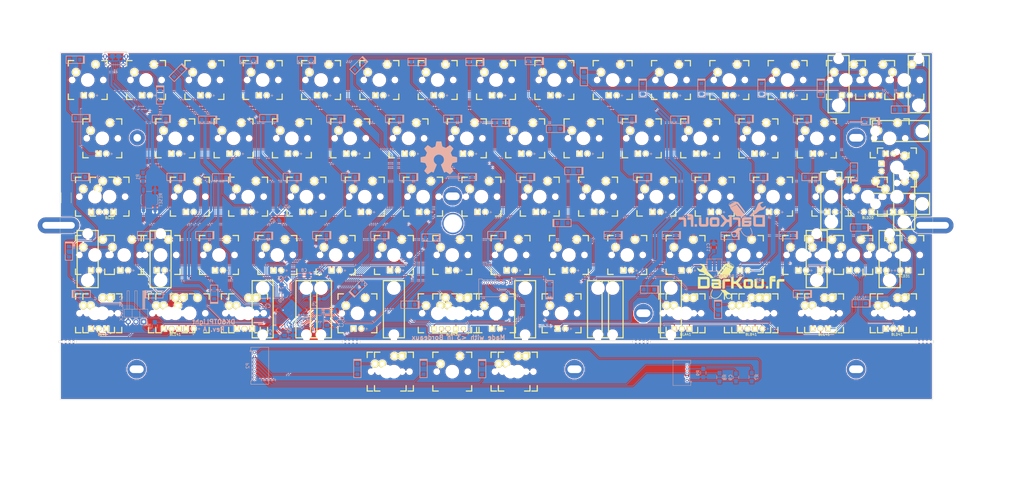
<source format=kicad_pcb>
(kicad_pcb (version 4) (host pcbnew 4.0.5+dfsg1-4)

  (general
    (links 528)
    (no_connects 2)
    (area 63.874999 39.891249 348.985001 153.511251)
    (thickness 1.6)
    (drawings 65)
    (tracks 2087)
    (zones 0)
    (modules 315)
    (nets 117)
  )

  (page A3)
  (title_block
    (title DK60TP)
    (date 2017-10-07)
    (rev B)
    (company DarKou)
  )

  (layers
    (0 F.Cu signal)
    (31 B.Cu signal)
    (32 B.Adhes user)
    (33 F.Adhes user)
    (34 B.Paste user)
    (35 F.Paste user)
    (36 B.SilkS user)
    (37 F.SilkS user)
    (38 B.Mask user)
    (39 F.Mask user)
    (40 Dwgs.User user hide)
    (41 Cmts.User user)
    (42 Eco1.User user)
    (43 Eco2.User user hide)
    (44 Edge.Cuts user)
    (45 Margin user)
    (46 B.CrtYd user)
    (47 F.CrtYd user)
    (48 B.Fab user)
    (49 F.Fab user)
  )

  (setup
    (last_trace_width 0.25)
    (user_trace_width 0.25)
    (user_trace_width 0.5)
    (user_trace_width 0.75)
    (trace_clearance 0.2)
    (zone_clearance 0.254)
    (zone_45_only no)
    (trace_min 0.2)
    (segment_width 0.2)
    (edge_width 0.1)
    (via_size 0.6)
    (via_drill 0.4)
    (via_min_size 0.4)
    (via_min_drill 0.3)
    (uvia_size 0.3)
    (uvia_drill 0.1)
    (uvias_allowed no)
    (uvia_min_size 0.2)
    (uvia_min_drill 0.1)
    (pcb_text_width 0.3)
    (pcb_text_size 1.5 1.5)
    (mod_edge_width 0.15)
    (mod_text_size 1 1)
    (mod_text_width 0.15)
    (pad_size 7 7)
    (pad_drill 6)
    (pad_to_mask_clearance 0)
    (aux_axis_origin 0 0)
    (grid_origin 63.925 39.94125)
    (visible_elements 7FFCDFFF)
    (pcbplotparams
      (layerselection 0x010fc_80000001)
      (usegerberextensions true)
      (excludeedgelayer true)
      (linewidth 0.100000)
      (plotframeref false)
      (viasonmask false)
      (mode 1)
      (useauxorigin false)
      (hpglpennumber 1)
      (hpglpenspeed 20)
      (hpglpendiameter 15)
      (hpglpenoverlay 2)
      (psnegative false)
      (psa4output false)
      (plotreference true)
      (plotvalue true)
      (plotinvisibletext false)
      (padsonsilk false)
      (subtractmaskfromsilk false)
      (outputformat 1)
      (mirror false)
      (drillshape 0)
      (scaleselection 1)
      (outputdirectory Gerber/))
  )

  (net 0 "")
  (net 1 LED_CATH)
  (net 2 LED_AN)
  (net 3 XTAL1)
  (net 4 GND)
  (net 5 XTAL2)
  (net 6 VCC)
  (net 7 "Net-(C8-Pad1)")
  (net 8 "Net-(C9-Pad1)")
  (net 9 Col0)
  (net 10 "Net-(DK0-Pad1)")
  (net 11 "Net-(DK1-Pad1)")
  (net 12 "Net-(DK2-Pad1)")
  (net 13 "Net-(DK3-Pad1)")
  (net 14 "Net-(DK4-Pad1)")
  (net 15 Col6)
  (net 16 "Net-(DK6-Pad1)")
  (net 17 Col1)
  (net 18 "Net-(DK10-Pad1)")
  (net 19 "Net-(DK11-Pad1)")
  (net 20 "Net-(DK12-Pad1)")
  (net 21 "Net-(DK13-Pad1)")
  (net 22 "Net-(DK14-Pad1)")
  (net 23 Col2)
  (net 24 "Net-(DK20-Pad1)")
  (net 25 "Net-(DK21-Pad1)")
  (net 26 "Net-(DK22-Pad1)")
  (net 27 "Net-(DK23-Pad1)")
  (net 28 "Net-(DK24-Pad1)")
  (net 29 Col3)
  (net 30 "Net-(DK30-Pad1)")
  (net 31 "Net-(DK31-Pad1)")
  (net 32 "Net-(DK32-Pad1)")
  (net 33 "Net-(DK33-Pad1)")
  (net 34 /TRACKPOINT/Col3)
  (net 35 "Net-(DK34-Pad1)")
  (net 36 Col4)
  (net 37 "Net-(DK40-Pad1)")
  (net 38 "Net-(DK41-Pad1)")
  (net 39 "Net-(DK42-Pad1)")
  (net 40 "Net-(DK43-Pad1)")
  (net 41 /TRACKPOINT/Col4)
  (net 42 "Net-(DK44-Pad1)")
  (net 43 Col5)
  (net 44 "Net-(DK50-Pad1)")
  (net 45 "Net-(DK51-Pad1)")
  (net 46 "Net-(DK52-Pad1)")
  (net 47 "Net-(DK53-Pad1)")
  (net 48 "Net-(DK54-Pad1)")
  (net 49 "Net-(DK61-Pad1)")
  (net 50 "Net-(DK62-Pad1)")
  (net 51 "Net-(DK63-Pad1)")
  (net 52 "Net-(DK64-Pad1)")
  (net 53 Col7)
  (net 54 "Net-(DK70-Pad1)")
  (net 55 "Net-(DK71-Pad1)")
  (net 56 "Net-(DK72-Pad1)")
  (net 57 "Net-(DK73-Pad1)")
  (net 58 Col8)
  (net 59 "Net-(DK80-Pad1)")
  (net 60 "Net-(DK81-Pad1)")
  (net 61 "Net-(DK82-Pad1)")
  (net 62 "Net-(DK83-Pad1)")
  (net 63 Col9)
  (net 64 "Net-(DK90-Pad1)")
  (net 65 "Net-(DK91-Pad1)")
  (net 66 "Net-(DK92-Pad1)")
  (net 67 "Net-(DK93-Pad1)")
  (net 68 "Net-(DK94-Pad1)")
  (net 69 ColA)
  (net 70 "Net-(DKA0-Pad1)")
  (net 71 "Net-(DKA1-Pad1)")
  (net 72 "Net-(DKA2-Pad1)")
  (net 73 "Net-(DKA3-Pad1)")
  (net 74 "Net-(DKA4-Pad1)")
  (net 75 ColB)
  (net 76 "Net-(DKB0-Pad1)")
  (net 77 "Net-(DKB1-Pad1)")
  (net 78 "Net-(DKB2-Pad1)")
  (net 79 "Net-(DKB3-Pad1)")
  (net 80 "Net-(DKB4-Pad1)")
  (net 81 ColC)
  (net 82 "Net-(DKC1-Pad1)")
  (net 83 "Net-(DKC2-Pad1)")
  (net 84 "Net-(DKC3-Pad1)")
  (net 85 "Net-(DKC4-Pad1)")
  (net 86 ColD)
  (net 87 "Net-(DKD0-Pad1)")
  (net 88 "Net-(DKD1-Pad1)")
  (net 89 "Net-(DKD2-Pad1)")
  (net 90 "Net-(DKD3-Pad1)")
  (net 91 "Net-(DKD4-Pad1)")
  (net 92 "Net-(J1-Pad2)")
  (net 93 "Net-(J1-Pad3)")
  (net 94 Row0)
  (net 95 Row4)
  (net 96 Row1)
  (net 97 Row2)
  (net 98 Row3)
  (net 99 /TRACKPOINT/Row4)
  (net 100 "Net-(KC0-Pad1)")
  (net 101 "Net-(L1-Pad1)")
  (net 102 "Net-(J3-Pad2)")
  (net 103 D5)
  (net 104 D2)
  (net 105 /TRACKPOINT/D5)
  (net 106 /TRACKPOINT/D2)
  (net 107 RESET)
  (net 108 "Net-(R2-Pad2)")
  (net 109 "Net-(R3-Pad1)")
  (net 110 CAPS_LED)
  (net 111 "Net-(J3-Pad1)")
  (net 112 BACKLIT)
  (net 113 "Net-(R4-Pad1)")
  (net 114 "Net-(DK74-Pad1)")
  (net 115 /TRACKPOINT/Col8)
  (net 116 "Net-(DK84-Pad1)")

  (net_class Default "This is the default net class."
    (clearance 0.2)
    (trace_width 0.25)
    (via_dia 0.6)
    (via_drill 0.4)
    (uvia_dia 0.3)
    (uvia_drill 0.1)
    (add_net /TRACKPOINT/Col3)
    (add_net /TRACKPOINT/Col4)
    (add_net /TRACKPOINT/Col8)
    (add_net /TRACKPOINT/D2)
    (add_net /TRACKPOINT/D5)
    (add_net /TRACKPOINT/Row4)
    (add_net BACKLIT)
    (add_net CAPS_LED)
    (add_net Col0)
    (add_net Col1)
    (add_net Col2)
    (add_net Col3)
    (add_net Col4)
    (add_net Col5)
    (add_net Col6)
    (add_net Col7)
    (add_net Col8)
    (add_net Col9)
    (add_net ColA)
    (add_net ColB)
    (add_net ColC)
    (add_net ColD)
    (add_net D2)
    (add_net D5)
    (add_net GND)
    (add_net LED_AN)
    (add_net LED_CATH)
    (add_net "Net-(C8-Pad1)")
    (add_net "Net-(C9-Pad1)")
    (add_net "Net-(DK0-Pad1)")
    (add_net "Net-(DK1-Pad1)")
    (add_net "Net-(DK10-Pad1)")
    (add_net "Net-(DK11-Pad1)")
    (add_net "Net-(DK12-Pad1)")
    (add_net "Net-(DK13-Pad1)")
    (add_net "Net-(DK14-Pad1)")
    (add_net "Net-(DK2-Pad1)")
    (add_net "Net-(DK20-Pad1)")
    (add_net "Net-(DK21-Pad1)")
    (add_net "Net-(DK22-Pad1)")
    (add_net "Net-(DK23-Pad1)")
    (add_net "Net-(DK24-Pad1)")
    (add_net "Net-(DK3-Pad1)")
    (add_net "Net-(DK30-Pad1)")
    (add_net "Net-(DK31-Pad1)")
    (add_net "Net-(DK32-Pad1)")
    (add_net "Net-(DK33-Pad1)")
    (add_net "Net-(DK34-Pad1)")
    (add_net "Net-(DK4-Pad1)")
    (add_net "Net-(DK40-Pad1)")
    (add_net "Net-(DK41-Pad1)")
    (add_net "Net-(DK42-Pad1)")
    (add_net "Net-(DK43-Pad1)")
    (add_net "Net-(DK44-Pad1)")
    (add_net "Net-(DK50-Pad1)")
    (add_net "Net-(DK51-Pad1)")
    (add_net "Net-(DK52-Pad1)")
    (add_net "Net-(DK53-Pad1)")
    (add_net "Net-(DK54-Pad1)")
    (add_net "Net-(DK6-Pad1)")
    (add_net "Net-(DK61-Pad1)")
    (add_net "Net-(DK62-Pad1)")
    (add_net "Net-(DK63-Pad1)")
    (add_net "Net-(DK64-Pad1)")
    (add_net "Net-(DK70-Pad1)")
    (add_net "Net-(DK71-Pad1)")
    (add_net "Net-(DK72-Pad1)")
    (add_net "Net-(DK73-Pad1)")
    (add_net "Net-(DK74-Pad1)")
    (add_net "Net-(DK80-Pad1)")
    (add_net "Net-(DK81-Pad1)")
    (add_net "Net-(DK82-Pad1)")
    (add_net "Net-(DK83-Pad1)")
    (add_net "Net-(DK84-Pad1)")
    (add_net "Net-(DK90-Pad1)")
    (add_net "Net-(DK91-Pad1)")
    (add_net "Net-(DK92-Pad1)")
    (add_net "Net-(DK93-Pad1)")
    (add_net "Net-(DK94-Pad1)")
    (add_net "Net-(DKA0-Pad1)")
    (add_net "Net-(DKA1-Pad1)")
    (add_net "Net-(DKA2-Pad1)")
    (add_net "Net-(DKA3-Pad1)")
    (add_net "Net-(DKA4-Pad1)")
    (add_net "Net-(DKB0-Pad1)")
    (add_net "Net-(DKB1-Pad1)")
    (add_net "Net-(DKB2-Pad1)")
    (add_net "Net-(DKB3-Pad1)")
    (add_net "Net-(DKB4-Pad1)")
    (add_net "Net-(DKC1-Pad1)")
    (add_net "Net-(DKC2-Pad1)")
    (add_net "Net-(DKC3-Pad1)")
    (add_net "Net-(DKC4-Pad1)")
    (add_net "Net-(DKD0-Pad1)")
    (add_net "Net-(DKD1-Pad1)")
    (add_net "Net-(DKD2-Pad1)")
    (add_net "Net-(DKD3-Pad1)")
    (add_net "Net-(DKD4-Pad1)")
    (add_net "Net-(J1-Pad2)")
    (add_net "Net-(J1-Pad3)")
    (add_net "Net-(J3-Pad1)")
    (add_net "Net-(J3-Pad2)")
    (add_net "Net-(KC0-Pad1)")
    (add_net "Net-(L1-Pad1)")
    (add_net "Net-(R2-Pad2)")
    (add_net "Net-(R3-Pad1)")
    (add_net "Net-(R4-Pad1)")
    (add_net RESET)
    (add_net Row0)
    (add_net Row1)
    (add_net Row2)
    (add_net Row3)
    (add_net Row4)
    (add_net VCC)
    (add_net XTAL1)
    (add_net XTAL2)
  )

  (module Footprint:Mx_100 (layer F.Cu) (tedit 59E0A4F3) (tstamp 59DFC20B)
    (at 192.00125 125.18125)
    (descr MXALPS)
    (tags MXALPS)
    (path /5935238D/59DE985B)
    (fp_text reference K643 (at 0 5) (layer B.SilkS) hide
      (effects (font (size 1 1) (thickness 0.2)) (justify mirror))
    )
    (fp_text value K46 (at 0 8) (layer B.SilkS) hide
      (effects (font (thickness 0.3048)) (justify mirror))
    )
    (fp_line (start -6.35 -6.35) (end 6.35 -6.35) (layer Cmts.User) (width 0.1524))
    (fp_line (start 6.35 -6.35) (end 6.35 6.35) (layer Cmts.User) (width 0.1524))
    (fp_line (start 6.35 6.35) (end -6.35 6.35) (layer Cmts.User) (width 0.1524))
    (fp_line (start -6.35 6.35) (end -6.35 -6.35) (layer Cmts.User) (width 0.1524))
    (fp_line (start -9.398 -9.398) (end 9.398 -9.398) (layer Dwgs.User) (width 0.1524))
    (fp_line (start 9.398 -9.398) (end 9.398 9.398) (layer Dwgs.User) (width 0.1524))
    (fp_line (start 9.398 9.398) (end -9.398 9.398) (layer Dwgs.User) (width 0.1524))
    (fp_line (start -9.398 9.398) (end -9.398 -9.398) (layer Dwgs.User) (width 0.1524))
    (fp_line (start -6.35 -6.35) (end -4.572 -6.35) (layer F.SilkS) (width 0.381))
    (fp_line (start 4.572 -6.35) (end 6.35 -6.35) (layer F.SilkS) (width 0.381))
    (fp_line (start 6.35 -6.35) (end 6.35 -4.572) (layer F.SilkS) (width 0.381))
    (fp_line (start 6.35 4.572) (end 6.35 6.35) (layer F.SilkS) (width 0.381))
    (fp_line (start 6.35 6.35) (end 4.572 6.35) (layer F.SilkS) (width 0.381))
    (fp_line (start -4.572 6.35) (end -6.35 6.35) (layer F.SilkS) (width 0.381))
    (fp_line (start -6.35 6.35) (end -6.35 4.572) (layer F.SilkS) (width 0.381))
    (fp_line (start -6.35 -4.572) (end -6.35 -6.35) (layer F.SilkS) (width 0.381))
    (fp_line (start -6.985 -6.985) (end 6.985 -6.985) (layer Eco2.User) (width 0.1524))
    (fp_line (start 6.985 -6.985) (end 6.985 6.985) (layer Eco2.User) (width 0.1524))
    (fp_line (start 6.985 6.985) (end -6.985 6.985) (layer Eco2.User) (width 0.1524))
    (fp_line (start -6.985 6.985) (end -6.985 -6.985) (layer Eco2.User) (width 0.1524))
    (fp_line (start -7.75 6.4) (end -7.75 -6.4) (layer Dwgs.User) (width 0.3))
    (fp_line (start -7.75 6.4) (end 7.75 6.4) (layer Dwgs.User) (width 0.3))
    (fp_line (start 7.75 6.4) (end 7.75 -6.4) (layer Dwgs.User) (width 0.3))
    (fp_line (start 7.75 -6.4) (end -7.75 -6.4) (layer Dwgs.User) (width 0.3))
    (fp_line (start -7.62 -7.62) (end 7.62 -7.62) (layer Dwgs.User) (width 0.3))
    (fp_line (start 7.62 -7.62) (end 7.62 7.62) (layer Dwgs.User) (width 0.3))
    (fp_line (start 7.62 7.62) (end -7.62 7.62) (layer Dwgs.User) (width 0.3))
    (fp_line (start -7.62 7.62) (end -7.62 -7.62) (layer Dwgs.User) (width 0.3))
    (pad HOLE np_thru_hole circle (at 0 0) (size 3.9878 3.9878) (drill 3.9878) (layers *.Cu))
    (pad HOLE np_thru_hole circle (at -5.08 0) (size 1.7018 1.7018) (drill 1.7018) (layers *.Cu))
    (pad HOLE np_thru_hole circle (at 5.08 0) (size 1.7018 1.7018) (drill 1.7018) (layers *.Cu))
    (pad 1 thru_hole circle (at -3.81 -2.54 330.95) (size 2.5 2.5) (drill 1.5) (layers *.Cu *.Mask F.SilkS)
      (net 95 Row4))
    (pad 2 thru_hole circle (at 2.54 -5.08 356.1) (size 2.5 2.5) (drill 1.5) (layers *.Cu *.Mask F.SilkS)
      (net 52 "Net-(DK64-Pad1)"))
    (model /home/dbroqua/Projects/dbroqua/kicad_parts/Footprint/3D/Mx_Alps_100.wrl
      (at (xyz 0 0 -0.02))
      (scale (xyz 0.4 0.4 0.4))
      (rotate (xyz 0 180 0))
    )
  )

  (module Footprint:Mx_100 (layer F.Cu) (tedit 59DFE8E5) (tstamp 59DFC255)
    (at 211.0425 144.23125)
    (descr MXALPS)
    (tags MXALPS)
    (path /5934BBCF/593C141B)
    (fp_text reference K840 (at 0 5) (layer B.SilkS) hide
      (effects (font (size 1 1) (thickness 0.2)) (justify mirror))
    )
    (fp_text value RMB (at 0 8) (layer B.SilkS) hide
      (effects (font (thickness 0.3048)) (justify mirror))
    )
    (fp_line (start -6.35 -6.35) (end 6.35 -6.35) (layer Cmts.User) (width 0.1524))
    (fp_line (start 6.35 -6.35) (end 6.35 6.35) (layer Cmts.User) (width 0.1524))
    (fp_line (start 6.35 6.35) (end -6.35 6.35) (layer Cmts.User) (width 0.1524))
    (fp_line (start -6.35 6.35) (end -6.35 -6.35) (layer Cmts.User) (width 0.1524))
    (fp_line (start -9.398 -9.398) (end 9.398 -9.398) (layer Dwgs.User) (width 0.1524))
    (fp_line (start 9.398 -9.398) (end 9.398 9.398) (layer Dwgs.User) (width 0.1524))
    (fp_line (start 9.398 9.398) (end -9.398 9.398) (layer Dwgs.User) (width 0.1524))
    (fp_line (start -9.398 9.398) (end -9.398 -9.398) (layer Dwgs.User) (width 0.1524))
    (fp_line (start -6.35 -6.35) (end -4.572 -6.35) (layer F.SilkS) (width 0.381))
    (fp_line (start 4.572 -6.35) (end 6.35 -6.35) (layer F.SilkS) (width 0.381))
    (fp_line (start 6.35 -6.35) (end 6.35 -4.572) (layer F.SilkS) (width 0.381))
    (fp_line (start 6.35 4.572) (end 6.35 6.35) (layer F.SilkS) (width 0.381))
    (fp_line (start 6.35 6.35) (end 4.572 6.35) (layer F.SilkS) (width 0.381))
    (fp_line (start -4.572 6.35) (end -6.35 6.35) (layer F.SilkS) (width 0.381))
    (fp_line (start -6.35 6.35) (end -6.35 4.572) (layer F.SilkS) (width 0.381))
    (fp_line (start -6.35 -4.572) (end -6.35 -6.35) (layer F.SilkS) (width 0.381))
    (fp_line (start -6.985 -6.985) (end 6.985 -6.985) (layer Eco2.User) (width 0.1524))
    (fp_line (start 6.985 -6.985) (end 6.985 6.985) (layer Eco2.User) (width 0.1524))
    (fp_line (start 6.985 6.985) (end -6.985 6.985) (layer Eco2.User) (width 0.1524))
    (fp_line (start -6.985 6.985) (end -6.985 -6.985) (layer Eco2.User) (width 0.1524))
    (fp_line (start -7.75 6.4) (end -7.75 -6.4) (layer Dwgs.User) (width 0.3))
    (fp_line (start -7.75 6.4) (end 7.75 6.4) (layer Dwgs.User) (width 0.3))
    (fp_line (start 7.75 6.4) (end 7.75 -6.4) (layer Dwgs.User) (width 0.3))
    (fp_line (start 7.75 -6.4) (end -7.75 -6.4) (layer Dwgs.User) (width 0.3))
    (fp_line (start -7.62 -7.62) (end 7.62 -7.62) (layer Dwgs.User) (width 0.3))
    (fp_line (start 7.62 -7.62) (end 7.62 7.62) (layer Dwgs.User) (width 0.3))
    (fp_line (start 7.62 7.62) (end -7.62 7.62) (layer Dwgs.User) (width 0.3))
    (fp_line (start -7.62 7.62) (end -7.62 -7.62) (layer Dwgs.User) (width 0.3))
    (pad HOLE np_thru_hole circle (at 0 0) (size 3.9878 3.9878) (drill 3.9878) (layers *.Cu))
    (pad HOLE np_thru_hole circle (at -5.08 0) (size 1.7018 1.7018) (drill 1.7018) (layers *.Cu))
    (pad HOLE np_thru_hole circle (at 5.08 0) (size 1.7018 1.7018) (drill 1.7018) (layers *.Cu))
    (pad 1 thru_hole circle (at -3.81 -2.54 330.95) (size 2.5 2.5) (drill 1.5) (layers *.Cu *.Mask F.SilkS)
      (net 116 "Net-(DK84-Pad1)"))
    (pad 2 thru_hole circle (at 2.54 -5.08 356.1) (size 2.5 2.5) (drill 1.5) (layers *.Cu *.Mask F.SilkS)
      (net 99 /TRACKPOINT/Row4))
  )

  (module Footprint:Mx_100 (layer F.Cu) (tedit 5933BE79) (tstamp 59D8D400)
    (at 339.65625 106.13125)
    (descr MXALPS)
    (tags MXALPS)
    (path /5935238D/5935727F)
    (fp_text reference KD30 (at 0 5) (layer B.SilkS) hide
      (effects (font (size 1 1) (thickness 0.2)) (justify mirror))
    )
    (fp_text value K3D (at 0 8) (layer B.SilkS) hide
      (effects (font (thickness 0.3048)) (justify mirror))
    )
    (fp_line (start -6.35 -6.35) (end 6.35 -6.35) (layer Cmts.User) (width 0.1524))
    (fp_line (start 6.35 -6.35) (end 6.35 6.35) (layer Cmts.User) (width 0.1524))
    (fp_line (start 6.35 6.35) (end -6.35 6.35) (layer Cmts.User) (width 0.1524))
    (fp_line (start -6.35 6.35) (end -6.35 -6.35) (layer Cmts.User) (width 0.1524))
    (fp_line (start -9.398 -9.398) (end 9.398 -9.398) (layer Dwgs.User) (width 0.1524))
    (fp_line (start 9.398 -9.398) (end 9.398 9.398) (layer Dwgs.User) (width 0.1524))
    (fp_line (start 9.398 9.398) (end -9.398 9.398) (layer Dwgs.User) (width 0.1524))
    (fp_line (start -9.398 9.398) (end -9.398 -9.398) (layer Dwgs.User) (width 0.1524))
    (fp_line (start -6.35 -6.35) (end -4.572 -6.35) (layer F.SilkS) (width 0.381))
    (fp_line (start 4.572 -6.35) (end 6.35 -6.35) (layer F.SilkS) (width 0.381))
    (fp_line (start 6.35 -6.35) (end 6.35 -4.572) (layer F.SilkS) (width 0.381))
    (fp_line (start 6.35 4.572) (end 6.35 6.35) (layer F.SilkS) (width 0.381))
    (fp_line (start 6.35 6.35) (end 4.572 6.35) (layer F.SilkS) (width 0.381))
    (fp_line (start -4.572 6.35) (end -6.35 6.35) (layer F.SilkS) (width 0.381))
    (fp_line (start -6.35 6.35) (end -6.35 4.572) (layer F.SilkS) (width 0.381))
    (fp_line (start -6.35 -4.572) (end -6.35 -6.35) (layer F.SilkS) (width 0.381))
    (fp_line (start -6.985 -6.985) (end 6.985 -6.985) (layer Eco2.User) (width 0.1524))
    (fp_line (start 6.985 -6.985) (end 6.985 6.985) (layer Eco2.User) (width 0.1524))
    (fp_line (start 6.985 6.985) (end -6.985 6.985) (layer Eco2.User) (width 0.1524))
    (fp_line (start -6.985 6.985) (end -6.985 -6.985) (layer Eco2.User) (width 0.1524))
    (fp_line (start -7.75 6.4) (end -7.75 -6.4) (layer Dwgs.User) (width 0.3))
    (fp_line (start -7.75 6.4) (end 7.75 6.4) (layer Dwgs.User) (width 0.3))
    (fp_line (start 7.75 6.4) (end 7.75 -6.4) (layer Dwgs.User) (width 0.3))
    (fp_line (start 7.75 -6.4) (end -7.75 -6.4) (layer Dwgs.User) (width 0.3))
    (fp_line (start -7.62 -7.62) (end 7.62 -7.62) (layer Dwgs.User) (width 0.3))
    (fp_line (start 7.62 -7.62) (end 7.62 7.62) (layer Dwgs.User) (width 0.3))
    (fp_line (start 7.62 7.62) (end -7.62 7.62) (layer Dwgs.User) (width 0.3))
    (fp_line (start -7.62 7.62) (end -7.62 -7.62) (layer Dwgs.User) (width 0.3))
    (pad HOLE np_thru_hole circle (at 0 0) (size 3.9878 3.9878) (drill 3.9878) (layers *.Cu))
    (pad HOLE np_thru_hole circle (at -5.08 0) (size 1.7018 1.7018) (drill 1.7018) (layers *.Cu))
    (pad HOLE np_thru_hole circle (at 5.08 0) (size 1.7018 1.7018) (drill 1.7018) (layers *.Cu))
    (pad 1 thru_hole circle (at -3.81 -2.54 330.95) (size 2.5 2.5) (drill 1.5) (layers *.Cu *.Mask F.SilkS)
      (net 98 Row3))
    (pad 2 thru_hole circle (at 2.54 -5.08 356.1) (size 2.5 2.5) (drill 1.5) (layers *.Cu *.Mask F.SilkS)
      (net 90 "Net-(DKD3-Pad1)"))
    (model /home/dbroqua/Projects/dbroqua/kicad_parts/Footprint/3D/Mx_Alps_100.wrl
      (at (xyz 0 0 -0.02))
      (scale (xyz 0.4 0.4 0.4))
      (rotate (xyz 0 180 0))
    )
  )

  (module Footprint:Mx_100 (layer F.Cu) (tedit 5933BE79) (tstamp 59D8D3CA)
    (at 320.58 48.98125)
    (descr MXALPS)
    (tags MXALPS)
    (path /5935238D/59307625)
    (fp_text reference KD0 (at 0 5) (layer B.SilkS) hide
      (effects (font (size 1 1) (thickness 0.2)) (justify mirror))
    )
    (fp_text value K0D (at 0 8) (layer B.SilkS) hide
      (effects (font (thickness 0.3048)) (justify mirror))
    )
    (fp_line (start -6.35 -6.35) (end 6.35 -6.35) (layer Cmts.User) (width 0.1524))
    (fp_line (start 6.35 -6.35) (end 6.35 6.35) (layer Cmts.User) (width 0.1524))
    (fp_line (start 6.35 6.35) (end -6.35 6.35) (layer Cmts.User) (width 0.1524))
    (fp_line (start -6.35 6.35) (end -6.35 -6.35) (layer Cmts.User) (width 0.1524))
    (fp_line (start -9.398 -9.398) (end 9.398 -9.398) (layer Dwgs.User) (width 0.1524))
    (fp_line (start 9.398 -9.398) (end 9.398 9.398) (layer Dwgs.User) (width 0.1524))
    (fp_line (start 9.398 9.398) (end -9.398 9.398) (layer Dwgs.User) (width 0.1524))
    (fp_line (start -9.398 9.398) (end -9.398 -9.398) (layer Dwgs.User) (width 0.1524))
    (fp_line (start -6.35 -6.35) (end -4.572 -6.35) (layer F.SilkS) (width 0.381))
    (fp_line (start 4.572 -6.35) (end 6.35 -6.35) (layer F.SilkS) (width 0.381))
    (fp_line (start 6.35 -6.35) (end 6.35 -4.572) (layer F.SilkS) (width 0.381))
    (fp_line (start 6.35 4.572) (end 6.35 6.35) (layer F.SilkS) (width 0.381))
    (fp_line (start 6.35 6.35) (end 4.572 6.35) (layer F.SilkS) (width 0.381))
    (fp_line (start -4.572 6.35) (end -6.35 6.35) (layer F.SilkS) (width 0.381))
    (fp_line (start -6.35 6.35) (end -6.35 4.572) (layer F.SilkS) (width 0.381))
    (fp_line (start -6.35 -4.572) (end -6.35 -6.35) (layer F.SilkS) (width 0.381))
    (fp_line (start -6.985 -6.985) (end 6.985 -6.985) (layer Eco2.User) (width 0.1524))
    (fp_line (start 6.985 -6.985) (end 6.985 6.985) (layer Eco2.User) (width 0.1524))
    (fp_line (start 6.985 6.985) (end -6.985 6.985) (layer Eco2.User) (width 0.1524))
    (fp_line (start -6.985 6.985) (end -6.985 -6.985) (layer Eco2.User) (width 0.1524))
    (fp_line (start -7.75 6.4) (end -7.75 -6.4) (layer Dwgs.User) (width 0.3))
    (fp_line (start -7.75 6.4) (end 7.75 6.4) (layer Dwgs.User) (width 0.3))
    (fp_line (start 7.75 6.4) (end 7.75 -6.4) (layer Dwgs.User) (width 0.3))
    (fp_line (start 7.75 -6.4) (end -7.75 -6.4) (layer Dwgs.User) (width 0.3))
    (fp_line (start -7.62 -7.62) (end 7.62 -7.62) (layer Dwgs.User) (width 0.3))
    (fp_line (start 7.62 -7.62) (end 7.62 7.62) (layer Dwgs.User) (width 0.3))
    (fp_line (start 7.62 7.62) (end -7.62 7.62) (layer Dwgs.User) (width 0.3))
    (fp_line (start -7.62 7.62) (end -7.62 -7.62) (layer Dwgs.User) (width 0.3))
    (pad HOLE np_thru_hole circle (at 0 0) (size 3.9878 3.9878) (drill 3.9878) (layers *.Cu))
    (pad HOLE np_thru_hole circle (at -5.08 0) (size 1.7018 1.7018) (drill 1.7018) (layers *.Cu))
    (pad HOLE np_thru_hole circle (at 5.08 0) (size 1.7018 1.7018) (drill 1.7018) (layers *.Cu))
    (pad 1 thru_hole circle (at -3.81 -2.54 330.95) (size 2.5 2.5) (drill 1.5) (layers *.Cu *.Mask F.SilkS)
      (net 87 "Net-(DKD0-Pad1)"))
    (pad 2 thru_hole circle (at 2.54 -5.08 356.1) (size 2.5 2.5) (drill 1.5) (layers *.Cu *.Mask F.SilkS)
      (net 94 Row0))
    (model /home/dbroqua/Projects/dbroqua/kicad_parts/Footprint/3D/Mx_Alps_100.wrl
      (at (xyz 0 0 -0.02))
      (scale (xyz 0.4 0.4 0.4))
      (rotate (xyz 0 180 0))
    )
  )

  (module Footprint:Mx_100 (layer F.Cu) (tedit 5933BE79) (tstamp 59D8D3C1)
    (at 311.08125 125.18125)
    (descr MXALPS)
    (tags MXALPS)
    (path /5935238D/5939FBC5)
    (fp_text reference KC40 (at 0 5) (layer B.SilkS) hide
      (effects (font (size 1 1) (thickness 0.2)) (justify mirror))
    )
    (fp_text value K4C (at 0 8) (layer B.SilkS) hide
      (effects (font (thickness 0.3048)) (justify mirror))
    )
    (fp_line (start -6.35 -6.35) (end 6.35 -6.35) (layer Cmts.User) (width 0.1524))
    (fp_line (start 6.35 -6.35) (end 6.35 6.35) (layer Cmts.User) (width 0.1524))
    (fp_line (start 6.35 6.35) (end -6.35 6.35) (layer Cmts.User) (width 0.1524))
    (fp_line (start -6.35 6.35) (end -6.35 -6.35) (layer Cmts.User) (width 0.1524))
    (fp_line (start -9.398 -9.398) (end 9.398 -9.398) (layer Dwgs.User) (width 0.1524))
    (fp_line (start 9.398 -9.398) (end 9.398 9.398) (layer Dwgs.User) (width 0.1524))
    (fp_line (start 9.398 9.398) (end -9.398 9.398) (layer Dwgs.User) (width 0.1524))
    (fp_line (start -9.398 9.398) (end -9.398 -9.398) (layer Dwgs.User) (width 0.1524))
    (fp_line (start -6.35 -6.35) (end -4.572 -6.35) (layer F.SilkS) (width 0.381))
    (fp_line (start 4.572 -6.35) (end 6.35 -6.35) (layer F.SilkS) (width 0.381))
    (fp_line (start 6.35 -6.35) (end 6.35 -4.572) (layer F.SilkS) (width 0.381))
    (fp_line (start 6.35 4.572) (end 6.35 6.35) (layer F.SilkS) (width 0.381))
    (fp_line (start 6.35 6.35) (end 4.572 6.35) (layer F.SilkS) (width 0.381))
    (fp_line (start -4.572 6.35) (end -6.35 6.35) (layer F.SilkS) (width 0.381))
    (fp_line (start -6.35 6.35) (end -6.35 4.572) (layer F.SilkS) (width 0.381))
    (fp_line (start -6.35 -4.572) (end -6.35 -6.35) (layer F.SilkS) (width 0.381))
    (fp_line (start -6.985 -6.985) (end 6.985 -6.985) (layer Eco2.User) (width 0.1524))
    (fp_line (start 6.985 -6.985) (end 6.985 6.985) (layer Eco2.User) (width 0.1524))
    (fp_line (start 6.985 6.985) (end -6.985 6.985) (layer Eco2.User) (width 0.1524))
    (fp_line (start -6.985 6.985) (end -6.985 -6.985) (layer Eco2.User) (width 0.1524))
    (fp_line (start -7.75 6.4) (end -7.75 -6.4) (layer Dwgs.User) (width 0.3))
    (fp_line (start -7.75 6.4) (end 7.75 6.4) (layer Dwgs.User) (width 0.3))
    (fp_line (start 7.75 6.4) (end 7.75 -6.4) (layer Dwgs.User) (width 0.3))
    (fp_line (start 7.75 -6.4) (end -7.75 -6.4) (layer Dwgs.User) (width 0.3))
    (fp_line (start -7.62 -7.62) (end 7.62 -7.62) (layer Dwgs.User) (width 0.3))
    (fp_line (start 7.62 -7.62) (end 7.62 7.62) (layer Dwgs.User) (width 0.3))
    (fp_line (start 7.62 7.62) (end -7.62 7.62) (layer Dwgs.User) (width 0.3))
    (fp_line (start -7.62 7.62) (end -7.62 -7.62) (layer Dwgs.User) (width 0.3))
    (pad HOLE np_thru_hole circle (at 0 0) (size 3.9878 3.9878) (drill 3.9878) (layers *.Cu))
    (pad HOLE np_thru_hole circle (at -5.08 0) (size 1.7018 1.7018) (drill 1.7018) (layers *.Cu))
    (pad HOLE np_thru_hole circle (at 5.08 0) (size 1.7018 1.7018) (drill 1.7018) (layers *.Cu))
    (pad 1 thru_hole circle (at -3.81 -2.54 330.95) (size 2.5 2.5) (drill 1.5) (layers *.Cu *.Mask F.SilkS)
      (net 85 "Net-(DKC4-Pad1)"))
    (pad 2 thru_hole circle (at 2.54 -5.08 356.1) (size 2.5 2.5) (drill 1.5) (layers *.Cu *.Mask F.SilkS)
      (net 95 Row4))
    (model /home/dbroqua/Projects/dbroqua/kicad_parts/Footprint/3D/Mx_Alps_100.wrl
      (at (xyz 0 0 -0.02))
      (scale (xyz 0.4 0.4 0.4))
      (rotate (xyz 0 180 0))
    )
  )

  (module Footprint:Mx_100 (layer F.Cu) (tedit 5933BE79) (tstamp 59D8D3AF)
    (at 306.31875 106.13125)
    (descr MXALPS)
    (tags MXALPS)
    (path /5935238D/5934D411)
    (fp_text reference KC31 (at 0 5) (layer B.SilkS) hide
      (effects (font (size 1 1) (thickness 0.2)) (justify mirror))
    )
    (fp_text value K3C (at 0 8) (layer B.SilkS) hide
      (effects (font (thickness 0.3048)) (justify mirror))
    )
    (fp_line (start -6.35 -6.35) (end 6.35 -6.35) (layer Cmts.User) (width 0.1524))
    (fp_line (start 6.35 -6.35) (end 6.35 6.35) (layer Cmts.User) (width 0.1524))
    (fp_line (start 6.35 6.35) (end -6.35 6.35) (layer Cmts.User) (width 0.1524))
    (fp_line (start -6.35 6.35) (end -6.35 -6.35) (layer Cmts.User) (width 0.1524))
    (fp_line (start -9.398 -9.398) (end 9.398 -9.398) (layer Dwgs.User) (width 0.1524))
    (fp_line (start 9.398 -9.398) (end 9.398 9.398) (layer Dwgs.User) (width 0.1524))
    (fp_line (start 9.398 9.398) (end -9.398 9.398) (layer Dwgs.User) (width 0.1524))
    (fp_line (start -9.398 9.398) (end -9.398 -9.398) (layer Dwgs.User) (width 0.1524))
    (fp_line (start -6.35 -6.35) (end -4.572 -6.35) (layer F.SilkS) (width 0.381))
    (fp_line (start 4.572 -6.35) (end 6.35 -6.35) (layer F.SilkS) (width 0.381))
    (fp_line (start 6.35 -6.35) (end 6.35 -4.572) (layer F.SilkS) (width 0.381))
    (fp_line (start 6.35 4.572) (end 6.35 6.35) (layer F.SilkS) (width 0.381))
    (fp_line (start 6.35 6.35) (end 4.572 6.35) (layer F.SilkS) (width 0.381))
    (fp_line (start -4.572 6.35) (end -6.35 6.35) (layer F.SilkS) (width 0.381))
    (fp_line (start -6.35 6.35) (end -6.35 4.572) (layer F.SilkS) (width 0.381))
    (fp_line (start -6.35 -4.572) (end -6.35 -6.35) (layer F.SilkS) (width 0.381))
    (fp_line (start -6.985 -6.985) (end 6.985 -6.985) (layer Eco2.User) (width 0.1524))
    (fp_line (start 6.985 -6.985) (end 6.985 6.985) (layer Eco2.User) (width 0.1524))
    (fp_line (start 6.985 6.985) (end -6.985 6.985) (layer Eco2.User) (width 0.1524))
    (fp_line (start -6.985 6.985) (end -6.985 -6.985) (layer Eco2.User) (width 0.1524))
    (fp_line (start -7.75 6.4) (end -7.75 -6.4) (layer Dwgs.User) (width 0.3))
    (fp_line (start -7.75 6.4) (end 7.75 6.4) (layer Dwgs.User) (width 0.3))
    (fp_line (start 7.75 6.4) (end 7.75 -6.4) (layer Dwgs.User) (width 0.3))
    (fp_line (start 7.75 -6.4) (end -7.75 -6.4) (layer Dwgs.User) (width 0.3))
    (fp_line (start -7.62 -7.62) (end 7.62 -7.62) (layer Dwgs.User) (width 0.3))
    (fp_line (start 7.62 -7.62) (end 7.62 7.62) (layer Dwgs.User) (width 0.3))
    (fp_line (start 7.62 7.62) (end -7.62 7.62) (layer Dwgs.User) (width 0.3))
    (fp_line (start -7.62 7.62) (end -7.62 -7.62) (layer Dwgs.User) (width 0.3))
    (pad HOLE np_thru_hole circle (at 0 0) (size 3.9878 3.9878) (drill 3.9878) (layers *.Cu))
    (pad HOLE np_thru_hole circle (at -5.08 0) (size 1.7018 1.7018) (drill 1.7018) (layers *.Cu))
    (pad HOLE np_thru_hole circle (at 5.08 0) (size 1.7018 1.7018) (drill 1.7018) (layers *.Cu))
    (pad 1 thru_hole circle (at -3.81 -2.54 330.95) (size 2.5 2.5) (drill 1.5) (layers *.Cu *.Mask F.SilkS)
      (net 84 "Net-(DKC3-Pad1)"))
    (pad 2 thru_hole circle (at 2.54 -5.08 356.1) (size 2.5 2.5) (drill 1.5) (layers *.Cu *.Mask F.SilkS)
      (net 98 Row3))
  )

  (module Footprint:Mx_100 (layer F.Cu) (tedit 5933BE79) (tstamp 59D8D39D)
    (at 315.84375 87.08125)
    (descr MXALPS)
    (tags MXALPS)
    (path /5935238D/59346ACC)
    (fp_text reference KC20 (at 0 5) (layer B.SilkS) hide
      (effects (font (size 1 1) (thickness 0.2)) (justify mirror))
    )
    (fp_text value K2C (at 0 8) (layer B.SilkS) hide
      (effects (font (thickness 0.3048)) (justify mirror))
    )
    (fp_line (start -6.35 -6.35) (end 6.35 -6.35) (layer Cmts.User) (width 0.1524))
    (fp_line (start 6.35 -6.35) (end 6.35 6.35) (layer Cmts.User) (width 0.1524))
    (fp_line (start 6.35 6.35) (end -6.35 6.35) (layer Cmts.User) (width 0.1524))
    (fp_line (start -6.35 6.35) (end -6.35 -6.35) (layer Cmts.User) (width 0.1524))
    (fp_line (start -9.398 -9.398) (end 9.398 -9.398) (layer Dwgs.User) (width 0.1524))
    (fp_line (start 9.398 -9.398) (end 9.398 9.398) (layer Dwgs.User) (width 0.1524))
    (fp_line (start 9.398 9.398) (end -9.398 9.398) (layer Dwgs.User) (width 0.1524))
    (fp_line (start -9.398 9.398) (end -9.398 -9.398) (layer Dwgs.User) (width 0.1524))
    (fp_line (start -6.35 -6.35) (end -4.572 -6.35) (layer F.SilkS) (width 0.381))
    (fp_line (start 4.572 -6.35) (end 6.35 -6.35) (layer F.SilkS) (width 0.381))
    (fp_line (start 6.35 -6.35) (end 6.35 -4.572) (layer F.SilkS) (width 0.381))
    (fp_line (start 6.35 4.572) (end 6.35 6.35) (layer F.SilkS) (width 0.381))
    (fp_line (start 6.35 6.35) (end 4.572 6.35) (layer F.SilkS) (width 0.381))
    (fp_line (start -4.572 6.35) (end -6.35 6.35) (layer F.SilkS) (width 0.381))
    (fp_line (start -6.35 6.35) (end -6.35 4.572) (layer F.SilkS) (width 0.381))
    (fp_line (start -6.35 -4.572) (end -6.35 -6.35) (layer F.SilkS) (width 0.381))
    (fp_line (start -6.985 -6.985) (end 6.985 -6.985) (layer Eco2.User) (width 0.1524))
    (fp_line (start 6.985 -6.985) (end 6.985 6.985) (layer Eco2.User) (width 0.1524))
    (fp_line (start 6.985 6.985) (end -6.985 6.985) (layer Eco2.User) (width 0.1524))
    (fp_line (start -6.985 6.985) (end -6.985 -6.985) (layer Eco2.User) (width 0.1524))
    (fp_line (start -7.75 6.4) (end -7.75 -6.4) (layer Dwgs.User) (width 0.3))
    (fp_line (start -7.75 6.4) (end 7.75 6.4) (layer Dwgs.User) (width 0.3))
    (fp_line (start 7.75 6.4) (end 7.75 -6.4) (layer Dwgs.User) (width 0.3))
    (fp_line (start 7.75 -6.4) (end -7.75 -6.4) (layer Dwgs.User) (width 0.3))
    (fp_line (start -7.62 -7.62) (end 7.62 -7.62) (layer Dwgs.User) (width 0.3))
    (fp_line (start 7.62 -7.62) (end 7.62 7.62) (layer Dwgs.User) (width 0.3))
    (fp_line (start 7.62 7.62) (end -7.62 7.62) (layer Dwgs.User) (width 0.3))
    (fp_line (start -7.62 7.62) (end -7.62 -7.62) (layer Dwgs.User) (width 0.3))
    (pad HOLE np_thru_hole circle (at 0 0) (size 3.9878 3.9878) (drill 3.9878) (layers *.Cu))
    (pad HOLE np_thru_hole circle (at -5.08 0) (size 1.7018 1.7018) (drill 1.7018) (layers *.Cu))
    (pad HOLE np_thru_hole circle (at 5.08 0) (size 1.7018 1.7018) (drill 1.7018) (layers *.Cu))
    (pad 1 thru_hole circle (at -3.81 -2.54 330.95) (size 2.5 2.5) (drill 1.5) (layers *.Cu *.Mask F.SilkS)
      (net 83 "Net-(DKC2-Pad1)"))
    (pad 2 thru_hole circle (at 2.54 -5.08 356.1) (size 2.5 2.5) (drill 1.5) (layers *.Cu *.Mask F.SilkS)
      (net 97 Row2))
  )

  (module Footprint:Mx_100 (layer F.Cu) (tedit 5933BE79) (tstamp 59D8D394)
    (at 311.08125 68.03125)
    (descr MXALPS)
    (tags MXALPS)
    (path /5935238D/5931B782)
    (fp_text reference KC10 (at 0 5) (layer B.SilkS) hide
      (effects (font (size 1 1) (thickness 0.2)) (justify mirror))
    )
    (fp_text value K1C (at 0 8) (layer B.SilkS) hide
      (effects (font (thickness 0.3048)) (justify mirror))
    )
    (fp_line (start -6.35 -6.35) (end 6.35 -6.35) (layer Cmts.User) (width 0.1524))
    (fp_line (start 6.35 -6.35) (end 6.35 6.35) (layer Cmts.User) (width 0.1524))
    (fp_line (start 6.35 6.35) (end -6.35 6.35) (layer Cmts.User) (width 0.1524))
    (fp_line (start -6.35 6.35) (end -6.35 -6.35) (layer Cmts.User) (width 0.1524))
    (fp_line (start -9.398 -9.398) (end 9.398 -9.398) (layer Dwgs.User) (width 0.1524))
    (fp_line (start 9.398 -9.398) (end 9.398 9.398) (layer Dwgs.User) (width 0.1524))
    (fp_line (start 9.398 9.398) (end -9.398 9.398) (layer Dwgs.User) (width 0.1524))
    (fp_line (start -9.398 9.398) (end -9.398 -9.398) (layer Dwgs.User) (width 0.1524))
    (fp_line (start -6.35 -6.35) (end -4.572 -6.35) (layer F.SilkS) (width 0.381))
    (fp_line (start 4.572 -6.35) (end 6.35 -6.35) (layer F.SilkS) (width 0.381))
    (fp_line (start 6.35 -6.35) (end 6.35 -4.572) (layer F.SilkS) (width 0.381))
    (fp_line (start 6.35 4.572) (end 6.35 6.35) (layer F.SilkS) (width 0.381))
    (fp_line (start 6.35 6.35) (end 4.572 6.35) (layer F.SilkS) (width 0.381))
    (fp_line (start -4.572 6.35) (end -6.35 6.35) (layer F.SilkS) (width 0.381))
    (fp_line (start -6.35 6.35) (end -6.35 4.572) (layer F.SilkS) (width 0.381))
    (fp_line (start -6.35 -4.572) (end -6.35 -6.35) (layer F.SilkS) (width 0.381))
    (fp_line (start -6.985 -6.985) (end 6.985 -6.985) (layer Eco2.User) (width 0.1524))
    (fp_line (start 6.985 -6.985) (end 6.985 6.985) (layer Eco2.User) (width 0.1524))
    (fp_line (start 6.985 6.985) (end -6.985 6.985) (layer Eco2.User) (width 0.1524))
    (fp_line (start -6.985 6.985) (end -6.985 -6.985) (layer Eco2.User) (width 0.1524))
    (fp_line (start -7.75 6.4) (end -7.75 -6.4) (layer Dwgs.User) (width 0.3))
    (fp_line (start -7.75 6.4) (end 7.75 6.4) (layer Dwgs.User) (width 0.3))
    (fp_line (start 7.75 6.4) (end 7.75 -6.4) (layer Dwgs.User) (width 0.3))
    (fp_line (start 7.75 -6.4) (end -7.75 -6.4) (layer Dwgs.User) (width 0.3))
    (fp_line (start -7.62 -7.62) (end 7.62 -7.62) (layer Dwgs.User) (width 0.3))
    (fp_line (start 7.62 -7.62) (end 7.62 7.62) (layer Dwgs.User) (width 0.3))
    (fp_line (start 7.62 7.62) (end -7.62 7.62) (layer Dwgs.User) (width 0.3))
    (fp_line (start -7.62 7.62) (end -7.62 -7.62) (layer Dwgs.User) (width 0.3))
    (pad HOLE np_thru_hole circle (at 0 0) (size 3.9878 3.9878) (drill 3.9878) (layers *.Cu))
    (pad HOLE np_thru_hole circle (at -5.08 0) (size 1.7018 1.7018) (drill 1.7018) (layers *.Cu))
    (pad HOLE np_thru_hole circle (at 5.08 0) (size 1.7018 1.7018) (drill 1.7018) (layers *.Cu))
    (pad 1 thru_hole circle (at -3.81 -2.54 330.95) (size 2.5 2.5) (drill 1.5) (layers *.Cu *.Mask F.SilkS)
      (net 82 "Net-(DKC1-Pad1)"))
    (pad 2 thru_hole circle (at 2.54 -5.08 356.1) (size 2.5 2.5) (drill 1.5) (layers *.Cu *.Mask F.SilkS)
      (net 96 Row1))
    (model /home/dbroqua/Projects/dbroqua/kicad_parts/Footprint/3D/Mx_Alps_100.wrl
      (at (xyz 0 0 -0.02))
      (scale (xyz 0.4 0.4 0.4))
      (rotate (xyz 0 180 0))
    )
  )

  (module Footprint:Mx_100 (layer F.Cu) (tedit 5933BE79) (tstamp 59D8D38B)
    (at 301.55625 48.98125)
    (descr MXALPS)
    (tags MXALPS)
    (path /5935238D/593075D5)
    (fp_text reference KC0 (at 0 5) (layer B.SilkS) hide
      (effects (font (size 1 1) (thickness 0.2)) (justify mirror))
    )
    (fp_text value K0C (at 0 8) (layer B.SilkS) hide
      (effects (font (thickness 0.3048)) (justify mirror))
    )
    (fp_line (start -6.35 -6.35) (end 6.35 -6.35) (layer Cmts.User) (width 0.1524))
    (fp_line (start 6.35 -6.35) (end 6.35 6.35) (layer Cmts.User) (width 0.1524))
    (fp_line (start 6.35 6.35) (end -6.35 6.35) (layer Cmts.User) (width 0.1524))
    (fp_line (start -6.35 6.35) (end -6.35 -6.35) (layer Cmts.User) (width 0.1524))
    (fp_line (start -9.398 -9.398) (end 9.398 -9.398) (layer Dwgs.User) (width 0.1524))
    (fp_line (start 9.398 -9.398) (end 9.398 9.398) (layer Dwgs.User) (width 0.1524))
    (fp_line (start 9.398 9.398) (end -9.398 9.398) (layer Dwgs.User) (width 0.1524))
    (fp_line (start -9.398 9.398) (end -9.398 -9.398) (layer Dwgs.User) (width 0.1524))
    (fp_line (start -6.35 -6.35) (end -4.572 -6.35) (layer F.SilkS) (width 0.381))
    (fp_line (start 4.572 -6.35) (end 6.35 -6.35) (layer F.SilkS) (width 0.381))
    (fp_line (start 6.35 -6.35) (end 6.35 -4.572) (layer F.SilkS) (width 0.381))
    (fp_line (start 6.35 4.572) (end 6.35 6.35) (layer F.SilkS) (width 0.381))
    (fp_line (start 6.35 6.35) (end 4.572 6.35) (layer F.SilkS) (width 0.381))
    (fp_line (start -4.572 6.35) (end -6.35 6.35) (layer F.SilkS) (width 0.381))
    (fp_line (start -6.35 6.35) (end -6.35 4.572) (layer F.SilkS) (width 0.381))
    (fp_line (start -6.35 -4.572) (end -6.35 -6.35) (layer F.SilkS) (width 0.381))
    (fp_line (start -6.985 -6.985) (end 6.985 -6.985) (layer Eco2.User) (width 0.1524))
    (fp_line (start 6.985 -6.985) (end 6.985 6.985) (layer Eco2.User) (width 0.1524))
    (fp_line (start 6.985 6.985) (end -6.985 6.985) (layer Eco2.User) (width 0.1524))
    (fp_line (start -6.985 6.985) (end -6.985 -6.985) (layer Eco2.User) (width 0.1524))
    (fp_line (start -7.75 6.4) (end -7.75 -6.4) (layer Dwgs.User) (width 0.3))
    (fp_line (start -7.75 6.4) (end 7.75 6.4) (layer Dwgs.User) (width 0.3))
    (fp_line (start 7.75 6.4) (end 7.75 -6.4) (layer Dwgs.User) (width 0.3))
    (fp_line (start 7.75 -6.4) (end -7.75 -6.4) (layer Dwgs.User) (width 0.3))
    (fp_line (start -7.62 -7.62) (end 7.62 -7.62) (layer Dwgs.User) (width 0.3))
    (fp_line (start 7.62 -7.62) (end 7.62 7.62) (layer Dwgs.User) (width 0.3))
    (fp_line (start 7.62 7.62) (end -7.62 7.62) (layer Dwgs.User) (width 0.3))
    (fp_line (start -7.62 7.62) (end -7.62 -7.62) (layer Dwgs.User) (width 0.3))
    (pad HOLE np_thru_hole circle (at 0 0) (size 3.9878 3.9878) (drill 3.9878) (layers *.Cu))
    (pad HOLE np_thru_hole circle (at -5.08 0) (size 1.7018 1.7018) (drill 1.7018) (layers *.Cu))
    (pad HOLE np_thru_hole circle (at 5.08 0) (size 1.7018 1.7018) (drill 1.7018) (layers *.Cu))
    (pad 1 thru_hole circle (at -3.81 -2.54 330.95) (size 2.5 2.5) (drill 1.5) (layers *.Cu *.Mask F.SilkS)
      (net 100 "Net-(KC0-Pad1)"))
    (pad 2 thru_hole circle (at 2.54 -5.08 356.1) (size 2.5 2.5) (drill 1.5) (layers *.Cu *.Mask F.SilkS)
      (net 94 Row0))
    (model /home/dbroqua/Projects/dbroqua/kicad_parts/Footprint/3D/Mx_Alps_100.wrl
      (at (xyz 0 0 -0.02))
      (scale (xyz 0.4 0.4 0.4))
      (rotate (xyz 0 180 0))
    )
  )

  (module Footprint:Mx_100 (layer F.Cu) (tedit 59DB5DE8) (tstamp 59D8D370)
    (at 292.03125 125.18125)
    (descr MXALPS)
    (tags MXALPS)
    (path /5935238D/5939E5DA)
    (fp_text reference KB40 (at 0 5) (layer B.SilkS) hide
      (effects (font (size 1 1) (thickness 0.2)) (justify mirror))
    )
    (fp_text value K4B (at 0 8) (layer B.SilkS) hide
      (effects (font (thickness 0.3048)) (justify mirror))
    )
    (fp_line (start -6.35 -6.35) (end 6.35 -6.35) (layer Cmts.User) (width 0.1524))
    (fp_line (start 6.35 -6.35) (end 6.35 6.35) (layer Cmts.User) (width 0.1524))
    (fp_line (start 6.35 6.35) (end -6.35 6.35) (layer Cmts.User) (width 0.1524))
    (fp_line (start -6.35 6.35) (end -6.35 -6.35) (layer Cmts.User) (width 0.1524))
    (fp_line (start -9.398 -9.398) (end 9.398 -9.398) (layer Dwgs.User) (width 0.1524))
    (fp_line (start 9.398 -9.398) (end 9.398 9.398) (layer Dwgs.User) (width 0.1524))
    (fp_line (start 9.398 9.398) (end -9.398 9.398) (layer Dwgs.User) (width 0.1524))
    (fp_line (start -9.398 9.398) (end -9.398 -9.398) (layer Dwgs.User) (width 0.1524))
    (fp_line (start -6.35 -6.35) (end -4.572 -6.35) (layer F.SilkS) (width 0.381))
    (fp_line (start 4.572 -6.35) (end 6.35 -6.35) (layer F.SilkS) (width 0.381))
    (fp_line (start 6.35 -6.35) (end 6.35 -4.572) (layer F.SilkS) (width 0.381))
    (fp_line (start 6.35 4.572) (end 6.35 6.35) (layer F.SilkS) (width 0.381))
    (fp_line (start 6.35 6.35) (end 4.572 6.35) (layer F.SilkS) (width 0.381))
    (fp_line (start -4.572 6.35) (end -6.35 6.35) (layer F.SilkS) (width 0.381))
    (fp_line (start -6.35 6.35) (end -6.35 4.572) (layer F.SilkS) (width 0.381))
    (fp_line (start -6.35 -4.572) (end -6.35 -6.35) (layer F.SilkS) (width 0.381))
    (fp_line (start -6.985 -6.985) (end 6.985 -6.985) (layer Eco2.User) (width 0.1524))
    (fp_line (start 6.985 -6.985) (end 6.985 6.985) (layer Eco2.User) (width 0.1524))
    (fp_line (start 6.985 6.985) (end -6.985 6.985) (layer Eco2.User) (width 0.1524))
    (fp_line (start -6.985 6.985) (end -6.985 -6.985) (layer Eco2.User) (width 0.1524))
    (fp_line (start -7.75 6.4) (end -7.75 -6.4) (layer Dwgs.User) (width 0.3))
    (fp_line (start -7.75 6.4) (end 7.75 6.4) (layer Dwgs.User) (width 0.3))
    (fp_line (start 7.75 6.4) (end 7.75 -6.4) (layer Dwgs.User) (width 0.3))
    (fp_line (start 7.75 -6.4) (end -7.75 -6.4) (layer Dwgs.User) (width 0.3))
    (fp_line (start -7.62 -7.62) (end 7.62 -7.62) (layer Dwgs.User) (width 0.3))
    (fp_line (start 7.62 -7.62) (end 7.62 7.62) (layer Dwgs.User) (width 0.3))
    (fp_line (start 7.62 7.62) (end -7.62 7.62) (layer Dwgs.User) (width 0.3))
    (fp_line (start -7.62 7.62) (end -7.62 -7.62) (layer Dwgs.User) (width 0.3))
    (pad HOLE np_thru_hole circle (at 0 0) (size 3.9878 3.9878) (drill 3.9878) (layers *.Cu))
    (pad HOLE np_thru_hole circle (at -5.08 0) (size 1.7018 1.7018) (drill 1.7018) (layers *.Cu))
    (pad HOLE np_thru_hole circle (at 5.08 0) (size 1.7018 1.7018) (drill 1.7018) (layers *.Cu))
    (pad 1 thru_hole circle (at -3.81 -2.54 330.95) (size 2.5 2.5) (drill 1.5) (layers *.Cu *.Mask F.SilkS)
      (net 80 "Net-(DKB4-Pad1)"))
    (pad 2 thru_hole circle (at 2.54 -5.08 356.1) (size 2.5 2.5) (drill 1.5) (layers *.Cu *.Mask F.SilkS)
      (net 95 Row4))
    (model /home/dbroqua/Projects/dbroqua/kicad_parts/Footprint/3D/Mx_Alps_100.wrl
      (at (xyz 0 0 -0.02))
      (scale (xyz 0.4 0.4 0.4))
      (rotate (xyz 0 180 0))
    )
  )

  (module Footprint:Mx_100 (layer F.Cu) (tedit 5933BE79) (tstamp 59D8D367)
    (at 287.26875 106.13125)
    (descr MXALPS)
    (tags MXALPS)
    (path /5935238D/59357273)
    (fp_text reference KB30 (at 0 5) (layer B.SilkS) hide
      (effects (font (size 1 1) (thickness 0.2)) (justify mirror))
    )
    (fp_text value K3B (at 0 8) (layer B.SilkS) hide
      (effects (font (thickness 0.3048)) (justify mirror))
    )
    (fp_line (start -6.35 -6.35) (end 6.35 -6.35) (layer Cmts.User) (width 0.1524))
    (fp_line (start 6.35 -6.35) (end 6.35 6.35) (layer Cmts.User) (width 0.1524))
    (fp_line (start 6.35 6.35) (end -6.35 6.35) (layer Cmts.User) (width 0.1524))
    (fp_line (start -6.35 6.35) (end -6.35 -6.35) (layer Cmts.User) (width 0.1524))
    (fp_line (start -9.398 -9.398) (end 9.398 -9.398) (layer Dwgs.User) (width 0.1524))
    (fp_line (start 9.398 -9.398) (end 9.398 9.398) (layer Dwgs.User) (width 0.1524))
    (fp_line (start 9.398 9.398) (end -9.398 9.398) (layer Dwgs.User) (width 0.1524))
    (fp_line (start -9.398 9.398) (end -9.398 -9.398) (layer Dwgs.User) (width 0.1524))
    (fp_line (start -6.35 -6.35) (end -4.572 -6.35) (layer F.SilkS) (width 0.381))
    (fp_line (start 4.572 -6.35) (end 6.35 -6.35) (layer F.SilkS) (width 0.381))
    (fp_line (start 6.35 -6.35) (end 6.35 -4.572) (layer F.SilkS) (width 0.381))
    (fp_line (start 6.35 4.572) (end 6.35 6.35) (layer F.SilkS) (width 0.381))
    (fp_line (start 6.35 6.35) (end 4.572 6.35) (layer F.SilkS) (width 0.381))
    (fp_line (start -4.572 6.35) (end -6.35 6.35) (layer F.SilkS) (width 0.381))
    (fp_line (start -6.35 6.35) (end -6.35 4.572) (layer F.SilkS) (width 0.381))
    (fp_line (start -6.35 -4.572) (end -6.35 -6.35) (layer F.SilkS) (width 0.381))
    (fp_line (start -6.985 -6.985) (end 6.985 -6.985) (layer Eco2.User) (width 0.1524))
    (fp_line (start 6.985 -6.985) (end 6.985 6.985) (layer Eco2.User) (width 0.1524))
    (fp_line (start 6.985 6.985) (end -6.985 6.985) (layer Eco2.User) (width 0.1524))
    (fp_line (start -6.985 6.985) (end -6.985 -6.985) (layer Eco2.User) (width 0.1524))
    (fp_line (start -7.75 6.4) (end -7.75 -6.4) (layer Dwgs.User) (width 0.3))
    (fp_line (start -7.75 6.4) (end 7.75 6.4) (layer Dwgs.User) (width 0.3))
    (fp_line (start 7.75 6.4) (end 7.75 -6.4) (layer Dwgs.User) (width 0.3))
    (fp_line (start 7.75 -6.4) (end -7.75 -6.4) (layer Dwgs.User) (width 0.3))
    (fp_line (start -7.62 -7.62) (end 7.62 -7.62) (layer Dwgs.User) (width 0.3))
    (fp_line (start 7.62 -7.62) (end 7.62 7.62) (layer Dwgs.User) (width 0.3))
    (fp_line (start 7.62 7.62) (end -7.62 7.62) (layer Dwgs.User) (width 0.3))
    (fp_line (start -7.62 7.62) (end -7.62 -7.62) (layer Dwgs.User) (width 0.3))
    (pad HOLE np_thru_hole circle (at 0 0) (size 3.9878 3.9878) (drill 3.9878) (layers *.Cu))
    (pad HOLE np_thru_hole circle (at -5.08 0) (size 1.7018 1.7018) (drill 1.7018) (layers *.Cu))
    (pad HOLE np_thru_hole circle (at 5.08 0) (size 1.7018 1.7018) (drill 1.7018) (layers *.Cu))
    (pad 1 thru_hole circle (at -3.81 -2.54 330.95) (size 2.5 2.5) (drill 1.5) (layers *.Cu *.Mask F.SilkS)
      (net 79 "Net-(DKB3-Pad1)"))
    (pad 2 thru_hole circle (at 2.54 -5.08 356.1) (size 2.5 2.5) (drill 1.5) (layers *.Cu *.Mask F.SilkS)
      (net 98 Row3))
    (model /home/dbroqua/Projects/dbroqua/kicad_parts/Footprint/3D/Mx_Alps_100.wrl
      (at (xyz 0 0 -0.02))
      (scale (xyz 0.4 0.4 0.4))
      (rotate (xyz 0 180 0))
    )
  )

  (module Footprint:Mx_100 (layer F.Cu) (tedit 5933BE79) (tstamp 59D8D35E)
    (at 296.79375 87.08125)
    (descr MXALPS)
    (tags MXALPS)
    (path /5935238D/59346AC6)
    (fp_text reference KB20 (at 0 5) (layer B.SilkS) hide
      (effects (font (size 1 1) (thickness 0.2)) (justify mirror))
    )
    (fp_text value K2B (at 0 8) (layer B.SilkS) hide
      (effects (font (thickness 0.3048)) (justify mirror))
    )
    (fp_line (start -6.35 -6.35) (end 6.35 -6.35) (layer Cmts.User) (width 0.1524))
    (fp_line (start 6.35 -6.35) (end 6.35 6.35) (layer Cmts.User) (width 0.1524))
    (fp_line (start 6.35 6.35) (end -6.35 6.35) (layer Cmts.User) (width 0.1524))
    (fp_line (start -6.35 6.35) (end -6.35 -6.35) (layer Cmts.User) (width 0.1524))
    (fp_line (start -9.398 -9.398) (end 9.398 -9.398) (layer Dwgs.User) (width 0.1524))
    (fp_line (start 9.398 -9.398) (end 9.398 9.398) (layer Dwgs.User) (width 0.1524))
    (fp_line (start 9.398 9.398) (end -9.398 9.398) (layer Dwgs.User) (width 0.1524))
    (fp_line (start -9.398 9.398) (end -9.398 -9.398) (layer Dwgs.User) (width 0.1524))
    (fp_line (start -6.35 -6.35) (end -4.572 -6.35) (layer F.SilkS) (width 0.381))
    (fp_line (start 4.572 -6.35) (end 6.35 -6.35) (layer F.SilkS) (width 0.381))
    (fp_line (start 6.35 -6.35) (end 6.35 -4.572) (layer F.SilkS) (width 0.381))
    (fp_line (start 6.35 4.572) (end 6.35 6.35) (layer F.SilkS) (width 0.381))
    (fp_line (start 6.35 6.35) (end 4.572 6.35) (layer F.SilkS) (width 0.381))
    (fp_line (start -4.572 6.35) (end -6.35 6.35) (layer F.SilkS) (width 0.381))
    (fp_line (start -6.35 6.35) (end -6.35 4.572) (layer F.SilkS) (width 0.381))
    (fp_line (start -6.35 -4.572) (end -6.35 -6.35) (layer F.SilkS) (width 0.381))
    (fp_line (start -6.985 -6.985) (end 6.985 -6.985) (layer Eco2.User) (width 0.1524))
    (fp_line (start 6.985 -6.985) (end 6.985 6.985) (layer Eco2.User) (width 0.1524))
    (fp_line (start 6.985 6.985) (end -6.985 6.985) (layer Eco2.User) (width 0.1524))
    (fp_line (start -6.985 6.985) (end -6.985 -6.985) (layer Eco2.User) (width 0.1524))
    (fp_line (start -7.75 6.4) (end -7.75 -6.4) (layer Dwgs.User) (width 0.3))
    (fp_line (start -7.75 6.4) (end 7.75 6.4) (layer Dwgs.User) (width 0.3))
    (fp_line (start 7.75 6.4) (end 7.75 -6.4) (layer Dwgs.User) (width 0.3))
    (fp_line (start 7.75 -6.4) (end -7.75 -6.4) (layer Dwgs.User) (width 0.3))
    (fp_line (start -7.62 -7.62) (end 7.62 -7.62) (layer Dwgs.User) (width 0.3))
    (fp_line (start 7.62 -7.62) (end 7.62 7.62) (layer Dwgs.User) (width 0.3))
    (fp_line (start 7.62 7.62) (end -7.62 7.62) (layer Dwgs.User) (width 0.3))
    (fp_line (start -7.62 7.62) (end -7.62 -7.62) (layer Dwgs.User) (width 0.3))
    (pad HOLE np_thru_hole circle (at 0 0) (size 3.9878 3.9878) (drill 3.9878) (layers *.Cu))
    (pad HOLE np_thru_hole circle (at -5.08 0) (size 1.7018 1.7018) (drill 1.7018) (layers *.Cu))
    (pad HOLE np_thru_hole circle (at 5.08 0) (size 1.7018 1.7018) (drill 1.7018) (layers *.Cu))
    (pad 1 thru_hole circle (at -3.81 -2.54 330.95) (size 2.5 2.5) (drill 1.5) (layers *.Cu *.Mask F.SilkS)
      (net 78 "Net-(DKB2-Pad1)"))
    (pad 2 thru_hole circle (at 2.54 -5.08 356.1) (size 2.5 2.5) (drill 1.5) (layers *.Cu *.Mask F.SilkS)
      (net 97 Row2))
    (model /home/dbroqua/Projects/dbroqua/kicad_parts/Footprint/3D/Mx_Alps_100.wrl
      (at (xyz 0 0 -0.02))
      (scale (xyz 0.4 0.4 0.4))
      (rotate (xyz 0 180 0))
    )
  )

  (module Footprint:Mx_100 (layer F.Cu) (tedit 5933BE79) (tstamp 59D8D355)
    (at 292.03125 68.03125)
    (descr MXALPS)
    (tags MXALPS)
    (path /5935238D/5931B77C)
    (fp_text reference KB10 (at 0 5) (layer B.SilkS) hide
      (effects (font (size 1 1) (thickness 0.2)) (justify mirror))
    )
    (fp_text value K1B (at 0 8) (layer B.SilkS) hide
      (effects (font (thickness 0.3048)) (justify mirror))
    )
    (fp_line (start -6.35 -6.35) (end 6.35 -6.35) (layer Cmts.User) (width 0.1524))
    (fp_line (start 6.35 -6.35) (end 6.35 6.35) (layer Cmts.User) (width 0.1524))
    (fp_line (start 6.35 6.35) (end -6.35 6.35) (layer Cmts.User) (width 0.1524))
    (fp_line (start -6.35 6.35) (end -6.35 -6.35) (layer Cmts.User) (width 0.1524))
    (fp_line (start -9.398 -9.398) (end 9.398 -9.398) (layer Dwgs.User) (width 0.1524))
    (fp_line (start 9.398 -9.398) (end 9.398 9.398) (layer Dwgs.User) (width 0.1524))
    (fp_line (start 9.398 9.398) (end -9.398 9.398) (layer Dwgs.User) (width 0.1524))
    (fp_line (start -9.398 9.398) (end -9.398 -9.398) (layer Dwgs.User) (width 0.1524))
    (fp_line (start -6.35 -6.35) (end -4.572 -6.35) (layer F.SilkS) (width 0.381))
    (fp_line (start 4.572 -6.35) (end 6.35 -6.35) (layer F.SilkS) (width 0.381))
    (fp_line (start 6.35 -6.35) (end 6.35 -4.572) (layer F.SilkS) (width 0.381))
    (fp_line (start 6.35 4.572) (end 6.35 6.35) (layer F.SilkS) (width 0.381))
    (fp_line (start 6.35 6.35) (end 4.572 6.35) (layer F.SilkS) (width 0.381))
    (fp_line (start -4.572 6.35) (end -6.35 6.35) (layer F.SilkS) (width 0.381))
    (fp_line (start -6.35 6.35) (end -6.35 4.572) (layer F.SilkS) (width 0.381))
    (fp_line (start -6.35 -4.572) (end -6.35 -6.35) (layer F.SilkS) (width 0.381))
    (fp_line (start -6.985 -6.985) (end 6.985 -6.985) (layer Eco2.User) (width 0.1524))
    (fp_line (start 6.985 -6.985) (end 6.985 6.985) (layer Eco2.User) (width 0.1524))
    (fp_line (start 6.985 6.985) (end -6.985 6.985) (layer Eco2.User) (width 0.1524))
    (fp_line (start -6.985 6.985) (end -6.985 -6.985) (layer Eco2.User) (width 0.1524))
    (fp_line (start -7.75 6.4) (end -7.75 -6.4) (layer Dwgs.User) (width 0.3))
    (fp_line (start -7.75 6.4) (end 7.75 6.4) (layer Dwgs.User) (width 0.3))
    (fp_line (start 7.75 6.4) (end 7.75 -6.4) (layer Dwgs.User) (width 0.3))
    (fp_line (start 7.75 -6.4) (end -7.75 -6.4) (layer Dwgs.User) (width 0.3))
    (fp_line (start -7.62 -7.62) (end 7.62 -7.62) (layer Dwgs.User) (width 0.3))
    (fp_line (start 7.62 -7.62) (end 7.62 7.62) (layer Dwgs.User) (width 0.3))
    (fp_line (start 7.62 7.62) (end -7.62 7.62) (layer Dwgs.User) (width 0.3))
    (fp_line (start -7.62 7.62) (end -7.62 -7.62) (layer Dwgs.User) (width 0.3))
    (pad HOLE np_thru_hole circle (at 0 0) (size 3.9878 3.9878) (drill 3.9878) (layers *.Cu))
    (pad HOLE np_thru_hole circle (at -5.08 0) (size 1.7018 1.7018) (drill 1.7018) (layers *.Cu))
    (pad HOLE np_thru_hole circle (at 5.08 0) (size 1.7018 1.7018) (drill 1.7018) (layers *.Cu))
    (pad 1 thru_hole circle (at -3.81 -2.54 330.95) (size 2.5 2.5) (drill 1.5) (layers *.Cu *.Mask F.SilkS)
      (net 77 "Net-(DKB1-Pad1)"))
    (pad 2 thru_hole circle (at 2.54 -5.08 356.1) (size 2.5 2.5) (drill 1.5) (layers *.Cu *.Mask F.SilkS)
      (net 96 Row1))
    (model /home/dbroqua/Projects/dbroqua/kicad_parts/Footprint/3D/Mx_Alps_100.wrl
      (at (xyz 0 0 -0.02))
      (scale (xyz 0.4 0.4 0.4))
      (rotate (xyz 0 180 0))
    )
  )

  (module Footprint:Mx_100 (layer F.Cu) (tedit 5933BE79) (tstamp 59D8D34C)
    (at 282.50625 48.98125)
    (descr MXALPS)
    (tags MXALPS)
    (path /5935238D/5930751E)
    (fp_text reference KB0 (at 0 5) (layer B.SilkS) hide
      (effects (font (size 1 1) (thickness 0.2)) (justify mirror))
    )
    (fp_text value K0B (at 0 8) (layer B.SilkS) hide
      (effects (font (thickness 0.3048)) (justify mirror))
    )
    (fp_line (start -6.35 -6.35) (end 6.35 -6.35) (layer Cmts.User) (width 0.1524))
    (fp_line (start 6.35 -6.35) (end 6.35 6.35) (layer Cmts.User) (width 0.1524))
    (fp_line (start 6.35 6.35) (end -6.35 6.35) (layer Cmts.User) (width 0.1524))
    (fp_line (start -6.35 6.35) (end -6.35 -6.35) (layer Cmts.User) (width 0.1524))
    (fp_line (start -9.398 -9.398) (end 9.398 -9.398) (layer Dwgs.User) (width 0.1524))
    (fp_line (start 9.398 -9.398) (end 9.398 9.398) (layer Dwgs.User) (width 0.1524))
    (fp_line (start 9.398 9.398) (end -9.398 9.398) (layer Dwgs.User) (width 0.1524))
    (fp_line (start -9.398 9.398) (end -9.398 -9.398) (layer Dwgs.User) (width 0.1524))
    (fp_line (start -6.35 -6.35) (end -4.572 -6.35) (layer F.SilkS) (width 0.381))
    (fp_line (start 4.572 -6.35) (end 6.35 -6.35) (layer F.SilkS) (width 0.381))
    (fp_line (start 6.35 -6.35) (end 6.35 -4.572) (layer F.SilkS) (width 0.381))
    (fp_line (start 6.35 4.572) (end 6.35 6.35) (layer F.SilkS) (width 0.381))
    (fp_line (start 6.35 6.35) (end 4.572 6.35) (layer F.SilkS) (width 0.381))
    (fp_line (start -4.572 6.35) (end -6.35 6.35) (layer F.SilkS) (width 0.381))
    (fp_line (start -6.35 6.35) (end -6.35 4.572) (layer F.SilkS) (width 0.381))
    (fp_line (start -6.35 -4.572) (end -6.35 -6.35) (layer F.SilkS) (width 0.381))
    (fp_line (start -6.985 -6.985) (end 6.985 -6.985) (layer Eco2.User) (width 0.1524))
    (fp_line (start 6.985 -6.985) (end 6.985 6.985) (layer Eco2.User) (width 0.1524))
    (fp_line (start 6.985 6.985) (end -6.985 6.985) (layer Eco2.User) (width 0.1524))
    (fp_line (start -6.985 6.985) (end -6.985 -6.985) (layer Eco2.User) (width 0.1524))
    (fp_line (start -7.75 6.4) (end -7.75 -6.4) (layer Dwgs.User) (width 0.3))
    (fp_line (start -7.75 6.4) (end 7.75 6.4) (layer Dwgs.User) (width 0.3))
    (fp_line (start 7.75 6.4) (end 7.75 -6.4) (layer Dwgs.User) (width 0.3))
    (fp_line (start 7.75 -6.4) (end -7.75 -6.4) (layer Dwgs.User) (width 0.3))
    (fp_line (start -7.62 -7.62) (end 7.62 -7.62) (layer Dwgs.User) (width 0.3))
    (fp_line (start 7.62 -7.62) (end 7.62 7.62) (layer Dwgs.User) (width 0.3))
    (fp_line (start 7.62 7.62) (end -7.62 7.62) (layer Dwgs.User) (width 0.3))
    (fp_line (start -7.62 7.62) (end -7.62 -7.62) (layer Dwgs.User) (width 0.3))
    (pad HOLE np_thru_hole circle (at 0 0) (size 3.9878 3.9878) (drill 3.9878) (layers *.Cu))
    (pad HOLE np_thru_hole circle (at -5.08 0) (size 1.7018 1.7018) (drill 1.7018) (layers *.Cu))
    (pad HOLE np_thru_hole circle (at 5.08 0) (size 1.7018 1.7018) (drill 1.7018) (layers *.Cu))
    (pad 1 thru_hole circle (at -3.81 -2.54 330.95) (size 2.5 2.5) (drill 1.5) (layers *.Cu *.Mask F.SilkS)
      (net 76 "Net-(DKB0-Pad1)"))
    (pad 2 thru_hole circle (at 2.54 -5.08 356.1) (size 2.5 2.5) (drill 1.5) (layers *.Cu *.Mask F.SilkS)
      (net 94 Row0))
    (model /home/dbroqua/Projects/dbroqua/kicad_parts/Footprint/3D/Mx_Alps_100.wrl
      (at (xyz 0 0 -0.02))
      (scale (xyz 0.4 0.4 0.4))
      (rotate (xyz 0 180 0))
    )
  )

  (module Footprint:Mx_100 (layer F.Cu) (tedit 5933BE79) (tstamp 59D8D331)
    (at 268.21875 106.13125)
    (descr MXALPS)
    (tags MXALPS)
    (path /5935238D/5935726D)
    (fp_text reference KA30 (at 0 5) (layer B.SilkS) hide
      (effects (font (size 1 1) (thickness 0.2)) (justify mirror))
    )
    (fp_text value K3A (at 0 8) (layer B.SilkS) hide
      (effects (font (thickness 0.3048)) (justify mirror))
    )
    (fp_line (start -6.35 -6.35) (end 6.35 -6.35) (layer Cmts.User) (width 0.1524))
    (fp_line (start 6.35 -6.35) (end 6.35 6.35) (layer Cmts.User) (width 0.1524))
    (fp_line (start 6.35 6.35) (end -6.35 6.35) (layer Cmts.User) (width 0.1524))
    (fp_line (start -6.35 6.35) (end -6.35 -6.35) (layer Cmts.User) (width 0.1524))
    (fp_line (start -9.398 -9.398) (end 9.398 -9.398) (layer Dwgs.User) (width 0.1524))
    (fp_line (start 9.398 -9.398) (end 9.398 9.398) (layer Dwgs.User) (width 0.1524))
    (fp_line (start 9.398 9.398) (end -9.398 9.398) (layer Dwgs.User) (width 0.1524))
    (fp_line (start -9.398 9.398) (end -9.398 -9.398) (layer Dwgs.User) (width 0.1524))
    (fp_line (start -6.35 -6.35) (end -4.572 -6.35) (layer F.SilkS) (width 0.381))
    (fp_line (start 4.572 -6.35) (end 6.35 -6.35) (layer F.SilkS) (width 0.381))
    (fp_line (start 6.35 -6.35) (end 6.35 -4.572) (layer F.SilkS) (width 0.381))
    (fp_line (start 6.35 4.572) (end 6.35 6.35) (layer F.SilkS) (width 0.381))
    (fp_line (start 6.35 6.35) (end 4.572 6.35) (layer F.SilkS) (width 0.381))
    (fp_line (start -4.572 6.35) (end -6.35 6.35) (layer F.SilkS) (width 0.381))
    (fp_line (start -6.35 6.35) (end -6.35 4.572) (layer F.SilkS) (width 0.381))
    (fp_line (start -6.35 -4.572) (end -6.35 -6.35) (layer F.SilkS) (width 0.381))
    (fp_line (start -6.985 -6.985) (end 6.985 -6.985) (layer Eco2.User) (width 0.1524))
    (fp_line (start 6.985 -6.985) (end 6.985 6.985) (layer Eco2.User) (width 0.1524))
    (fp_line (start 6.985 6.985) (end -6.985 6.985) (layer Eco2.User) (width 0.1524))
    (fp_line (start -6.985 6.985) (end -6.985 -6.985) (layer Eco2.User) (width 0.1524))
    (fp_line (start -7.75 6.4) (end -7.75 -6.4) (layer Dwgs.User) (width 0.3))
    (fp_line (start -7.75 6.4) (end 7.75 6.4) (layer Dwgs.User) (width 0.3))
    (fp_line (start 7.75 6.4) (end 7.75 -6.4) (layer Dwgs.User) (width 0.3))
    (fp_line (start 7.75 -6.4) (end -7.75 -6.4) (layer Dwgs.User) (width 0.3))
    (fp_line (start -7.62 -7.62) (end 7.62 -7.62) (layer Dwgs.User) (width 0.3))
    (fp_line (start 7.62 -7.62) (end 7.62 7.62) (layer Dwgs.User) (width 0.3))
    (fp_line (start 7.62 7.62) (end -7.62 7.62) (layer Dwgs.User) (width 0.3))
    (fp_line (start -7.62 7.62) (end -7.62 -7.62) (layer Dwgs.User) (width 0.3))
    (pad HOLE np_thru_hole circle (at 0 0) (size 3.9878 3.9878) (drill 3.9878) (layers *.Cu))
    (pad HOLE np_thru_hole circle (at -5.08 0) (size 1.7018 1.7018) (drill 1.7018) (layers *.Cu))
    (pad HOLE np_thru_hole circle (at 5.08 0) (size 1.7018 1.7018) (drill 1.7018) (layers *.Cu))
    (pad 1 thru_hole circle (at -3.81 -2.54 330.95) (size 2.5 2.5) (drill 1.5) (layers *.Cu *.Mask F.SilkS)
      (net 73 "Net-(DKA3-Pad1)"))
    (pad 2 thru_hole circle (at 2.54 -5.08 356.1) (size 2.5 2.5) (drill 1.5) (layers *.Cu *.Mask F.SilkS)
      (net 98 Row3))
    (model /home/dbroqua/Projects/dbroqua/kicad_parts/Footprint/3D/Mx_Alps_100.wrl
      (at (xyz 0 0 -0.02))
      (scale (xyz 0.4 0.4 0.4))
      (rotate (xyz 0 180 0))
    )
  )

  (module Footprint:Mx_100 (layer F.Cu) (tedit 5933BE79) (tstamp 59D8D328)
    (at 277.74375 87.08125)
    (descr MXALPS)
    (tags MXALPS)
    (path /5935238D/59346AC0)
    (fp_text reference KA20 (at 0 5) (layer B.SilkS) hide
      (effects (font (size 1 1) (thickness 0.2)) (justify mirror))
    )
    (fp_text value K2A (at 0 8) (layer B.SilkS) hide
      (effects (font (thickness 0.3048)) (justify mirror))
    )
    (fp_line (start -6.35 -6.35) (end 6.35 -6.35) (layer Cmts.User) (width 0.1524))
    (fp_line (start 6.35 -6.35) (end 6.35 6.35) (layer Cmts.User) (width 0.1524))
    (fp_line (start 6.35 6.35) (end -6.35 6.35) (layer Cmts.User) (width 0.1524))
    (fp_line (start -6.35 6.35) (end -6.35 -6.35) (layer Cmts.User) (width 0.1524))
    (fp_line (start -9.398 -9.398) (end 9.398 -9.398) (layer Dwgs.User) (width 0.1524))
    (fp_line (start 9.398 -9.398) (end 9.398 9.398) (layer Dwgs.User) (width 0.1524))
    (fp_line (start 9.398 9.398) (end -9.398 9.398) (layer Dwgs.User) (width 0.1524))
    (fp_line (start -9.398 9.398) (end -9.398 -9.398) (layer Dwgs.User) (width 0.1524))
    (fp_line (start -6.35 -6.35) (end -4.572 -6.35) (layer F.SilkS) (width 0.381))
    (fp_line (start 4.572 -6.35) (end 6.35 -6.35) (layer F.SilkS) (width 0.381))
    (fp_line (start 6.35 -6.35) (end 6.35 -4.572) (layer F.SilkS) (width 0.381))
    (fp_line (start 6.35 4.572) (end 6.35 6.35) (layer F.SilkS) (width 0.381))
    (fp_line (start 6.35 6.35) (end 4.572 6.35) (layer F.SilkS) (width 0.381))
    (fp_line (start -4.572 6.35) (end -6.35 6.35) (layer F.SilkS) (width 0.381))
    (fp_line (start -6.35 6.35) (end -6.35 4.572) (layer F.SilkS) (width 0.381))
    (fp_line (start -6.35 -4.572) (end -6.35 -6.35) (layer F.SilkS) (width 0.381))
    (fp_line (start -6.985 -6.985) (end 6.985 -6.985) (layer Eco2.User) (width 0.1524))
    (fp_line (start 6.985 -6.985) (end 6.985 6.985) (layer Eco2.User) (width 0.1524))
    (fp_line (start 6.985 6.985) (end -6.985 6.985) (layer Eco2.User) (width 0.1524))
    (fp_line (start -6.985 6.985) (end -6.985 -6.985) (layer Eco2.User) (width 0.1524))
    (fp_line (start -7.75 6.4) (end -7.75 -6.4) (layer Dwgs.User) (width 0.3))
    (fp_line (start -7.75 6.4) (end 7.75 6.4) (layer Dwgs.User) (width 0.3))
    (fp_line (start 7.75 6.4) (end 7.75 -6.4) (layer Dwgs.User) (width 0.3))
    (fp_line (start 7.75 -6.4) (end -7.75 -6.4) (layer Dwgs.User) (width 0.3))
    (fp_line (start -7.62 -7.62) (end 7.62 -7.62) (layer Dwgs.User) (width 0.3))
    (fp_line (start 7.62 -7.62) (end 7.62 7.62) (layer Dwgs.User) (width 0.3))
    (fp_line (start 7.62 7.62) (end -7.62 7.62) (layer Dwgs.User) (width 0.3))
    (fp_line (start -7.62 7.62) (end -7.62 -7.62) (layer Dwgs.User) (width 0.3))
    (pad HOLE np_thru_hole circle (at 0 0) (size 3.9878 3.9878) (drill 3.9878) (layers *.Cu))
    (pad HOLE np_thru_hole circle (at -5.08 0) (size 1.7018 1.7018) (drill 1.7018) (layers *.Cu))
    (pad HOLE np_thru_hole circle (at 5.08 0) (size 1.7018 1.7018) (drill 1.7018) (layers *.Cu))
    (pad 1 thru_hole circle (at -3.81 -2.54 330.95) (size 2.5 2.5) (drill 1.5) (layers *.Cu *.Mask F.SilkS)
      (net 72 "Net-(DKA2-Pad1)"))
    (pad 2 thru_hole circle (at 2.54 -5.08 356.1) (size 2.5 2.5) (drill 1.5) (layers *.Cu *.Mask F.SilkS)
      (net 97 Row2))
    (model /home/dbroqua/Projects/dbroqua/kicad_parts/Footprint/3D/Mx_Alps_100.wrl
      (at (xyz 0 0 -0.02))
      (scale (xyz 0.4 0.4 0.4))
      (rotate (xyz 0 180 0))
    )
  )

  (module Footprint:Mx_100 (layer F.Cu) (tedit 5933BE79) (tstamp 59D8D31F)
    (at 272.98125 68.03125)
    (descr MXALPS)
    (tags MXALPS)
    (path /5935238D/5931B776)
    (fp_text reference KA10 (at 0 5) (layer B.SilkS) hide
      (effects (font (size 1 1) (thickness 0.2)) (justify mirror))
    )
    (fp_text value K1A (at 0 8) (layer B.SilkS) hide
      (effects (font (thickness 0.3048)) (justify mirror))
    )
    (fp_line (start -6.35 -6.35) (end 6.35 -6.35) (layer Cmts.User) (width 0.1524))
    (fp_line (start 6.35 -6.35) (end 6.35 6.35) (layer Cmts.User) (width 0.1524))
    (fp_line (start 6.35 6.35) (end -6.35 6.35) (layer Cmts.User) (width 0.1524))
    (fp_line (start -6.35 6.35) (end -6.35 -6.35) (layer Cmts.User) (width 0.1524))
    (fp_line (start -9.398 -9.398) (end 9.398 -9.398) (layer Dwgs.User) (width 0.1524))
    (fp_line (start 9.398 -9.398) (end 9.398 9.398) (layer Dwgs.User) (width 0.1524))
    (fp_line (start 9.398 9.398) (end -9.398 9.398) (layer Dwgs.User) (width 0.1524))
    (fp_line (start -9.398 9.398) (end -9.398 -9.398) (layer Dwgs.User) (width 0.1524))
    (fp_line (start -6.35 -6.35) (end -4.572 -6.35) (layer F.SilkS) (width 0.381))
    (fp_line (start 4.572 -6.35) (end 6.35 -6.35) (layer F.SilkS) (width 0.381))
    (fp_line (start 6.35 -6.35) (end 6.35 -4.572) (layer F.SilkS) (width 0.381))
    (fp_line (start 6.35 4.572) (end 6.35 6.35) (layer F.SilkS) (width 0.381))
    (fp_line (start 6.35 6.35) (end 4.572 6.35) (layer F.SilkS) (width 0.381))
    (fp_line (start -4.572 6.35) (end -6.35 6.35) (layer F.SilkS) (width 0.381))
    (fp_line (start -6.35 6.35) (end -6.35 4.572) (layer F.SilkS) (width 0.381))
    (fp_line (start -6.35 -4.572) (end -6.35 -6.35) (layer F.SilkS) (width 0.381))
    (fp_line (start -6.985 -6.985) (end 6.985 -6.985) (layer Eco2.User) (width 0.1524))
    (fp_line (start 6.985 -6.985) (end 6.985 6.985) (layer Eco2.User) (width 0.1524))
    (fp_line (start 6.985 6.985) (end -6.985 6.985) (layer Eco2.User) (width 0.1524))
    (fp_line (start -6.985 6.985) (end -6.985 -6.985) (layer Eco2.User) (width 0.1524))
    (fp_line (start -7.75 6.4) (end -7.75 -6.4) (layer Dwgs.User) (width 0.3))
    (fp_line (start -7.75 6.4) (end 7.75 6.4) (layer Dwgs.User) (width 0.3))
    (fp_line (start 7.75 6.4) (end 7.75 -6.4) (layer Dwgs.User) (width 0.3))
    (fp_line (start 7.75 -6.4) (end -7.75 -6.4) (layer Dwgs.User) (width 0.3))
    (fp_line (start -7.62 -7.62) (end 7.62 -7.62) (layer Dwgs.User) (width 0.3))
    (fp_line (start 7.62 -7.62) (end 7.62 7.62) (layer Dwgs.User) (width 0.3))
    (fp_line (start 7.62 7.62) (end -7.62 7.62) (layer Dwgs.User) (width 0.3))
    (fp_line (start -7.62 7.62) (end -7.62 -7.62) (layer Dwgs.User) (width 0.3))
    (pad HOLE np_thru_hole circle (at 0 0) (size 3.9878 3.9878) (drill 3.9878) (layers *.Cu))
    (pad HOLE np_thru_hole circle (at -5.08 0) (size 1.7018 1.7018) (drill 1.7018) (layers *.Cu))
    (pad HOLE np_thru_hole circle (at 5.08 0) (size 1.7018 1.7018) (drill 1.7018) (layers *.Cu))
    (pad 1 thru_hole circle (at -3.81 -2.54 330.95) (size 2.5 2.5) (drill 1.5) (layers *.Cu *.Mask F.SilkS)
      (net 71 "Net-(DKA1-Pad1)"))
    (pad 2 thru_hole circle (at 2.54 -5.08 356.1) (size 2.5 2.5) (drill 1.5) (layers *.Cu *.Mask F.SilkS)
      (net 96 Row1))
    (model /home/dbroqua/Projects/dbroqua/kicad_parts/Footprint/3D/Mx_Alps_100.wrl
      (at (xyz 0 0 -0.02))
      (scale (xyz 0.4 0.4 0.4))
      (rotate (xyz 0 180 0))
    )
  )

  (module Footprint:Mx_100 (layer F.Cu) (tedit 5933BE79) (tstamp 59D8D316)
    (at 263.45625 48.98125)
    (descr MXALPS)
    (tags MXALPS)
    (path /5935238D/59305CFF)
    (fp_text reference KA0 (at 0 5) (layer B.SilkS) hide
      (effects (font (size 1 1) (thickness 0.2)) (justify mirror))
    )
    (fp_text value K0A (at 0 8) (layer B.SilkS) hide
      (effects (font (thickness 0.3048)) (justify mirror))
    )
    (fp_line (start -6.35 -6.35) (end 6.35 -6.35) (layer Cmts.User) (width 0.1524))
    (fp_line (start 6.35 -6.35) (end 6.35 6.35) (layer Cmts.User) (width 0.1524))
    (fp_line (start 6.35 6.35) (end -6.35 6.35) (layer Cmts.User) (width 0.1524))
    (fp_line (start -6.35 6.35) (end -6.35 -6.35) (layer Cmts.User) (width 0.1524))
    (fp_line (start -9.398 -9.398) (end 9.398 -9.398) (layer Dwgs.User) (width 0.1524))
    (fp_line (start 9.398 -9.398) (end 9.398 9.398) (layer Dwgs.User) (width 0.1524))
    (fp_line (start 9.398 9.398) (end -9.398 9.398) (layer Dwgs.User) (width 0.1524))
    (fp_line (start -9.398 9.398) (end -9.398 -9.398) (layer Dwgs.User) (width 0.1524))
    (fp_line (start -6.35 -6.35) (end -4.572 -6.35) (layer F.SilkS) (width 0.381))
    (fp_line (start 4.572 -6.35) (end 6.35 -6.35) (layer F.SilkS) (width 0.381))
    (fp_line (start 6.35 -6.35) (end 6.35 -4.572) (layer F.SilkS) (width 0.381))
    (fp_line (start 6.35 4.572) (end 6.35 6.35) (layer F.SilkS) (width 0.381))
    (fp_line (start 6.35 6.35) (end 4.572 6.35) (layer F.SilkS) (width 0.381))
    (fp_line (start -4.572 6.35) (end -6.35 6.35) (layer F.SilkS) (width 0.381))
    (fp_line (start -6.35 6.35) (end -6.35 4.572) (layer F.SilkS) (width 0.381))
    (fp_line (start -6.35 -4.572) (end -6.35 -6.35) (layer F.SilkS) (width 0.381))
    (fp_line (start -6.985 -6.985) (end 6.985 -6.985) (layer Eco2.User) (width 0.1524))
    (fp_line (start 6.985 -6.985) (end 6.985 6.985) (layer Eco2.User) (width 0.1524))
    (fp_line (start 6.985 6.985) (end -6.985 6.985) (layer Eco2.User) (width 0.1524))
    (fp_line (start -6.985 6.985) (end -6.985 -6.985) (layer Eco2.User) (width 0.1524))
    (fp_line (start -7.75 6.4) (end -7.75 -6.4) (layer Dwgs.User) (width 0.3))
    (fp_line (start -7.75 6.4) (end 7.75 6.4) (layer Dwgs.User) (width 0.3))
    (fp_line (start 7.75 6.4) (end 7.75 -6.4) (layer Dwgs.User) (width 0.3))
    (fp_line (start 7.75 -6.4) (end -7.75 -6.4) (layer Dwgs.User) (width 0.3))
    (fp_line (start -7.62 -7.62) (end 7.62 -7.62) (layer Dwgs.User) (width 0.3))
    (fp_line (start 7.62 -7.62) (end 7.62 7.62) (layer Dwgs.User) (width 0.3))
    (fp_line (start 7.62 7.62) (end -7.62 7.62) (layer Dwgs.User) (width 0.3))
    (fp_line (start -7.62 7.62) (end -7.62 -7.62) (layer Dwgs.User) (width 0.3))
    (pad HOLE np_thru_hole circle (at 0 0) (size 3.9878 3.9878) (drill 3.9878) (layers *.Cu))
    (pad HOLE np_thru_hole circle (at -5.08 0) (size 1.7018 1.7018) (drill 1.7018) (layers *.Cu))
    (pad HOLE np_thru_hole circle (at 5.08 0) (size 1.7018 1.7018) (drill 1.7018) (layers *.Cu))
    (pad 1 thru_hole circle (at -3.81 -2.54 330.95) (size 2.5 2.5) (drill 1.5) (layers *.Cu *.Mask F.SilkS)
      (net 70 "Net-(DKA0-Pad1)"))
    (pad 2 thru_hole circle (at 2.54 -5.08 356.1) (size 2.5 2.5) (drill 1.5) (layers *.Cu *.Mask F.SilkS)
      (net 94 Row0))
    (model /home/dbroqua/Projects/dbroqua/kicad_parts/Footprint/3D/Mx_Alps_100.wrl
      (at (xyz 0 0 -0.02))
      (scale (xyz 0.4 0.4 0.4))
      (rotate (xyz 0 180 0))
    )
  )

  (module Footprint:Mx_100 (layer F.Cu) (tedit 5933BE79) (tstamp 59D8D30D)
    (at 339.65625 48.98125)
    (descr MXALPS)
    (tags MXALPS)
    (path /5935238D/5938DCEC)
    (fp_text reference K940 (at 0 5) (layer B.SilkS) hide
      (effects (font (size 1 1) (thickness 0.2)) (justify mirror))
    )
    (fp_text value K49 (at 0 8) (layer B.SilkS) hide
      (effects (font (thickness 0.3048)) (justify mirror))
    )
    (fp_line (start -6.35 -6.35) (end 6.35 -6.35) (layer Cmts.User) (width 0.1524))
    (fp_line (start 6.35 -6.35) (end 6.35 6.35) (layer Cmts.User) (width 0.1524))
    (fp_line (start 6.35 6.35) (end -6.35 6.35) (layer Cmts.User) (width 0.1524))
    (fp_line (start -6.35 6.35) (end -6.35 -6.35) (layer Cmts.User) (width 0.1524))
    (fp_line (start -9.398 -9.398) (end 9.398 -9.398) (layer Dwgs.User) (width 0.1524))
    (fp_line (start 9.398 -9.398) (end 9.398 9.398) (layer Dwgs.User) (width 0.1524))
    (fp_line (start 9.398 9.398) (end -9.398 9.398) (layer Dwgs.User) (width 0.1524))
    (fp_line (start -9.398 9.398) (end -9.398 -9.398) (layer Dwgs.User) (width 0.1524))
    (fp_line (start -6.35 -6.35) (end -4.572 -6.35) (layer F.SilkS) (width 0.381))
    (fp_line (start 4.572 -6.35) (end 6.35 -6.35) (layer F.SilkS) (width 0.381))
    (fp_line (start 6.35 -6.35) (end 6.35 -4.572) (layer F.SilkS) (width 0.381))
    (fp_line (start 6.35 4.572) (end 6.35 6.35) (layer F.SilkS) (width 0.381))
    (fp_line (start 6.35 6.35) (end 4.572 6.35) (layer F.SilkS) (width 0.381))
    (fp_line (start -4.572 6.35) (end -6.35 6.35) (layer F.SilkS) (width 0.381))
    (fp_line (start -6.35 6.35) (end -6.35 4.572) (layer F.SilkS) (width 0.381))
    (fp_line (start -6.35 -4.572) (end -6.35 -6.35) (layer F.SilkS) (width 0.381))
    (fp_line (start -6.985 -6.985) (end 6.985 -6.985) (layer Eco2.User) (width 0.1524))
    (fp_line (start 6.985 -6.985) (end 6.985 6.985) (layer Eco2.User) (width 0.1524))
    (fp_line (start 6.985 6.985) (end -6.985 6.985) (layer Eco2.User) (width 0.1524))
    (fp_line (start -6.985 6.985) (end -6.985 -6.985) (layer Eco2.User) (width 0.1524))
    (fp_line (start -7.75 6.4) (end -7.75 -6.4) (layer Dwgs.User) (width 0.3))
    (fp_line (start -7.75 6.4) (end 7.75 6.4) (layer Dwgs.User) (width 0.3))
    (fp_line (start 7.75 6.4) (end 7.75 -6.4) (layer Dwgs.User) (width 0.3))
    (fp_line (start 7.75 -6.4) (end -7.75 -6.4) (layer Dwgs.User) (width 0.3))
    (fp_line (start -7.62 -7.62) (end 7.62 -7.62) (layer Dwgs.User) (width 0.3))
    (fp_line (start 7.62 -7.62) (end 7.62 7.62) (layer Dwgs.User) (width 0.3))
    (fp_line (start 7.62 7.62) (end -7.62 7.62) (layer Dwgs.User) (width 0.3))
    (fp_line (start -7.62 7.62) (end -7.62 -7.62) (layer Dwgs.User) (width 0.3))
    (pad HOLE np_thru_hole circle (at 0 0) (size 3.9878 3.9878) (drill 3.9878) (layers *.Cu))
    (pad HOLE np_thru_hole circle (at -5.08 0) (size 1.7018 1.7018) (drill 1.7018) (layers *.Cu))
    (pad HOLE np_thru_hole circle (at 5.08 0) (size 1.7018 1.7018) (drill 1.7018) (layers *.Cu))
    (pad 1 thru_hole circle (at -3.81 -2.54 330.95) (size 2.5 2.5) (drill 1.5) (layers *.Cu *.Mask F.SilkS)
      (net 68 "Net-(DK94-Pad1)"))
    (pad 2 thru_hole circle (at 2.54 -5.08 356.1) (size 2.5 2.5) (drill 1.5) (layers *.Cu *.Mask F.SilkS)
      (net 95 Row4))
    (model /home/dbroqua/Projects/dbroqua/kicad_parts/Footprint/3D/Mx_Alps_100.wrl
      (at (xyz 0 0 -0.02))
      (scale (xyz 0.4 0.4 0.4))
      (rotate (xyz 0 180 0))
    )
  )

  (module Footprint:Mx_100 (layer F.Cu) (tedit 5933BE79) (tstamp 59D8D304)
    (at 249.16875 106.13125)
    (descr MXALPS)
    (tags MXALPS)
    (path /5935238D/59357267)
    (fp_text reference K930 (at 0 5) (layer B.SilkS) hide
      (effects (font (size 1 1) (thickness 0.2)) (justify mirror))
    )
    (fp_text value K39 (at 0 8) (layer B.SilkS) hide
      (effects (font (thickness 0.3048)) (justify mirror))
    )
    (fp_line (start -6.35 -6.35) (end 6.35 -6.35) (layer Cmts.User) (width 0.1524))
    (fp_line (start 6.35 -6.35) (end 6.35 6.35) (layer Cmts.User) (width 0.1524))
    (fp_line (start 6.35 6.35) (end -6.35 6.35) (layer Cmts.User) (width 0.1524))
    (fp_line (start -6.35 6.35) (end -6.35 -6.35) (layer Cmts.User) (width 0.1524))
    (fp_line (start -9.398 -9.398) (end 9.398 -9.398) (layer Dwgs.User) (width 0.1524))
    (fp_line (start 9.398 -9.398) (end 9.398 9.398) (layer Dwgs.User) (width 0.1524))
    (fp_line (start 9.398 9.398) (end -9.398 9.398) (layer Dwgs.User) (width 0.1524))
    (fp_line (start -9.398 9.398) (end -9.398 -9.398) (layer Dwgs.User) (width 0.1524))
    (fp_line (start -6.35 -6.35) (end -4.572 -6.35) (layer F.SilkS) (width 0.381))
    (fp_line (start 4.572 -6.35) (end 6.35 -6.35) (layer F.SilkS) (width 0.381))
    (fp_line (start 6.35 -6.35) (end 6.35 -4.572) (layer F.SilkS) (width 0.381))
    (fp_line (start 6.35 4.572) (end 6.35 6.35) (layer F.SilkS) (width 0.381))
    (fp_line (start 6.35 6.35) (end 4.572 6.35) (layer F.SilkS) (width 0.381))
    (fp_line (start -4.572 6.35) (end -6.35 6.35) (layer F.SilkS) (width 0.381))
    (fp_line (start -6.35 6.35) (end -6.35 4.572) (layer F.SilkS) (width 0.381))
    (fp_line (start -6.35 -4.572) (end -6.35 -6.35) (layer F.SilkS) (width 0.381))
    (fp_line (start -6.985 -6.985) (end 6.985 -6.985) (layer Eco2.User) (width 0.1524))
    (fp_line (start 6.985 -6.985) (end 6.985 6.985) (layer Eco2.User) (width 0.1524))
    (fp_line (start 6.985 6.985) (end -6.985 6.985) (layer Eco2.User) (width 0.1524))
    (fp_line (start -6.985 6.985) (end -6.985 -6.985) (layer Eco2.User) (width 0.1524))
    (fp_line (start -7.75 6.4) (end -7.75 -6.4) (layer Dwgs.User) (width 0.3))
    (fp_line (start -7.75 6.4) (end 7.75 6.4) (layer Dwgs.User) (width 0.3))
    (fp_line (start 7.75 6.4) (end 7.75 -6.4) (layer Dwgs.User) (width 0.3))
    (fp_line (start 7.75 -6.4) (end -7.75 -6.4) (layer Dwgs.User) (width 0.3))
    (fp_line (start -7.62 -7.62) (end 7.62 -7.62) (layer Dwgs.User) (width 0.3))
    (fp_line (start 7.62 -7.62) (end 7.62 7.62) (layer Dwgs.User) (width 0.3))
    (fp_line (start 7.62 7.62) (end -7.62 7.62) (layer Dwgs.User) (width 0.3))
    (fp_line (start -7.62 7.62) (end -7.62 -7.62) (layer Dwgs.User) (width 0.3))
    (pad HOLE np_thru_hole circle (at 0 0) (size 3.9878 3.9878) (drill 3.9878) (layers *.Cu))
    (pad HOLE np_thru_hole circle (at -5.08 0) (size 1.7018 1.7018) (drill 1.7018) (layers *.Cu))
    (pad HOLE np_thru_hole circle (at 5.08 0) (size 1.7018 1.7018) (drill 1.7018) (layers *.Cu))
    (pad 1 thru_hole circle (at -3.81 -2.54 330.95) (size 2.5 2.5) (drill 1.5) (layers *.Cu *.Mask F.SilkS)
      (net 67 "Net-(DK93-Pad1)"))
    (pad 2 thru_hole circle (at 2.54 -5.08 356.1) (size 2.5 2.5) (drill 1.5) (layers *.Cu *.Mask F.SilkS)
      (net 98 Row3))
    (model /home/dbroqua/Projects/dbroqua/kicad_parts/Footprint/3D/Mx_Alps_100.wrl
      (at (xyz 0 0 -0.02))
      (scale (xyz 0.4 0.4 0.4))
      (rotate (xyz 0 180 0))
    )
  )

  (module Footprint:Mx_100 (layer F.Cu) (tedit 5933BE79) (tstamp 59D8D2FB)
    (at 258.69375 87.08125)
    (descr MXALPS)
    (tags MXALPS)
    (path /5935238D/59346ABA)
    (fp_text reference K920 (at 0 5) (layer B.SilkS) hide
      (effects (font (size 1 1) (thickness 0.2)) (justify mirror))
    )
    (fp_text value K29 (at 0 8) (layer B.SilkS) hide
      (effects (font (thickness 0.3048)) (justify mirror))
    )
    (fp_line (start -6.35 -6.35) (end 6.35 -6.35) (layer Cmts.User) (width 0.1524))
    (fp_line (start 6.35 -6.35) (end 6.35 6.35) (layer Cmts.User) (width 0.1524))
    (fp_line (start 6.35 6.35) (end -6.35 6.35) (layer Cmts.User) (width 0.1524))
    (fp_line (start -6.35 6.35) (end -6.35 -6.35) (layer Cmts.User) (width 0.1524))
    (fp_line (start -9.398 -9.398) (end 9.398 -9.398) (layer Dwgs.User) (width 0.1524))
    (fp_line (start 9.398 -9.398) (end 9.398 9.398) (layer Dwgs.User) (width 0.1524))
    (fp_line (start 9.398 9.398) (end -9.398 9.398) (layer Dwgs.User) (width 0.1524))
    (fp_line (start -9.398 9.398) (end -9.398 -9.398) (layer Dwgs.User) (width 0.1524))
    (fp_line (start -6.35 -6.35) (end -4.572 -6.35) (layer F.SilkS) (width 0.381))
    (fp_line (start 4.572 -6.35) (end 6.35 -6.35) (layer F.SilkS) (width 0.381))
    (fp_line (start 6.35 -6.35) (end 6.35 -4.572) (layer F.SilkS) (width 0.381))
    (fp_line (start 6.35 4.572) (end 6.35 6.35) (layer F.SilkS) (width 0.381))
    (fp_line (start 6.35 6.35) (end 4.572 6.35) (layer F.SilkS) (width 0.381))
    (fp_line (start -4.572 6.35) (end -6.35 6.35) (layer F.SilkS) (width 0.381))
    (fp_line (start -6.35 6.35) (end -6.35 4.572) (layer F.SilkS) (width 0.381))
    (fp_line (start -6.35 -4.572) (end -6.35 -6.35) (layer F.SilkS) (width 0.381))
    (fp_line (start -6.985 -6.985) (end 6.985 -6.985) (layer Eco2.User) (width 0.1524))
    (fp_line (start 6.985 -6.985) (end 6.985 6.985) (layer Eco2.User) (width 0.1524))
    (fp_line (start 6.985 6.985) (end -6.985 6.985) (layer Eco2.User) (width 0.1524))
    (fp_line (start -6.985 6.985) (end -6.985 -6.985) (layer Eco2.User) (width 0.1524))
    (fp_line (start -7.75 6.4) (end -7.75 -6.4) (layer Dwgs.User) (width 0.3))
    (fp_line (start -7.75 6.4) (end 7.75 6.4) (layer Dwgs.User) (width 0.3))
    (fp_line (start 7.75 6.4) (end 7.75 -6.4) (layer Dwgs.User) (width 0.3))
    (fp_line (start 7.75 -6.4) (end -7.75 -6.4) (layer Dwgs.User) (width 0.3))
    (fp_line (start -7.62 -7.62) (end 7.62 -7.62) (layer Dwgs.User) (width 0.3))
    (fp_line (start 7.62 -7.62) (end 7.62 7.62) (layer Dwgs.User) (width 0.3))
    (fp_line (start 7.62 7.62) (end -7.62 7.62) (layer Dwgs.User) (width 0.3))
    (fp_line (start -7.62 7.62) (end -7.62 -7.62) (layer Dwgs.User) (width 0.3))
    (pad HOLE np_thru_hole circle (at 0 0) (size 3.9878 3.9878) (drill 3.9878) (layers *.Cu))
    (pad HOLE np_thru_hole circle (at -5.08 0) (size 1.7018 1.7018) (drill 1.7018) (layers *.Cu))
    (pad HOLE np_thru_hole circle (at 5.08 0) (size 1.7018 1.7018) (drill 1.7018) (layers *.Cu))
    (pad 1 thru_hole circle (at -3.81 -2.54 330.95) (size 2.5 2.5) (drill 1.5) (layers *.Cu *.Mask F.SilkS)
      (net 66 "Net-(DK92-Pad1)"))
    (pad 2 thru_hole circle (at 2.54 -5.08 356.1) (size 2.5 2.5) (drill 1.5) (layers *.Cu *.Mask F.SilkS)
      (net 97 Row2))
    (model /home/dbroqua/Projects/dbroqua/kicad_parts/Footprint/3D/Mx_Alps_100.wrl
      (at (xyz 0 0 -0.02))
      (scale (xyz 0.4 0.4 0.4))
      (rotate (xyz 0 180 0))
    )
  )

  (module Footprint:Mx_100 (layer F.Cu) (tedit 5933BE79) (tstamp 59D8D2F2)
    (at 253.93125 68.03125)
    (descr MXALPS)
    (tags MXALPS)
    (path /5935238D/5931B770)
    (fp_text reference K910 (at 0 5) (layer B.SilkS) hide
      (effects (font (size 1 1) (thickness 0.2)) (justify mirror))
    )
    (fp_text value K19 (at 0 8) (layer B.SilkS) hide
      (effects (font (thickness 0.3048)) (justify mirror))
    )
    (fp_line (start -6.35 -6.35) (end 6.35 -6.35) (layer Cmts.User) (width 0.1524))
    (fp_line (start 6.35 -6.35) (end 6.35 6.35) (layer Cmts.User) (width 0.1524))
    (fp_line (start 6.35 6.35) (end -6.35 6.35) (layer Cmts.User) (width 0.1524))
    (fp_line (start -6.35 6.35) (end -6.35 -6.35) (layer Cmts.User) (width 0.1524))
    (fp_line (start -9.398 -9.398) (end 9.398 -9.398) (layer Dwgs.User) (width 0.1524))
    (fp_line (start 9.398 -9.398) (end 9.398 9.398) (layer Dwgs.User) (width 0.1524))
    (fp_line (start 9.398 9.398) (end -9.398 9.398) (layer Dwgs.User) (width 0.1524))
    (fp_line (start -9.398 9.398) (end -9.398 -9.398) (layer Dwgs.User) (width 0.1524))
    (fp_line (start -6.35 -6.35) (end -4.572 -6.35) (layer F.SilkS) (width 0.381))
    (fp_line (start 4.572 -6.35) (end 6.35 -6.35) (layer F.SilkS) (width 0.381))
    (fp_line (start 6.35 -6.35) (end 6.35 -4.572) (layer F.SilkS) (width 0.381))
    (fp_line (start 6.35 4.572) (end 6.35 6.35) (layer F.SilkS) (width 0.381))
    (fp_line (start 6.35 6.35) (end 4.572 6.35) (layer F.SilkS) (width 0.381))
    (fp_line (start -4.572 6.35) (end -6.35 6.35) (layer F.SilkS) (width 0.381))
    (fp_line (start -6.35 6.35) (end -6.35 4.572) (layer F.SilkS) (width 0.381))
    (fp_line (start -6.35 -4.572) (end -6.35 -6.35) (layer F.SilkS) (width 0.381))
    (fp_line (start -6.985 -6.985) (end 6.985 -6.985) (layer Eco2.User) (width 0.1524))
    (fp_line (start 6.985 -6.985) (end 6.985 6.985) (layer Eco2.User) (width 0.1524))
    (fp_line (start 6.985 6.985) (end -6.985 6.985) (layer Eco2.User) (width 0.1524))
    (fp_line (start -6.985 6.985) (end -6.985 -6.985) (layer Eco2.User) (width 0.1524))
    (fp_line (start -7.75 6.4) (end -7.75 -6.4) (layer Dwgs.User) (width 0.3))
    (fp_line (start -7.75 6.4) (end 7.75 6.4) (layer Dwgs.User) (width 0.3))
    (fp_line (start 7.75 6.4) (end 7.75 -6.4) (layer Dwgs.User) (width 0.3))
    (fp_line (start 7.75 -6.4) (end -7.75 -6.4) (layer Dwgs.User) (width 0.3))
    (fp_line (start -7.62 -7.62) (end 7.62 -7.62) (layer Dwgs.User) (width 0.3))
    (fp_line (start 7.62 -7.62) (end 7.62 7.62) (layer Dwgs.User) (width 0.3))
    (fp_line (start 7.62 7.62) (end -7.62 7.62) (layer Dwgs.User) (width 0.3))
    (fp_line (start -7.62 7.62) (end -7.62 -7.62) (layer Dwgs.User) (width 0.3))
    (pad HOLE np_thru_hole circle (at 0 0) (size 3.9878 3.9878) (drill 3.9878) (layers *.Cu))
    (pad HOLE np_thru_hole circle (at -5.08 0) (size 1.7018 1.7018) (drill 1.7018) (layers *.Cu))
    (pad HOLE np_thru_hole circle (at 5.08 0) (size 1.7018 1.7018) (drill 1.7018) (layers *.Cu))
    (pad 1 thru_hole circle (at -3.81 -2.54 330.95) (size 2.5 2.5) (drill 1.5) (layers *.Cu *.Mask F.SilkS)
      (net 65 "Net-(DK91-Pad1)"))
    (pad 2 thru_hole circle (at 2.54 -5.08 356.1) (size 2.5 2.5) (drill 1.5) (layers *.Cu *.Mask F.SilkS)
      (net 96 Row1))
    (model /home/dbroqua/Projects/dbroqua/kicad_parts/Footprint/3D/Mx_Alps_100.wrl
      (at (xyz 0 0 -0.02))
      (scale (xyz 0.4 0.4 0.4))
      (rotate (xyz 0 180 0))
    )
  )

  (module Footprint:Mx_100 (layer F.Cu) (tedit 5933BE79) (tstamp 59D8D2E9)
    (at 244.40625 48.98125)
    (descr MXALPS)
    (tags MXALPS)
    (path /5935238D/59302841)
    (fp_text reference K900 (at 0 5) (layer B.SilkS) hide
      (effects (font (size 1 1) (thickness 0.2)) (justify mirror))
    )
    (fp_text value K09 (at 0 8) (layer B.SilkS) hide
      (effects (font (thickness 0.3048)) (justify mirror))
    )
    (fp_line (start -6.35 -6.35) (end 6.35 -6.35) (layer Cmts.User) (width 0.1524))
    (fp_line (start 6.35 -6.35) (end 6.35 6.35) (layer Cmts.User) (width 0.1524))
    (fp_line (start 6.35 6.35) (end -6.35 6.35) (layer Cmts.User) (width 0.1524))
    (fp_line (start -6.35 6.35) (end -6.35 -6.35) (layer Cmts.User) (width 0.1524))
    (fp_line (start -9.398 -9.398) (end 9.398 -9.398) (layer Dwgs.User) (width 0.1524))
    (fp_line (start 9.398 -9.398) (end 9.398 9.398) (layer Dwgs.User) (width 0.1524))
    (fp_line (start 9.398 9.398) (end -9.398 9.398) (layer Dwgs.User) (width 0.1524))
    (fp_line (start -9.398 9.398) (end -9.398 -9.398) (layer Dwgs.User) (width 0.1524))
    (fp_line (start -6.35 -6.35) (end -4.572 -6.35) (layer F.SilkS) (width 0.381))
    (fp_line (start 4.572 -6.35) (end 6.35 -6.35) (layer F.SilkS) (width 0.381))
    (fp_line (start 6.35 -6.35) (end 6.35 -4.572) (layer F.SilkS) (width 0.381))
    (fp_line (start 6.35 4.572) (end 6.35 6.35) (layer F.SilkS) (width 0.381))
    (fp_line (start 6.35 6.35) (end 4.572 6.35) (layer F.SilkS) (width 0.381))
    (fp_line (start -4.572 6.35) (end -6.35 6.35) (layer F.SilkS) (width 0.381))
    (fp_line (start -6.35 6.35) (end -6.35 4.572) (layer F.SilkS) (width 0.381))
    (fp_line (start -6.35 -4.572) (end -6.35 -6.35) (layer F.SilkS) (width 0.381))
    (fp_line (start -6.985 -6.985) (end 6.985 -6.985) (layer Eco2.User) (width 0.1524))
    (fp_line (start 6.985 -6.985) (end 6.985 6.985) (layer Eco2.User) (width 0.1524))
    (fp_line (start 6.985 6.985) (end -6.985 6.985) (layer Eco2.User) (width 0.1524))
    (fp_line (start -6.985 6.985) (end -6.985 -6.985) (layer Eco2.User) (width 0.1524))
    (fp_line (start -7.75 6.4) (end -7.75 -6.4) (layer Dwgs.User) (width 0.3))
    (fp_line (start -7.75 6.4) (end 7.75 6.4) (layer Dwgs.User) (width 0.3))
    (fp_line (start 7.75 6.4) (end 7.75 -6.4) (layer Dwgs.User) (width 0.3))
    (fp_line (start 7.75 -6.4) (end -7.75 -6.4) (layer Dwgs.User) (width 0.3))
    (fp_line (start -7.62 -7.62) (end 7.62 -7.62) (layer Dwgs.User) (width 0.3))
    (fp_line (start 7.62 -7.62) (end 7.62 7.62) (layer Dwgs.User) (width 0.3))
    (fp_line (start 7.62 7.62) (end -7.62 7.62) (layer Dwgs.User) (width 0.3))
    (fp_line (start -7.62 7.62) (end -7.62 -7.62) (layer Dwgs.User) (width 0.3))
    (pad HOLE np_thru_hole circle (at 0 0) (size 3.9878 3.9878) (drill 3.9878) (layers *.Cu))
    (pad HOLE np_thru_hole circle (at -5.08 0) (size 1.7018 1.7018) (drill 1.7018) (layers *.Cu))
    (pad HOLE np_thru_hole circle (at 5.08 0) (size 1.7018 1.7018) (drill 1.7018) (layers *.Cu))
    (pad 1 thru_hole circle (at -3.81 -2.54 330.95) (size 2.5 2.5) (drill 1.5) (layers *.Cu *.Mask F.SilkS)
      (net 64 "Net-(DK90-Pad1)"))
    (pad 2 thru_hole circle (at 2.54 -5.08 356.1) (size 2.5 2.5) (drill 1.5) (layers *.Cu *.Mask F.SilkS)
      (net 94 Row0))
    (model /home/dbroqua/Projects/dbroqua/kicad_parts/Footprint/3D/Mx_Alps_100.wrl
      (at (xyz 0 0 -0.02))
      (scale (xyz 0.4 0.4 0.4))
      (rotate (xyz 0 180 0))
    )
  )

  (module Footprint:Mx_100 (layer F.Cu) (tedit 5933BE79) (tstamp 59D8D2E0)
    (at 230.11875 106.13125)
    (descr MXALPS)
    (tags MXALPS)
    (path /5935238D/59357261)
    (fp_text reference K830 (at 0 5) (layer B.SilkS) hide
      (effects (font (size 1 1) (thickness 0.2)) (justify mirror))
    )
    (fp_text value K38 (at 0 8) (layer B.SilkS) hide
      (effects (font (thickness 0.3048)) (justify mirror))
    )
    (fp_line (start -6.35 -6.35) (end 6.35 -6.35) (layer Cmts.User) (width 0.1524))
    (fp_line (start 6.35 -6.35) (end 6.35 6.35) (layer Cmts.User) (width 0.1524))
    (fp_line (start 6.35 6.35) (end -6.35 6.35) (layer Cmts.User) (width 0.1524))
    (fp_line (start -6.35 6.35) (end -6.35 -6.35) (layer Cmts.User) (width 0.1524))
    (fp_line (start -9.398 -9.398) (end 9.398 -9.398) (layer Dwgs.User) (width 0.1524))
    (fp_line (start 9.398 -9.398) (end 9.398 9.398) (layer Dwgs.User) (width 0.1524))
    (fp_line (start 9.398 9.398) (end -9.398 9.398) (layer Dwgs.User) (width 0.1524))
    (fp_line (start -9.398 9.398) (end -9.398 -9.398) (layer Dwgs.User) (width 0.1524))
    (fp_line (start -6.35 -6.35) (end -4.572 -6.35) (layer F.SilkS) (width 0.381))
    (fp_line (start 4.572 -6.35) (end 6.35 -6.35) (layer F.SilkS) (width 0.381))
    (fp_line (start 6.35 -6.35) (end 6.35 -4.572) (layer F.SilkS) (width 0.381))
    (fp_line (start 6.35 4.572) (end 6.35 6.35) (layer F.SilkS) (width 0.381))
    (fp_line (start 6.35 6.35) (end 4.572 6.35) (layer F.SilkS) (width 0.381))
    (fp_line (start -4.572 6.35) (end -6.35 6.35) (layer F.SilkS) (width 0.381))
    (fp_line (start -6.35 6.35) (end -6.35 4.572) (layer F.SilkS) (width 0.381))
    (fp_line (start -6.35 -4.572) (end -6.35 -6.35) (layer F.SilkS) (width 0.381))
    (fp_line (start -6.985 -6.985) (end 6.985 -6.985) (layer Eco2.User) (width 0.1524))
    (fp_line (start 6.985 -6.985) (end 6.985 6.985) (layer Eco2.User) (width 0.1524))
    (fp_line (start 6.985 6.985) (end -6.985 6.985) (layer Eco2.User) (width 0.1524))
    (fp_line (start -6.985 6.985) (end -6.985 -6.985) (layer Eco2.User) (width 0.1524))
    (fp_line (start -7.75 6.4) (end -7.75 -6.4) (layer Dwgs.User) (width 0.3))
    (fp_line (start -7.75 6.4) (end 7.75 6.4) (layer Dwgs.User) (width 0.3))
    (fp_line (start 7.75 6.4) (end 7.75 -6.4) (layer Dwgs.User) (width 0.3))
    (fp_line (start 7.75 -6.4) (end -7.75 -6.4) (layer Dwgs.User) (width 0.3))
    (fp_line (start -7.62 -7.62) (end 7.62 -7.62) (layer Dwgs.User) (width 0.3))
    (fp_line (start 7.62 -7.62) (end 7.62 7.62) (layer Dwgs.User) (width 0.3))
    (fp_line (start 7.62 7.62) (end -7.62 7.62) (layer Dwgs.User) (width 0.3))
    (fp_line (start -7.62 7.62) (end -7.62 -7.62) (layer Dwgs.User) (width 0.3))
    (pad HOLE np_thru_hole circle (at 0 0) (size 3.9878 3.9878) (drill 3.9878) (layers *.Cu))
    (pad HOLE np_thru_hole circle (at -5.08 0) (size 1.7018 1.7018) (drill 1.7018) (layers *.Cu))
    (pad HOLE np_thru_hole circle (at 5.08 0) (size 1.7018 1.7018) (drill 1.7018) (layers *.Cu))
    (pad 1 thru_hole circle (at -3.81 -2.54 330.95) (size 2.5 2.5) (drill 1.5) (layers *.Cu *.Mask F.SilkS)
      (net 62 "Net-(DK83-Pad1)"))
    (pad 2 thru_hole circle (at 2.54 -5.08 356.1) (size 2.5 2.5) (drill 1.5) (layers *.Cu *.Mask F.SilkS)
      (net 98 Row3))
    (model /home/dbroqua/Projects/dbroqua/kicad_parts/Footprint/3D/Mx_Alps_100.wrl
      (at (xyz 0 0 -0.02))
      (scale (xyz 0.4 0.4 0.4))
      (rotate (xyz 0 180 0))
    )
  )

  (module Footprint:Mx_100 (layer F.Cu) (tedit 5933BE79) (tstamp 59D8D2D7)
    (at 239.64375 87.08125)
    (descr MXALPS)
    (tags MXALPS)
    (path /5935238D/59346AB4)
    (fp_text reference K820 (at 0 5) (layer B.SilkS) hide
      (effects (font (size 1 1) (thickness 0.2)) (justify mirror))
    )
    (fp_text value K28 (at 0 8) (layer B.SilkS) hide
      (effects (font (thickness 0.3048)) (justify mirror))
    )
    (fp_line (start -6.35 -6.35) (end 6.35 -6.35) (layer Cmts.User) (width 0.1524))
    (fp_line (start 6.35 -6.35) (end 6.35 6.35) (layer Cmts.User) (width 0.1524))
    (fp_line (start 6.35 6.35) (end -6.35 6.35) (layer Cmts.User) (width 0.1524))
    (fp_line (start -6.35 6.35) (end -6.35 -6.35) (layer Cmts.User) (width 0.1524))
    (fp_line (start -9.398 -9.398) (end 9.398 -9.398) (layer Dwgs.User) (width 0.1524))
    (fp_line (start 9.398 -9.398) (end 9.398 9.398) (layer Dwgs.User) (width 0.1524))
    (fp_line (start 9.398 9.398) (end -9.398 9.398) (layer Dwgs.User) (width 0.1524))
    (fp_line (start -9.398 9.398) (end -9.398 -9.398) (layer Dwgs.User) (width 0.1524))
    (fp_line (start -6.35 -6.35) (end -4.572 -6.35) (layer F.SilkS) (width 0.381))
    (fp_line (start 4.572 -6.35) (end 6.35 -6.35) (layer F.SilkS) (width 0.381))
    (fp_line (start 6.35 -6.35) (end 6.35 -4.572) (layer F.SilkS) (width 0.381))
    (fp_line (start 6.35 4.572) (end 6.35 6.35) (layer F.SilkS) (width 0.381))
    (fp_line (start 6.35 6.35) (end 4.572 6.35) (layer F.SilkS) (width 0.381))
    (fp_line (start -4.572 6.35) (end -6.35 6.35) (layer F.SilkS) (width 0.381))
    (fp_line (start -6.35 6.35) (end -6.35 4.572) (layer F.SilkS) (width 0.381))
    (fp_line (start -6.35 -4.572) (end -6.35 -6.35) (layer F.SilkS) (width 0.381))
    (fp_line (start -6.985 -6.985) (end 6.985 -6.985) (layer Eco2.User) (width 0.1524))
    (fp_line (start 6.985 -6.985) (end 6.985 6.985) (layer Eco2.User) (width 0.1524))
    (fp_line (start 6.985 6.985) (end -6.985 6.985) (layer Eco2.User) (width 0.1524))
    (fp_line (start -6.985 6.985) (end -6.985 -6.985) (layer Eco2.User) (width 0.1524))
    (fp_line (start -7.75 6.4) (end -7.75 -6.4) (layer Dwgs.User) (width 0.3))
    (fp_line (start -7.75 6.4) (end 7.75 6.4) (layer Dwgs.User) (width 0.3))
    (fp_line (start 7.75 6.4) (end 7.75 -6.4) (layer Dwgs.User) (width 0.3))
    (fp_line (start 7.75 -6.4) (end -7.75 -6.4) (layer Dwgs.User) (width 0.3))
    (fp_line (start -7.62 -7.62) (end 7.62 -7.62) (layer Dwgs.User) (width 0.3))
    (fp_line (start 7.62 -7.62) (end 7.62 7.62) (layer Dwgs.User) (width 0.3))
    (fp_line (start 7.62 7.62) (end -7.62 7.62) (layer Dwgs.User) (width 0.3))
    (fp_line (start -7.62 7.62) (end -7.62 -7.62) (layer Dwgs.User) (width 0.3))
    (pad HOLE np_thru_hole circle (at 0 0) (size 3.9878 3.9878) (drill 3.9878) (layers *.Cu))
    (pad HOLE np_thru_hole circle (at -5.08 0) (size 1.7018 1.7018) (drill 1.7018) (layers *.Cu))
    (pad HOLE np_thru_hole circle (at 5.08 0) (size 1.7018 1.7018) (drill 1.7018) (layers *.Cu))
    (pad 1 thru_hole circle (at -3.81 -2.54 330.95) (size 2.5 2.5) (drill 1.5) (layers *.Cu *.Mask F.SilkS)
      (net 61 "Net-(DK82-Pad1)"))
    (pad 2 thru_hole circle (at 2.54 -5.08 356.1) (size 2.5 2.5) (drill 1.5) (layers *.Cu *.Mask F.SilkS)
      (net 97 Row2))
    (model /home/dbroqua/Projects/dbroqua/kicad_parts/Footprint/3D/Mx_Alps_100.wrl
      (at (xyz 0 0 -0.02))
      (scale (xyz 0.4 0.4 0.4))
      (rotate (xyz 0 180 0))
    )
  )

  (module Footprint:Mx_100 (layer F.Cu) (tedit 5933BE79) (tstamp 59D8D2CE)
    (at 234.88125 68.03125)
    (descr MXALPS)
    (tags MXALPS)
    (path /5935238D/5931B76A)
    (fp_text reference K810 (at 0 5) (layer B.SilkS) hide
      (effects (font (size 1 1) (thickness 0.2)) (justify mirror))
    )
    (fp_text value K18 (at 0 8) (layer B.SilkS) hide
      (effects (font (thickness 0.3048)) (justify mirror))
    )
    (fp_line (start -6.35 -6.35) (end 6.35 -6.35) (layer Cmts.User) (width 0.1524))
    (fp_line (start 6.35 -6.35) (end 6.35 6.35) (layer Cmts.User) (width 0.1524))
    (fp_line (start 6.35 6.35) (end -6.35 6.35) (layer Cmts.User) (width 0.1524))
    (fp_line (start -6.35 6.35) (end -6.35 -6.35) (layer Cmts.User) (width 0.1524))
    (fp_line (start -9.398 -9.398) (end 9.398 -9.398) (layer Dwgs.User) (width 0.1524))
    (fp_line (start 9.398 -9.398) (end 9.398 9.398) (layer Dwgs.User) (width 0.1524))
    (fp_line (start 9.398 9.398) (end -9.398 9.398) (layer Dwgs.User) (width 0.1524))
    (fp_line (start -9.398 9.398) (end -9.398 -9.398) (layer Dwgs.User) (width 0.1524))
    (fp_line (start -6.35 -6.35) (end -4.572 -6.35) (layer F.SilkS) (width 0.381))
    (fp_line (start 4.572 -6.35) (end 6.35 -6.35) (layer F.SilkS) (width 0.381))
    (fp_line (start 6.35 -6.35) (end 6.35 -4.572) (layer F.SilkS) (width 0.381))
    (fp_line (start 6.35 4.572) (end 6.35 6.35) (layer F.SilkS) (width 0.381))
    (fp_line (start 6.35 6.35) (end 4.572 6.35) (layer F.SilkS) (width 0.381))
    (fp_line (start -4.572 6.35) (end -6.35 6.35) (layer F.SilkS) (width 0.381))
    (fp_line (start -6.35 6.35) (end -6.35 4.572) (layer F.SilkS) (width 0.381))
    (fp_line (start -6.35 -4.572) (end -6.35 -6.35) (layer F.SilkS) (width 0.381))
    (fp_line (start -6.985 -6.985) (end 6.985 -6.985) (layer Eco2.User) (width 0.1524))
    (fp_line (start 6.985 -6.985) (end 6.985 6.985) (layer Eco2.User) (width 0.1524))
    (fp_line (start 6.985 6.985) (end -6.985 6.985) (layer Eco2.User) (width 0.1524))
    (fp_line (start -6.985 6.985) (end -6.985 -6.985) (layer Eco2.User) (width 0.1524))
    (fp_line (start -7.75 6.4) (end -7.75 -6.4) (layer Dwgs.User) (width 0.3))
    (fp_line (start -7.75 6.4) (end 7.75 6.4) (layer Dwgs.User) (width 0.3))
    (fp_line (start 7.75 6.4) (end 7.75 -6.4) (layer Dwgs.User) (width 0.3))
    (fp_line (start 7.75 -6.4) (end -7.75 -6.4) (layer Dwgs.User) (width 0.3))
    (fp_line (start -7.62 -7.62) (end 7.62 -7.62) (layer Dwgs.User) (width 0.3))
    (fp_line (start 7.62 -7.62) (end 7.62 7.62) (layer Dwgs.User) (width 0.3))
    (fp_line (start 7.62 7.62) (end -7.62 7.62) (layer Dwgs.User) (width 0.3))
    (fp_line (start -7.62 7.62) (end -7.62 -7.62) (layer Dwgs.User) (width 0.3))
    (pad HOLE np_thru_hole circle (at 0 0) (size 3.9878 3.9878) (drill 3.9878) (layers *.Cu))
    (pad HOLE np_thru_hole circle (at -5.08 0) (size 1.7018 1.7018) (drill 1.7018) (layers *.Cu))
    (pad HOLE np_thru_hole circle (at 5.08 0) (size 1.7018 1.7018) (drill 1.7018) (layers *.Cu))
    (pad 1 thru_hole circle (at -3.81 -2.54 330.95) (size 2.5 2.5) (drill 1.5) (layers *.Cu *.Mask F.SilkS)
      (net 60 "Net-(DK81-Pad1)"))
    (pad 2 thru_hole circle (at 2.54 -5.08 356.1) (size 2.5 2.5) (drill 1.5) (layers *.Cu *.Mask F.SilkS)
      (net 96 Row1))
    (model /home/dbroqua/Projects/dbroqua/kicad_parts/Footprint/3D/Mx_Alps_100.wrl
      (at (xyz 0 0 -0.02))
      (scale (xyz 0.4 0.4 0.4))
      (rotate (xyz 0 180 0))
    )
  )

  (module Footprint:Mx_100 (layer F.Cu) (tedit 5933BE79) (tstamp 59D8D2C5)
    (at 225.35625 48.98125)
    (descr MXALPS)
    (tags MXALPS)
    (path /5935238D/593027F1)
    (fp_text reference K800 (at 0 5) (layer B.SilkS) hide
      (effects (font (size 1 1) (thickness 0.2)) (justify mirror))
    )
    (fp_text value K08 (at 0 8) (layer B.SilkS) hide
      (effects (font (thickness 0.3048)) (justify mirror))
    )
    (fp_line (start -6.35 -6.35) (end 6.35 -6.35) (layer Cmts.User) (width 0.1524))
    (fp_line (start 6.35 -6.35) (end 6.35 6.35) (layer Cmts.User) (width 0.1524))
    (fp_line (start 6.35 6.35) (end -6.35 6.35) (layer Cmts.User) (width 0.1524))
    (fp_line (start -6.35 6.35) (end -6.35 -6.35) (layer Cmts.User) (width 0.1524))
    (fp_line (start -9.398 -9.398) (end 9.398 -9.398) (layer Dwgs.User) (width 0.1524))
    (fp_line (start 9.398 -9.398) (end 9.398 9.398) (layer Dwgs.User) (width 0.1524))
    (fp_line (start 9.398 9.398) (end -9.398 9.398) (layer Dwgs.User) (width 0.1524))
    (fp_line (start -9.398 9.398) (end -9.398 -9.398) (layer Dwgs.User) (width 0.1524))
    (fp_line (start -6.35 -6.35) (end -4.572 -6.35) (layer F.SilkS) (width 0.381))
    (fp_line (start 4.572 -6.35) (end 6.35 -6.35) (layer F.SilkS) (width 0.381))
    (fp_line (start 6.35 -6.35) (end 6.35 -4.572) (layer F.SilkS) (width 0.381))
    (fp_line (start 6.35 4.572) (end 6.35 6.35) (layer F.SilkS) (width 0.381))
    (fp_line (start 6.35 6.35) (end 4.572 6.35) (layer F.SilkS) (width 0.381))
    (fp_line (start -4.572 6.35) (end -6.35 6.35) (layer F.SilkS) (width 0.381))
    (fp_line (start -6.35 6.35) (end -6.35 4.572) (layer F.SilkS) (width 0.381))
    (fp_line (start -6.35 -4.572) (end -6.35 -6.35) (layer F.SilkS) (width 0.381))
    (fp_line (start -6.985 -6.985) (end 6.985 -6.985) (layer Eco2.User) (width 0.1524))
    (fp_line (start 6.985 -6.985) (end 6.985 6.985) (layer Eco2.User) (width 0.1524))
    (fp_line (start 6.985 6.985) (end -6.985 6.985) (layer Eco2.User) (width 0.1524))
    (fp_line (start -6.985 6.985) (end -6.985 -6.985) (layer Eco2.User) (width 0.1524))
    (fp_line (start -7.75 6.4) (end -7.75 -6.4) (layer Dwgs.User) (width 0.3))
    (fp_line (start -7.75 6.4) (end 7.75 6.4) (layer Dwgs.User) (width 0.3))
    (fp_line (start 7.75 6.4) (end 7.75 -6.4) (layer Dwgs.User) (width 0.3))
    (fp_line (start 7.75 -6.4) (end -7.75 -6.4) (layer Dwgs.User) (width 0.3))
    (fp_line (start -7.62 -7.62) (end 7.62 -7.62) (layer Dwgs.User) (width 0.3))
    (fp_line (start 7.62 -7.62) (end 7.62 7.62) (layer Dwgs.User) (width 0.3))
    (fp_line (start 7.62 7.62) (end -7.62 7.62) (layer Dwgs.User) (width 0.3))
    (fp_line (start -7.62 7.62) (end -7.62 -7.62) (layer Dwgs.User) (width 0.3))
    (pad HOLE np_thru_hole circle (at 0 0) (size 3.9878 3.9878) (drill 3.9878) (layers *.Cu))
    (pad HOLE np_thru_hole circle (at -5.08 0) (size 1.7018 1.7018) (drill 1.7018) (layers *.Cu))
    (pad HOLE np_thru_hole circle (at 5.08 0) (size 1.7018 1.7018) (drill 1.7018) (layers *.Cu))
    (pad 1 thru_hole circle (at -3.81 -2.54 330.95) (size 2.5 2.5) (drill 1.5) (layers *.Cu *.Mask F.SilkS)
      (net 59 "Net-(DK80-Pad1)"))
    (pad 2 thru_hole circle (at 2.54 -5.08 356.1) (size 2.5 2.5) (drill 1.5) (layers *.Cu *.Mask F.SilkS)
      (net 94 Row0))
    (model /home/dbroqua/Projects/dbroqua/kicad_parts/Footprint/3D/Mx_Alps_100.wrl
      (at (xyz 0 0 -0.02))
      (scale (xyz 0.4 0.4 0.4))
      (rotate (xyz 0 180 0))
    )
  )

  (module Footprint:Mx_100 (layer F.Cu) (tedit 5933BE79) (tstamp 59D8D2BC)
    (at 211.06875 106.13125)
    (descr MXALPS)
    (tags MXALPS)
    (path /5935238D/5935725B)
    (fp_text reference K730 (at 0 5) (layer B.SilkS) hide
      (effects (font (size 1 1) (thickness 0.2)) (justify mirror))
    )
    (fp_text value K37 (at 0 8) (layer B.SilkS) hide
      (effects (font (thickness 0.3048)) (justify mirror))
    )
    (fp_line (start -6.35 -6.35) (end 6.35 -6.35) (layer Cmts.User) (width 0.1524))
    (fp_line (start 6.35 -6.35) (end 6.35 6.35) (layer Cmts.User) (width 0.1524))
    (fp_line (start 6.35 6.35) (end -6.35 6.35) (layer Cmts.User) (width 0.1524))
    (fp_line (start -6.35 6.35) (end -6.35 -6.35) (layer Cmts.User) (width 0.1524))
    (fp_line (start -9.398 -9.398) (end 9.398 -9.398) (layer Dwgs.User) (width 0.1524))
    (fp_line (start 9.398 -9.398) (end 9.398 9.398) (layer Dwgs.User) (width 0.1524))
    (fp_line (start 9.398 9.398) (end -9.398 9.398) (layer Dwgs.User) (width 0.1524))
    (fp_line (start -9.398 9.398) (end -9.398 -9.398) (layer Dwgs.User) (width 0.1524))
    (fp_line (start -6.35 -6.35) (end -4.572 -6.35) (layer F.SilkS) (width 0.381))
    (fp_line (start 4.572 -6.35) (end 6.35 -6.35) (layer F.SilkS) (width 0.381))
    (fp_line (start 6.35 -6.35) (end 6.35 -4.572) (layer F.SilkS) (width 0.381))
    (fp_line (start 6.35 4.572) (end 6.35 6.35) (layer F.SilkS) (width 0.381))
    (fp_line (start 6.35 6.35) (end 4.572 6.35) (layer F.SilkS) (width 0.381))
    (fp_line (start -4.572 6.35) (end -6.35 6.35) (layer F.SilkS) (width 0.381))
    (fp_line (start -6.35 6.35) (end -6.35 4.572) (layer F.SilkS) (width 0.381))
    (fp_line (start -6.35 -4.572) (end -6.35 -6.35) (layer F.SilkS) (width 0.381))
    (fp_line (start -6.985 -6.985) (end 6.985 -6.985) (layer Eco2.User) (width 0.1524))
    (fp_line (start 6.985 -6.985) (end 6.985 6.985) (layer Eco2.User) (width 0.1524))
    (fp_line (start 6.985 6.985) (end -6.985 6.985) (layer Eco2.User) (width 0.1524))
    (fp_line (start -6.985 6.985) (end -6.985 -6.985) (layer Eco2.User) (width 0.1524))
    (fp_line (start -7.75 6.4) (end -7.75 -6.4) (layer Dwgs.User) (width 0.3))
    (fp_line (start -7.75 6.4) (end 7.75 6.4) (layer Dwgs.User) (width 0.3))
    (fp_line (start 7.75 6.4) (end 7.75 -6.4) (layer Dwgs.User) (width 0.3))
    (fp_line (start 7.75 -6.4) (end -7.75 -6.4) (layer Dwgs.User) (width 0.3))
    (fp_line (start -7.62 -7.62) (end 7.62 -7.62) (layer Dwgs.User) (width 0.3))
    (fp_line (start 7.62 -7.62) (end 7.62 7.62) (layer Dwgs.User) (width 0.3))
    (fp_line (start 7.62 7.62) (end -7.62 7.62) (layer Dwgs.User) (width 0.3))
    (fp_line (start -7.62 7.62) (end -7.62 -7.62) (layer Dwgs.User) (width 0.3))
    (pad HOLE np_thru_hole circle (at 0 0) (size 3.9878 3.9878) (drill 3.9878) (layers *.Cu))
    (pad HOLE np_thru_hole circle (at -5.08 0) (size 1.7018 1.7018) (drill 1.7018) (layers *.Cu))
    (pad HOLE np_thru_hole circle (at 5.08 0) (size 1.7018 1.7018) (drill 1.7018) (layers *.Cu))
    (pad 1 thru_hole circle (at -3.81 -2.54 330.95) (size 2.5 2.5) (drill 1.5) (layers *.Cu *.Mask F.SilkS)
      (net 57 "Net-(DK73-Pad1)"))
    (pad 2 thru_hole circle (at 2.54 -5.08 356.1) (size 2.5 2.5) (drill 1.5) (layers *.Cu *.Mask F.SilkS)
      (net 98 Row3))
    (model /home/dbroqua/Projects/dbroqua/kicad_parts/Footprint/3D/Mx_Alps_100.wrl
      (at (xyz 0 0 -0.02))
      (scale (xyz 0.4 0.4 0.4))
      (rotate (xyz 0 180 0))
    )
  )

  (module Footprint:Mx_100 (layer F.Cu) (tedit 5933BE79) (tstamp 59D8D2B3)
    (at 220.59375 87.08125)
    (descr MXALPS)
    (tags MXALPS)
    (path /5935238D/59346AAE)
    (fp_text reference K720 (at 0 5) (layer B.SilkS) hide
      (effects (font (size 1 1) (thickness 0.2)) (justify mirror))
    )
    (fp_text value K27 (at 0 8) (layer B.SilkS) hide
      (effects (font (thickness 0.3048)) (justify mirror))
    )
    (fp_line (start -6.35 -6.35) (end 6.35 -6.35) (layer Cmts.User) (width 0.1524))
    (fp_line (start 6.35 -6.35) (end 6.35 6.35) (layer Cmts.User) (width 0.1524))
    (fp_line (start 6.35 6.35) (end -6.35 6.35) (layer Cmts.User) (width 0.1524))
    (fp_line (start -6.35 6.35) (end -6.35 -6.35) (layer Cmts.User) (width 0.1524))
    (fp_line (start -9.398 -9.398) (end 9.398 -9.398) (layer Dwgs.User) (width 0.1524))
    (fp_line (start 9.398 -9.398) (end 9.398 9.398) (layer Dwgs.User) (width 0.1524))
    (fp_line (start 9.398 9.398) (end -9.398 9.398) (layer Dwgs.User) (width 0.1524))
    (fp_line (start -9.398 9.398) (end -9.398 -9.398) (layer Dwgs.User) (width 0.1524))
    (fp_line (start -6.35 -6.35) (end -4.572 -6.35) (layer F.SilkS) (width 0.381))
    (fp_line (start 4.572 -6.35) (end 6.35 -6.35) (layer F.SilkS) (width 0.381))
    (fp_line (start 6.35 -6.35) (end 6.35 -4.572) (layer F.SilkS) (width 0.381))
    (fp_line (start 6.35 4.572) (end 6.35 6.35) (layer F.SilkS) (width 0.381))
    (fp_line (start 6.35 6.35) (end 4.572 6.35) (layer F.SilkS) (width 0.381))
    (fp_line (start -4.572 6.35) (end -6.35 6.35) (layer F.SilkS) (width 0.381))
    (fp_line (start -6.35 6.35) (end -6.35 4.572) (layer F.SilkS) (width 0.381))
    (fp_line (start -6.35 -4.572) (end -6.35 -6.35) (layer F.SilkS) (width 0.381))
    (fp_line (start -6.985 -6.985) (end 6.985 -6.985) (layer Eco2.User) (width 0.1524))
    (fp_line (start 6.985 -6.985) (end 6.985 6.985) (layer Eco2.User) (width 0.1524))
    (fp_line (start 6.985 6.985) (end -6.985 6.985) (layer Eco2.User) (width 0.1524))
    (fp_line (start -6.985 6.985) (end -6.985 -6.985) (layer Eco2.User) (width 0.1524))
    (fp_line (start -7.75 6.4) (end -7.75 -6.4) (layer Dwgs.User) (width 0.3))
    (fp_line (start -7.75 6.4) (end 7.75 6.4) (layer Dwgs.User) (width 0.3))
    (fp_line (start 7.75 6.4) (end 7.75 -6.4) (layer Dwgs.User) (width 0.3))
    (fp_line (start 7.75 -6.4) (end -7.75 -6.4) (layer Dwgs.User) (width 0.3))
    (fp_line (start -7.62 -7.62) (end 7.62 -7.62) (layer Dwgs.User) (width 0.3))
    (fp_line (start 7.62 -7.62) (end 7.62 7.62) (layer Dwgs.User) (width 0.3))
    (fp_line (start 7.62 7.62) (end -7.62 7.62) (layer Dwgs.User) (width 0.3))
    (fp_line (start -7.62 7.62) (end -7.62 -7.62) (layer Dwgs.User) (width 0.3))
    (pad HOLE np_thru_hole circle (at 0 0) (size 3.9878 3.9878) (drill 3.9878) (layers *.Cu))
    (pad HOLE np_thru_hole circle (at -5.08 0) (size 1.7018 1.7018) (drill 1.7018) (layers *.Cu))
    (pad HOLE np_thru_hole circle (at 5.08 0) (size 1.7018 1.7018) (drill 1.7018) (layers *.Cu))
    (pad 1 thru_hole circle (at -3.81 -2.54 330.95) (size 2.5 2.5) (drill 1.5) (layers *.Cu *.Mask F.SilkS)
      (net 56 "Net-(DK72-Pad1)"))
    (pad 2 thru_hole circle (at 2.54 -5.08 356.1) (size 2.5 2.5) (drill 1.5) (layers *.Cu *.Mask F.SilkS)
      (net 97 Row2))
    (model /home/dbroqua/Projects/dbroqua/kicad_parts/Footprint/3D/Mx_Alps_100.wrl
      (at (xyz 0 0 -0.02))
      (scale (xyz 0.4 0.4 0.4))
      (rotate (xyz 0 180 0))
    )
  )

  (module Footprint:Mx_100 (layer F.Cu) (tedit 5933BE79) (tstamp 59D8D2AA)
    (at 215.83125 68.03125)
    (descr MXALPS)
    (tags MXALPS)
    (path /5935238D/5931B764)
    (fp_text reference K710 (at 0 5) (layer B.SilkS) hide
      (effects (font (size 1 1) (thickness 0.2)) (justify mirror))
    )
    (fp_text value K17 (at 0 8) (layer B.SilkS) hide
      (effects (font (thickness 0.3048)) (justify mirror))
    )
    (fp_line (start -6.35 -6.35) (end 6.35 -6.35) (layer Cmts.User) (width 0.1524))
    (fp_line (start 6.35 -6.35) (end 6.35 6.35) (layer Cmts.User) (width 0.1524))
    (fp_line (start 6.35 6.35) (end -6.35 6.35) (layer Cmts.User) (width 0.1524))
    (fp_line (start -6.35 6.35) (end -6.35 -6.35) (layer Cmts.User) (width 0.1524))
    (fp_line (start -9.398 -9.398) (end 9.398 -9.398) (layer Dwgs.User) (width 0.1524))
    (fp_line (start 9.398 -9.398) (end 9.398 9.398) (layer Dwgs.User) (width 0.1524))
    (fp_line (start 9.398 9.398) (end -9.398 9.398) (layer Dwgs.User) (width 0.1524))
    (fp_line (start -9.398 9.398) (end -9.398 -9.398) (layer Dwgs.User) (width 0.1524))
    (fp_line (start -6.35 -6.35) (end -4.572 -6.35) (layer F.SilkS) (width 0.381))
    (fp_line (start 4.572 -6.35) (end 6.35 -6.35) (layer F.SilkS) (width 0.381))
    (fp_line (start 6.35 -6.35) (end 6.35 -4.572) (layer F.SilkS) (width 0.381))
    (fp_line (start 6.35 4.572) (end 6.35 6.35) (layer F.SilkS) (width 0.381))
    (fp_line (start 6.35 6.35) (end 4.572 6.35) (layer F.SilkS) (width 0.381))
    (fp_line (start -4.572 6.35) (end -6.35 6.35) (layer F.SilkS) (width 0.381))
    (fp_line (start -6.35 6.35) (end -6.35 4.572) (layer F.SilkS) (width 0.381))
    (fp_line (start -6.35 -4.572) (end -6.35 -6.35) (layer F.SilkS) (width 0.381))
    (fp_line (start -6.985 -6.985) (end 6.985 -6.985) (layer Eco2.User) (width 0.1524))
    (fp_line (start 6.985 -6.985) (end 6.985 6.985) (layer Eco2.User) (width 0.1524))
    (fp_line (start 6.985 6.985) (end -6.985 6.985) (layer Eco2.User) (width 0.1524))
    (fp_line (start -6.985 6.985) (end -6.985 -6.985) (layer Eco2.User) (width 0.1524))
    (fp_line (start -7.75 6.4) (end -7.75 -6.4) (layer Dwgs.User) (width 0.3))
    (fp_line (start -7.75 6.4) (end 7.75 6.4) (layer Dwgs.User) (width 0.3))
    (fp_line (start 7.75 6.4) (end 7.75 -6.4) (layer Dwgs.User) (width 0.3))
    (fp_line (start 7.75 -6.4) (end -7.75 -6.4) (layer Dwgs.User) (width 0.3))
    (fp_line (start -7.62 -7.62) (end 7.62 -7.62) (layer Dwgs.User) (width 0.3))
    (fp_line (start 7.62 -7.62) (end 7.62 7.62) (layer Dwgs.User) (width 0.3))
    (fp_line (start 7.62 7.62) (end -7.62 7.62) (layer Dwgs.User) (width 0.3))
    (fp_line (start -7.62 7.62) (end -7.62 -7.62) (layer Dwgs.User) (width 0.3))
    (pad HOLE np_thru_hole circle (at 0 0) (size 3.9878 3.9878) (drill 3.9878) (layers *.Cu))
    (pad HOLE np_thru_hole circle (at -5.08 0) (size 1.7018 1.7018) (drill 1.7018) (layers *.Cu))
    (pad HOLE np_thru_hole circle (at 5.08 0) (size 1.7018 1.7018) (drill 1.7018) (layers *.Cu))
    (pad 1 thru_hole circle (at -3.81 -2.54 330.95) (size 2.5 2.5) (drill 1.5) (layers *.Cu *.Mask F.SilkS)
      (net 55 "Net-(DK71-Pad1)"))
    (pad 2 thru_hole circle (at 2.54 -5.08 356.1) (size 2.5 2.5) (drill 1.5) (layers *.Cu *.Mask F.SilkS)
      (net 96 Row1))
    (model /home/dbroqua/Projects/dbroqua/kicad_parts/Footprint/3D/Mx_Alps_100.wrl
      (at (xyz 0 0 -0.02))
      (scale (xyz 0.4 0.4 0.4))
      (rotate (xyz 0 180 0))
    )
  )

  (module Footprint:Mx_100 (layer F.Cu) (tedit 5933BE79) (tstamp 59D8D2A1)
    (at 206.30625 48.98125)
    (descr MXALPS)
    (tags MXALPS)
    (path /5935238D/593027A1)
    (fp_text reference K700 (at 0 5) (layer B.SilkS) hide
      (effects (font (size 1 1) (thickness 0.2)) (justify mirror))
    )
    (fp_text value K07 (at 0 8) (layer B.SilkS) hide
      (effects (font (thickness 0.3048)) (justify mirror))
    )
    (fp_line (start -6.35 -6.35) (end 6.35 -6.35) (layer Cmts.User) (width 0.1524))
    (fp_line (start 6.35 -6.35) (end 6.35 6.35) (layer Cmts.User) (width 0.1524))
    (fp_line (start 6.35 6.35) (end -6.35 6.35) (layer Cmts.User) (width 0.1524))
    (fp_line (start -6.35 6.35) (end -6.35 -6.35) (layer Cmts.User) (width 0.1524))
    (fp_line (start -9.398 -9.398) (end 9.398 -9.398) (layer Dwgs.User) (width 0.1524))
    (fp_line (start 9.398 -9.398) (end 9.398 9.398) (layer Dwgs.User) (width 0.1524))
    (fp_line (start 9.398 9.398) (end -9.398 9.398) (layer Dwgs.User) (width 0.1524))
    (fp_line (start -9.398 9.398) (end -9.398 -9.398) (layer Dwgs.User) (width 0.1524))
    (fp_line (start -6.35 -6.35) (end -4.572 -6.35) (layer F.SilkS) (width 0.381))
    (fp_line (start 4.572 -6.35) (end 6.35 -6.35) (layer F.SilkS) (width 0.381))
    (fp_line (start 6.35 -6.35) (end 6.35 -4.572) (layer F.SilkS) (width 0.381))
    (fp_line (start 6.35 4.572) (end 6.35 6.35) (layer F.SilkS) (width 0.381))
    (fp_line (start 6.35 6.35) (end 4.572 6.35) (layer F.SilkS) (width 0.381))
    (fp_line (start -4.572 6.35) (end -6.35 6.35) (layer F.SilkS) (width 0.381))
    (fp_line (start -6.35 6.35) (end -6.35 4.572) (layer F.SilkS) (width 0.381))
    (fp_line (start -6.35 -4.572) (end -6.35 -6.35) (layer F.SilkS) (width 0.381))
    (fp_line (start -6.985 -6.985) (end 6.985 -6.985) (layer Eco2.User) (width 0.1524))
    (fp_line (start 6.985 -6.985) (end 6.985 6.985) (layer Eco2.User) (width 0.1524))
    (fp_line (start 6.985 6.985) (end -6.985 6.985) (layer Eco2.User) (width 0.1524))
    (fp_line (start -6.985 6.985) (end -6.985 -6.985) (layer Eco2.User) (width 0.1524))
    (fp_line (start -7.75 6.4) (end -7.75 -6.4) (layer Dwgs.User) (width 0.3))
    (fp_line (start -7.75 6.4) (end 7.75 6.4) (layer Dwgs.User) (width 0.3))
    (fp_line (start 7.75 6.4) (end 7.75 -6.4) (layer Dwgs.User) (width 0.3))
    (fp_line (start 7.75 -6.4) (end -7.75 -6.4) (layer Dwgs.User) (width 0.3))
    (fp_line (start -7.62 -7.62) (end 7.62 -7.62) (layer Dwgs.User) (width 0.3))
    (fp_line (start 7.62 -7.62) (end 7.62 7.62) (layer Dwgs.User) (width 0.3))
    (fp_line (start 7.62 7.62) (end -7.62 7.62) (layer Dwgs.User) (width 0.3))
    (fp_line (start -7.62 7.62) (end -7.62 -7.62) (layer Dwgs.User) (width 0.3))
    (pad HOLE np_thru_hole circle (at 0 0) (size 3.9878 3.9878) (drill 3.9878) (layers *.Cu))
    (pad HOLE np_thru_hole circle (at -5.08 0) (size 1.7018 1.7018) (drill 1.7018) (layers *.Cu))
    (pad HOLE np_thru_hole circle (at 5.08 0) (size 1.7018 1.7018) (drill 1.7018) (layers *.Cu))
    (pad 1 thru_hole circle (at -3.81 -2.54 330.95) (size 2.5 2.5) (drill 1.5) (layers *.Cu *.Mask F.SilkS)
      (net 54 "Net-(DK70-Pad1)"))
    (pad 2 thru_hole circle (at 2.54 -5.08 356.1) (size 2.5 2.5) (drill 1.5) (layers *.Cu *.Mask F.SilkS)
      (net 94 Row0))
    (model /home/dbroqua/Projects/dbroqua/kicad_parts/Footprint/3D/Mx_Alps_100.wrl
      (at (xyz 0 0 -0.02))
      (scale (xyz 0.4 0.4 0.4))
      (rotate (xyz 0 180 0))
    )
  )

  (module Footprint:Mx_100 (layer F.Cu) (tedit 5933BE79) (tstamp 59D8D27D)
    (at 192.01875 106.13125)
    (descr MXALPS)
    (tags MXALPS)
    (path /5935238D/59357255)
    (fp_text reference K630 (at 0 5) (layer B.SilkS) hide
      (effects (font (size 1 1) (thickness 0.2)) (justify mirror))
    )
    (fp_text value K36 (at 0 8) (layer B.SilkS) hide
      (effects (font (thickness 0.3048)) (justify mirror))
    )
    (fp_line (start -6.35 -6.35) (end 6.35 -6.35) (layer Cmts.User) (width 0.1524))
    (fp_line (start 6.35 -6.35) (end 6.35 6.35) (layer Cmts.User) (width 0.1524))
    (fp_line (start 6.35 6.35) (end -6.35 6.35) (layer Cmts.User) (width 0.1524))
    (fp_line (start -6.35 6.35) (end -6.35 -6.35) (layer Cmts.User) (width 0.1524))
    (fp_line (start -9.398 -9.398) (end 9.398 -9.398) (layer Dwgs.User) (width 0.1524))
    (fp_line (start 9.398 -9.398) (end 9.398 9.398) (layer Dwgs.User) (width 0.1524))
    (fp_line (start 9.398 9.398) (end -9.398 9.398) (layer Dwgs.User) (width 0.1524))
    (fp_line (start -9.398 9.398) (end -9.398 -9.398) (layer Dwgs.User) (width 0.1524))
    (fp_line (start -6.35 -6.35) (end -4.572 -6.35) (layer F.SilkS) (width 0.381))
    (fp_line (start 4.572 -6.35) (end 6.35 -6.35) (layer F.SilkS) (width 0.381))
    (fp_line (start 6.35 -6.35) (end 6.35 -4.572) (layer F.SilkS) (width 0.381))
    (fp_line (start 6.35 4.572) (end 6.35 6.35) (layer F.SilkS) (width 0.381))
    (fp_line (start 6.35 6.35) (end 4.572 6.35) (layer F.SilkS) (width 0.381))
    (fp_line (start -4.572 6.35) (end -6.35 6.35) (layer F.SilkS) (width 0.381))
    (fp_line (start -6.35 6.35) (end -6.35 4.572) (layer F.SilkS) (width 0.381))
    (fp_line (start -6.35 -4.572) (end -6.35 -6.35) (layer F.SilkS) (width 0.381))
    (fp_line (start -6.985 -6.985) (end 6.985 -6.985) (layer Eco2.User) (width 0.1524))
    (fp_line (start 6.985 -6.985) (end 6.985 6.985) (layer Eco2.User) (width 0.1524))
    (fp_line (start 6.985 6.985) (end -6.985 6.985) (layer Eco2.User) (width 0.1524))
    (fp_line (start -6.985 6.985) (end -6.985 -6.985) (layer Eco2.User) (width 0.1524))
    (fp_line (start -7.75 6.4) (end -7.75 -6.4) (layer Dwgs.User) (width 0.3))
    (fp_line (start -7.75 6.4) (end 7.75 6.4) (layer Dwgs.User) (width 0.3))
    (fp_line (start 7.75 6.4) (end 7.75 -6.4) (layer Dwgs.User) (width 0.3))
    (fp_line (start 7.75 -6.4) (end -7.75 -6.4) (layer Dwgs.User) (width 0.3))
    (fp_line (start -7.62 -7.62) (end 7.62 -7.62) (layer Dwgs.User) (width 0.3))
    (fp_line (start 7.62 -7.62) (end 7.62 7.62) (layer Dwgs.User) (width 0.3))
    (fp_line (start 7.62 7.62) (end -7.62 7.62) (layer Dwgs.User) (width 0.3))
    (fp_line (start -7.62 7.62) (end -7.62 -7.62) (layer Dwgs.User) (width 0.3))
    (pad HOLE np_thru_hole circle (at 0 0) (size 3.9878 3.9878) (drill 3.9878) (layers *.Cu))
    (pad HOLE np_thru_hole circle (at -5.08 0) (size 1.7018 1.7018) (drill 1.7018) (layers *.Cu))
    (pad HOLE np_thru_hole circle (at 5.08 0) (size 1.7018 1.7018) (drill 1.7018) (layers *.Cu))
    (pad 1 thru_hole circle (at -3.81 -2.54 330.95) (size 2.5 2.5) (drill 1.5) (layers *.Cu *.Mask F.SilkS)
      (net 51 "Net-(DK63-Pad1)"))
    (pad 2 thru_hole circle (at 2.54 -5.08 356.1) (size 2.5 2.5) (drill 1.5) (layers *.Cu *.Mask F.SilkS)
      (net 98 Row3))
    (model /home/dbroqua/Projects/dbroqua/kicad_parts/Footprint/3D/Mx_Alps_100.wrl
      (at (xyz 0 0 -0.02))
      (scale (xyz 0.4 0.4 0.4))
      (rotate (xyz 0 180 0))
    )
  )

  (module Footprint:Mx_100 (layer F.Cu) (tedit 5933BE79) (tstamp 59D8D274)
    (at 201.54375 87.08125)
    (descr MXALPS)
    (tags MXALPS)
    (path /5935238D/59346AA8)
    (fp_text reference K620 (at 0 5) (layer B.SilkS) hide
      (effects (font (size 1 1) (thickness 0.2)) (justify mirror))
    )
    (fp_text value K26 (at 0 8) (layer B.SilkS) hide
      (effects (font (thickness 0.3048)) (justify mirror))
    )
    (fp_line (start -6.35 -6.35) (end 6.35 -6.35) (layer Cmts.User) (width 0.1524))
    (fp_line (start 6.35 -6.35) (end 6.35 6.35) (layer Cmts.User) (width 0.1524))
    (fp_line (start 6.35 6.35) (end -6.35 6.35) (layer Cmts.User) (width 0.1524))
    (fp_line (start -6.35 6.35) (end -6.35 -6.35) (layer Cmts.User) (width 0.1524))
    (fp_line (start -9.398 -9.398) (end 9.398 -9.398) (layer Dwgs.User) (width 0.1524))
    (fp_line (start 9.398 -9.398) (end 9.398 9.398) (layer Dwgs.User) (width 0.1524))
    (fp_line (start 9.398 9.398) (end -9.398 9.398) (layer Dwgs.User) (width 0.1524))
    (fp_line (start -9.398 9.398) (end -9.398 -9.398) (layer Dwgs.User) (width 0.1524))
    (fp_line (start -6.35 -6.35) (end -4.572 -6.35) (layer F.SilkS) (width 0.381))
    (fp_line (start 4.572 -6.35) (end 6.35 -6.35) (layer F.SilkS) (width 0.381))
    (fp_line (start 6.35 -6.35) (end 6.35 -4.572) (layer F.SilkS) (width 0.381))
    (fp_line (start 6.35 4.572) (end 6.35 6.35) (layer F.SilkS) (width 0.381))
    (fp_line (start 6.35 6.35) (end 4.572 6.35) (layer F.SilkS) (width 0.381))
    (fp_line (start -4.572 6.35) (end -6.35 6.35) (layer F.SilkS) (width 0.381))
    (fp_line (start -6.35 6.35) (end -6.35 4.572) (layer F.SilkS) (width 0.381))
    (fp_line (start -6.35 -4.572) (end -6.35 -6.35) (layer F.SilkS) (width 0.381))
    (fp_line (start -6.985 -6.985) (end 6.985 -6.985) (layer Eco2.User) (width 0.1524))
    (fp_line (start 6.985 -6.985) (end 6.985 6.985) (layer Eco2.User) (width 0.1524))
    (fp_line (start 6.985 6.985) (end -6.985 6.985) (layer Eco2.User) (width 0.1524))
    (fp_line (start -6.985 6.985) (end -6.985 -6.985) (layer Eco2.User) (width 0.1524))
    (fp_line (start -7.75 6.4) (end -7.75 -6.4) (layer Dwgs.User) (width 0.3))
    (fp_line (start -7.75 6.4) (end 7.75 6.4) (layer Dwgs.User) (width 0.3))
    (fp_line (start 7.75 6.4) (end 7.75 -6.4) (layer Dwgs.User) (width 0.3))
    (fp_line (start 7.75 -6.4) (end -7.75 -6.4) (layer Dwgs.User) (width 0.3))
    (fp_line (start -7.62 -7.62) (end 7.62 -7.62) (layer Dwgs.User) (width 0.3))
    (fp_line (start 7.62 -7.62) (end 7.62 7.62) (layer Dwgs.User) (width 0.3))
    (fp_line (start 7.62 7.62) (end -7.62 7.62) (layer Dwgs.User) (width 0.3))
    (fp_line (start -7.62 7.62) (end -7.62 -7.62) (layer Dwgs.User) (width 0.3))
    (pad HOLE np_thru_hole circle (at 0 0) (size 3.9878 3.9878) (drill 3.9878) (layers *.Cu))
    (pad HOLE np_thru_hole circle (at -5.08 0) (size 1.7018 1.7018) (drill 1.7018) (layers *.Cu))
    (pad HOLE np_thru_hole circle (at 5.08 0) (size 1.7018 1.7018) (drill 1.7018) (layers *.Cu))
    (pad 1 thru_hole circle (at -3.81 -2.54 330.95) (size 2.5 2.5) (drill 1.5) (layers *.Cu *.Mask F.SilkS)
      (net 50 "Net-(DK62-Pad1)"))
    (pad 2 thru_hole circle (at 2.54 -5.08 356.1) (size 2.5 2.5) (drill 1.5) (layers *.Cu *.Mask F.SilkS)
      (net 97 Row2))
    (model /home/dbroqua/Projects/dbroqua/kicad_parts/Footprint/3D/Mx_Alps_100.wrl
      (at (xyz 0 0 -0.02))
      (scale (xyz 0.4 0.4 0.4))
      (rotate (xyz 0 180 0))
    )
  )

  (module Footprint:Mx_100 (layer F.Cu) (tedit 5933BE79) (tstamp 59D8D26B)
    (at 196.78125 68.03125)
    (descr MXALPS)
    (tags MXALPS)
    (path /5935238D/5931B75E)
    (fp_text reference K610 (at 0 5) (layer B.SilkS) hide
      (effects (font (size 1 1) (thickness 0.2)) (justify mirror))
    )
    (fp_text value K16 (at 0 8) (layer B.SilkS) hide
      (effects (font (thickness 0.3048)) (justify mirror))
    )
    (fp_line (start -6.35 -6.35) (end 6.35 -6.35) (layer Cmts.User) (width 0.1524))
    (fp_line (start 6.35 -6.35) (end 6.35 6.35) (layer Cmts.User) (width 0.1524))
    (fp_line (start 6.35 6.35) (end -6.35 6.35) (layer Cmts.User) (width 0.1524))
    (fp_line (start -6.35 6.35) (end -6.35 -6.35) (layer Cmts.User) (width 0.1524))
    (fp_line (start -9.398 -9.398) (end 9.398 -9.398) (layer Dwgs.User) (width 0.1524))
    (fp_line (start 9.398 -9.398) (end 9.398 9.398) (layer Dwgs.User) (width 0.1524))
    (fp_line (start 9.398 9.398) (end -9.398 9.398) (layer Dwgs.User) (width 0.1524))
    (fp_line (start -9.398 9.398) (end -9.398 -9.398) (layer Dwgs.User) (width 0.1524))
    (fp_line (start -6.35 -6.35) (end -4.572 -6.35) (layer F.SilkS) (width 0.381))
    (fp_line (start 4.572 -6.35) (end 6.35 -6.35) (layer F.SilkS) (width 0.381))
    (fp_line (start 6.35 -6.35) (end 6.35 -4.572) (layer F.SilkS) (width 0.381))
    (fp_line (start 6.35 4.572) (end 6.35 6.35) (layer F.SilkS) (width 0.381))
    (fp_line (start 6.35 6.35) (end 4.572 6.35) (layer F.SilkS) (width 0.381))
    (fp_line (start -4.572 6.35) (end -6.35 6.35) (layer F.SilkS) (width 0.381))
    (fp_line (start -6.35 6.35) (end -6.35 4.572) (layer F.SilkS) (width 0.381))
    (fp_line (start -6.35 -4.572) (end -6.35 -6.35) (layer F.SilkS) (width 0.381))
    (fp_line (start -6.985 -6.985) (end 6.985 -6.985) (layer Eco2.User) (width 0.1524))
    (fp_line (start 6.985 -6.985) (end 6.985 6.985) (layer Eco2.User) (width 0.1524))
    (fp_line (start 6.985 6.985) (end -6.985 6.985) (layer Eco2.User) (width 0.1524))
    (fp_line (start -6.985 6.985) (end -6.985 -6.985) (layer Eco2.User) (width 0.1524))
    (fp_line (start -7.75 6.4) (end -7.75 -6.4) (layer Dwgs.User) (width 0.3))
    (fp_line (start -7.75 6.4) (end 7.75 6.4) (layer Dwgs.User) (width 0.3))
    (fp_line (start 7.75 6.4) (end 7.75 -6.4) (layer Dwgs.User) (width 0.3))
    (fp_line (start 7.75 -6.4) (end -7.75 -6.4) (layer Dwgs.User) (width 0.3))
    (fp_line (start -7.62 -7.62) (end 7.62 -7.62) (layer Dwgs.User) (width 0.3))
    (fp_line (start 7.62 -7.62) (end 7.62 7.62) (layer Dwgs.User) (width 0.3))
    (fp_line (start 7.62 7.62) (end -7.62 7.62) (layer Dwgs.User) (width 0.3))
    (fp_line (start -7.62 7.62) (end -7.62 -7.62) (layer Dwgs.User) (width 0.3))
    (pad HOLE np_thru_hole circle (at 0 0) (size 3.9878 3.9878) (drill 3.9878) (layers *.Cu))
    (pad HOLE np_thru_hole circle (at -5.08 0) (size 1.7018 1.7018) (drill 1.7018) (layers *.Cu))
    (pad HOLE np_thru_hole circle (at 5.08 0) (size 1.7018 1.7018) (drill 1.7018) (layers *.Cu))
    (pad 1 thru_hole circle (at -3.81 -2.54 330.95) (size 2.5 2.5) (drill 1.5) (layers *.Cu *.Mask F.SilkS)
      (net 49 "Net-(DK61-Pad1)"))
    (pad 2 thru_hole circle (at 2.54 -5.08 356.1) (size 2.5 2.5) (drill 1.5) (layers *.Cu *.Mask F.SilkS)
      (net 96 Row1))
    (model /home/dbroqua/Projects/dbroqua/kicad_parts/Footprint/3D/Mx_Alps_100.wrl
      (at (xyz 0 0 -0.02))
      (scale (xyz 0.4 0.4 0.4))
      (rotate (xyz 0 180 0))
    )
  )

  (module Footprint:Mx_100 (layer F.Cu) (tedit 5933BE79) (tstamp 59D8D262)
    (at 187.25625 48.98125)
    (descr MXALPS)
    (tags MXALPS)
    (path /5935238D/59302751)
    (fp_text reference K600 (at 0 5) (layer B.SilkS) hide
      (effects (font (size 1 1) (thickness 0.2)) (justify mirror))
    )
    (fp_text value K06 (at 0 8) (layer B.SilkS) hide
      (effects (font (thickness 0.3048)) (justify mirror))
    )
    (fp_line (start -6.35 -6.35) (end 6.35 -6.35) (layer Cmts.User) (width 0.1524))
    (fp_line (start 6.35 -6.35) (end 6.35 6.35) (layer Cmts.User) (width 0.1524))
    (fp_line (start 6.35 6.35) (end -6.35 6.35) (layer Cmts.User) (width 0.1524))
    (fp_line (start -6.35 6.35) (end -6.35 -6.35) (layer Cmts.User) (width 0.1524))
    (fp_line (start -9.398 -9.398) (end 9.398 -9.398) (layer Dwgs.User) (width 0.1524))
    (fp_line (start 9.398 -9.398) (end 9.398 9.398) (layer Dwgs.User) (width 0.1524))
    (fp_line (start 9.398 9.398) (end -9.398 9.398) (layer Dwgs.User) (width 0.1524))
    (fp_line (start -9.398 9.398) (end -9.398 -9.398) (layer Dwgs.User) (width 0.1524))
    (fp_line (start -6.35 -6.35) (end -4.572 -6.35) (layer F.SilkS) (width 0.381))
    (fp_line (start 4.572 -6.35) (end 6.35 -6.35) (layer F.SilkS) (width 0.381))
    (fp_line (start 6.35 -6.35) (end 6.35 -4.572) (layer F.SilkS) (width 0.381))
    (fp_line (start 6.35 4.572) (end 6.35 6.35) (layer F.SilkS) (width 0.381))
    (fp_line (start 6.35 6.35) (end 4.572 6.35) (layer F.SilkS) (width 0.381))
    (fp_line (start -4.572 6.35) (end -6.35 6.35) (layer F.SilkS) (width 0.381))
    (fp_line (start -6.35 6.35) (end -6.35 4.572) (layer F.SilkS) (width 0.381))
    (fp_line (start -6.35 -4.572) (end -6.35 -6.35) (layer F.SilkS) (width 0.381))
    (fp_line (start -6.985 -6.985) (end 6.985 -6.985) (layer Eco2.User) (width 0.1524))
    (fp_line (start 6.985 -6.985) (end 6.985 6.985) (layer Eco2.User) (width 0.1524))
    (fp_line (start 6.985 6.985) (end -6.985 6.985) (layer Eco2.User) (width 0.1524))
    (fp_line (start -6.985 6.985) (end -6.985 -6.985) (layer Eco2.User) (width 0.1524))
    (fp_line (start -7.75 6.4) (end -7.75 -6.4) (layer Dwgs.User) (width 0.3))
    (fp_line (start -7.75 6.4) (end 7.75 6.4) (layer Dwgs.User) (width 0.3))
    (fp_line (start 7.75 6.4) (end 7.75 -6.4) (layer Dwgs.User) (width 0.3))
    (fp_line (start 7.75 -6.4) (end -7.75 -6.4) (layer Dwgs.User) (width 0.3))
    (fp_line (start -7.62 -7.62) (end 7.62 -7.62) (layer Dwgs.User) (width 0.3))
    (fp_line (start 7.62 -7.62) (end 7.62 7.62) (layer Dwgs.User) (width 0.3))
    (fp_line (start 7.62 7.62) (end -7.62 7.62) (layer Dwgs.User) (width 0.3))
    (fp_line (start -7.62 7.62) (end -7.62 -7.62) (layer Dwgs.User) (width 0.3))
    (pad HOLE np_thru_hole circle (at 0 0) (size 3.9878 3.9878) (drill 3.9878) (layers *.Cu))
    (pad HOLE np_thru_hole circle (at -5.08 0) (size 1.7018 1.7018) (drill 1.7018) (layers *.Cu))
    (pad HOLE np_thru_hole circle (at 5.08 0) (size 1.7018 1.7018) (drill 1.7018) (layers *.Cu))
    (pad 1 thru_hole circle (at -3.81 -2.54 330.95) (size 2.5 2.5) (drill 1.5) (layers *.Cu *.Mask F.SilkS)
      (net 16 "Net-(DK6-Pad1)"))
    (pad 2 thru_hole circle (at 2.54 -5.08 356.1) (size 2.5 2.5) (drill 1.5) (layers *.Cu *.Mask F.SilkS)
      (net 94 Row0))
    (model /home/dbroqua/Projects/dbroqua/kicad_parts/Footprint/3D/Mx_Alps_100.wrl
      (at (xyz 0 0 -0.02))
      (scale (xyz 0.4 0.4 0.4))
      (rotate (xyz 0 180 0))
    )
  )

  (module Footprint:Mx_100 (layer F.Cu) (tedit 5933BE79) (tstamp 59D8D247)
    (at 172.96875 106.13125)
    (descr MXALPS)
    (tags MXALPS)
    (path /5935238D/5935724F)
    (fp_text reference K530 (at 0 5) (layer B.SilkS) hide
      (effects (font (size 1 1) (thickness 0.2)) (justify mirror))
    )
    (fp_text value K35 (at 0 8) (layer B.SilkS) hide
      (effects (font (thickness 0.3048)) (justify mirror))
    )
    (fp_line (start -6.35 -6.35) (end 6.35 -6.35) (layer Cmts.User) (width 0.1524))
    (fp_line (start 6.35 -6.35) (end 6.35 6.35) (layer Cmts.User) (width 0.1524))
    (fp_line (start 6.35 6.35) (end -6.35 6.35) (layer Cmts.User) (width 0.1524))
    (fp_line (start -6.35 6.35) (end -6.35 -6.35) (layer Cmts.User) (width 0.1524))
    (fp_line (start -9.398 -9.398) (end 9.398 -9.398) (layer Dwgs.User) (width 0.1524))
    (fp_line (start 9.398 -9.398) (end 9.398 9.398) (layer Dwgs.User) (width 0.1524))
    (fp_line (start 9.398 9.398) (end -9.398 9.398) (layer Dwgs.User) (width 0.1524))
    (fp_line (start -9.398 9.398) (end -9.398 -9.398) (layer Dwgs.User) (width 0.1524))
    (fp_line (start -6.35 -6.35) (end -4.572 -6.35) (layer F.SilkS) (width 0.381))
    (fp_line (start 4.572 -6.35) (end 6.35 -6.35) (layer F.SilkS) (width 0.381))
    (fp_line (start 6.35 -6.35) (end 6.35 -4.572) (layer F.SilkS) (width 0.381))
    (fp_line (start 6.35 4.572) (end 6.35 6.35) (layer F.SilkS) (width 0.381))
    (fp_line (start 6.35 6.35) (end 4.572 6.35) (layer F.SilkS) (width 0.381))
    (fp_line (start -4.572 6.35) (end -6.35 6.35) (layer F.SilkS) (width 0.381))
    (fp_line (start -6.35 6.35) (end -6.35 4.572) (layer F.SilkS) (width 0.381))
    (fp_line (start -6.35 -4.572) (end -6.35 -6.35) (layer F.SilkS) (width 0.381))
    (fp_line (start -6.985 -6.985) (end 6.985 -6.985) (layer Eco2.User) (width 0.1524))
    (fp_line (start 6.985 -6.985) (end 6.985 6.985) (layer Eco2.User) (width 0.1524))
    (fp_line (start 6.985 6.985) (end -6.985 6.985) (layer Eco2.User) (width 0.1524))
    (fp_line (start -6.985 6.985) (end -6.985 -6.985) (layer Eco2.User) (width 0.1524))
    (fp_line (start -7.75 6.4) (end -7.75 -6.4) (layer Dwgs.User) (width 0.3))
    (fp_line (start -7.75 6.4) (end 7.75 6.4) (layer Dwgs.User) (width 0.3))
    (fp_line (start 7.75 6.4) (end 7.75 -6.4) (layer Dwgs.User) (width 0.3))
    (fp_line (start 7.75 -6.4) (end -7.75 -6.4) (layer Dwgs.User) (width 0.3))
    (fp_line (start -7.62 -7.62) (end 7.62 -7.62) (layer Dwgs.User) (width 0.3))
    (fp_line (start 7.62 -7.62) (end 7.62 7.62) (layer Dwgs.User) (width 0.3))
    (fp_line (start 7.62 7.62) (end -7.62 7.62) (layer Dwgs.User) (width 0.3))
    (fp_line (start -7.62 7.62) (end -7.62 -7.62) (layer Dwgs.User) (width 0.3))
    (pad HOLE np_thru_hole circle (at 0 0) (size 3.9878 3.9878) (drill 3.9878) (layers *.Cu))
    (pad HOLE np_thru_hole circle (at -5.08 0) (size 1.7018 1.7018) (drill 1.7018) (layers *.Cu))
    (pad HOLE np_thru_hole circle (at 5.08 0) (size 1.7018 1.7018) (drill 1.7018) (layers *.Cu))
    (pad 1 thru_hole circle (at -3.81 -2.54 330.95) (size 2.5 2.5) (drill 1.5) (layers *.Cu *.Mask F.SilkS)
      (net 47 "Net-(DK53-Pad1)"))
    (pad 2 thru_hole circle (at 2.54 -5.08 356.1) (size 2.5 2.5) (drill 1.5) (layers *.Cu *.Mask F.SilkS)
      (net 98 Row3))
    (model /home/dbroqua/Projects/dbroqua/kicad_parts/Footprint/3D/Mx_Alps_100.wrl
      (at (xyz 0 0 -0.02))
      (scale (xyz 0.4 0.4 0.4))
      (rotate (xyz 0 180 0))
    )
  )

  (module Footprint:Mx_100 (layer F.Cu) (tedit 5933BE79) (tstamp 59D8D23E)
    (at 182.49375 87.08125)
    (descr MXALPS)
    (tags MXALPS)
    (path /5935238D/59346AA2)
    (fp_text reference K520 (at 0 5) (layer B.SilkS) hide
      (effects (font (size 1 1) (thickness 0.2)) (justify mirror))
    )
    (fp_text value K25 (at 0 8) (layer B.SilkS) hide
      (effects (font (thickness 0.3048)) (justify mirror))
    )
    (fp_line (start -6.35 -6.35) (end 6.35 -6.35) (layer Cmts.User) (width 0.1524))
    (fp_line (start 6.35 -6.35) (end 6.35 6.35) (layer Cmts.User) (width 0.1524))
    (fp_line (start 6.35 6.35) (end -6.35 6.35) (layer Cmts.User) (width 0.1524))
    (fp_line (start -6.35 6.35) (end -6.35 -6.35) (layer Cmts.User) (width 0.1524))
    (fp_line (start -9.398 -9.398) (end 9.398 -9.398) (layer Dwgs.User) (width 0.1524))
    (fp_line (start 9.398 -9.398) (end 9.398 9.398) (layer Dwgs.User) (width 0.1524))
    (fp_line (start 9.398 9.398) (end -9.398 9.398) (layer Dwgs.User) (width 0.1524))
    (fp_line (start -9.398 9.398) (end -9.398 -9.398) (layer Dwgs.User) (width 0.1524))
    (fp_line (start -6.35 -6.35) (end -4.572 -6.35) (layer F.SilkS) (width 0.381))
    (fp_line (start 4.572 -6.35) (end 6.35 -6.35) (layer F.SilkS) (width 0.381))
    (fp_line (start 6.35 -6.35) (end 6.35 -4.572) (layer F.SilkS) (width 0.381))
    (fp_line (start 6.35 4.572) (end 6.35 6.35) (layer F.SilkS) (width 0.381))
    (fp_line (start 6.35 6.35) (end 4.572 6.35) (layer F.SilkS) (width 0.381))
    (fp_line (start -4.572 6.35) (end -6.35 6.35) (layer F.SilkS) (width 0.381))
    (fp_line (start -6.35 6.35) (end -6.35 4.572) (layer F.SilkS) (width 0.381))
    (fp_line (start -6.35 -4.572) (end -6.35 -6.35) (layer F.SilkS) (width 0.381))
    (fp_line (start -6.985 -6.985) (end 6.985 -6.985) (layer Eco2.User) (width 0.1524))
    (fp_line (start 6.985 -6.985) (end 6.985 6.985) (layer Eco2.User) (width 0.1524))
    (fp_line (start 6.985 6.985) (end -6.985 6.985) (layer Eco2.User) (width 0.1524))
    (fp_line (start -6.985 6.985) (end -6.985 -6.985) (layer Eco2.User) (width 0.1524))
    (fp_line (start -7.75 6.4) (end -7.75 -6.4) (layer Dwgs.User) (width 0.3))
    (fp_line (start -7.75 6.4) (end 7.75 6.4) (layer Dwgs.User) (width 0.3))
    (fp_line (start 7.75 6.4) (end 7.75 -6.4) (layer Dwgs.User) (width 0.3))
    (fp_line (start 7.75 -6.4) (end -7.75 -6.4) (layer Dwgs.User) (width 0.3))
    (fp_line (start -7.62 -7.62) (end 7.62 -7.62) (layer Dwgs.User) (width 0.3))
    (fp_line (start 7.62 -7.62) (end 7.62 7.62) (layer Dwgs.User) (width 0.3))
    (fp_line (start 7.62 7.62) (end -7.62 7.62) (layer Dwgs.User) (width 0.3))
    (fp_line (start -7.62 7.62) (end -7.62 -7.62) (layer Dwgs.User) (width 0.3))
    (pad HOLE np_thru_hole circle (at 0 0) (size 3.9878 3.9878) (drill 3.9878) (layers *.Cu))
    (pad HOLE np_thru_hole circle (at -5.08 0) (size 1.7018 1.7018) (drill 1.7018) (layers *.Cu))
    (pad HOLE np_thru_hole circle (at 5.08 0) (size 1.7018 1.7018) (drill 1.7018) (layers *.Cu))
    (pad 1 thru_hole circle (at -3.81 -2.54 330.95) (size 2.5 2.5) (drill 1.5) (layers *.Cu *.Mask F.SilkS)
      (net 46 "Net-(DK52-Pad1)"))
    (pad 2 thru_hole circle (at 2.54 -5.08 356.1) (size 2.5 2.5) (drill 1.5) (layers *.Cu *.Mask F.SilkS)
      (net 97 Row2))
    (model /home/dbroqua/Projects/dbroqua/kicad_parts/Footprint/3D/Mx_Alps_100.wrl
      (at (xyz 0 0 -0.02))
      (scale (xyz 0.4 0.4 0.4))
      (rotate (xyz 0 180 0))
    )
  )

  (module Footprint:Mx_100 (layer F.Cu) (tedit 59E13C37) (tstamp 59D8D235)
    (at 177.73125 68.03125)
    (descr MXALPS)
    (tags MXALPS)
    (path /5935238D/5931B758)
    (fp_text reference K510 (at 0 5) (layer B.SilkS) hide
      (effects (font (size 1 1) (thickness 0.2)) (justify mirror))
    )
    (fp_text value K15 (at 0 8) (layer B.SilkS) hide
      (effects (font (thickness 0.3048)) (justify mirror))
    )
    (fp_line (start -6.35 -6.35) (end 6.35 -6.35) (layer Cmts.User) (width 0.1524))
    (fp_line (start 6.35 -6.35) (end 6.35 6.35) (layer Cmts.User) (width 0.1524))
    (fp_line (start 6.35 6.35) (end -6.35 6.35) (layer Cmts.User) (width 0.1524))
    (fp_line (start -6.35 6.35) (end -6.35 -6.35) (layer Cmts.User) (width 0.1524))
    (fp_line (start -9.398 -9.398) (end 9.398 -9.398) (layer Dwgs.User) (width 0.1524))
    (fp_line (start 9.398 -9.398) (end 9.398 9.398) (layer Dwgs.User) (width 0.1524))
    (fp_line (start 9.398 9.398) (end -9.398 9.398) (layer Dwgs.User) (width 0.1524))
    (fp_line (start -9.398 9.398) (end -9.398 -9.398) (layer Dwgs.User) (width 0.1524))
    (fp_line (start -6.35 -6.35) (end -4.572 -6.35) (layer F.SilkS) (width 0.381))
    (fp_line (start 4.572 -6.35) (end 6.35 -6.35) (layer F.SilkS) (width 0.381))
    (fp_line (start 6.35 -6.35) (end 6.35 -4.572) (layer F.SilkS) (width 0.381))
    (fp_line (start 6.35 4.572) (end 6.35 6.35) (layer F.SilkS) (width 0.381))
    (fp_line (start 6.35 6.35) (end 4.572 6.35) (layer F.SilkS) (width 0.381))
    (fp_line (start -4.572 6.35) (end -6.35 6.35) (layer F.SilkS) (width 0.381))
    (fp_line (start -6.35 6.35) (end -6.35 4.572) (layer F.SilkS) (width 0.381))
    (fp_line (start -6.35 -4.572) (end -6.35 -6.35) (layer F.SilkS) (width 0.381))
    (fp_line (start -6.985 -6.985) (end 6.985 -6.985) (layer Eco2.User) (width 0.1524))
    (fp_line (start 6.985 -6.985) (end 6.985 6.985) (layer Eco2.User) (width 0.1524))
    (fp_line (start 6.985 6.985) (end -6.985 6.985) (layer Eco2.User) (width 0.1524))
    (fp_line (start -6.985 6.985) (end -6.985 -6.985) (layer Eco2.User) (width 0.1524))
    (fp_line (start -7.75 6.4) (end -7.75 -6.4) (layer Dwgs.User) (width 0.3))
    (fp_line (start -7.75 6.4) (end 7.75 6.4) (layer Dwgs.User) (width 0.3))
    (fp_line (start 7.75 6.4) (end 7.75 -6.4) (layer Dwgs.User) (width 0.3))
    (fp_line (start 7.75 -6.4) (end -7.75 -6.4) (layer Dwgs.User) (width 0.3))
    (fp_line (start -7.62 -7.62) (end 7.62 -7.62) (layer Dwgs.User) (width 0.3))
    (fp_line (start 7.62 -7.62) (end 7.62 7.62) (layer Dwgs.User) (width 0.3))
    (fp_line (start 7.62 7.62) (end -7.62 7.62) (layer Dwgs.User) (width 0.3))
    (fp_line (start -7.62 7.62) (end -7.62 -7.62) (layer Dwgs.User) (width 0.3))
    (pad HOLE np_thru_hole circle (at 0 0) (size 3.9878 3.9878) (drill 3.9878) (layers *.Cu))
    (pad HOLE np_thru_hole circle (at -5.08 0) (size 1.7018 1.7018) (drill 1.7018) (layers *.Cu))
    (pad HOLE np_thru_hole circle (at 5.08 0) (size 1.7018 1.7018) (drill 1.7018) (layers *.Cu))
    (pad 1 thru_hole circle (at -3.81 -2.54 330.95) (size 2.5 2.5) (drill 1.5) (layers *.Cu *.Mask F.SilkS)
      (net 45 "Net-(DK51-Pad1)"))
    (pad 2 thru_hole circle (at 2.54 -5.08 356.1) (size 2.5 2.5) (drill 1.5) (layers *.Cu *.Mask F.SilkS)
      (net 96 Row1))
    (model /home/dbroqua/Projects/dbroqua/kicad_parts/Footprint/3D/Mx_Alps_100.wrl
      (at (xyz 0 0 -0.02))
      (scale (xyz 0.4 0.4 0.4))
      (rotate (xyz 0 180 0))
    )
  )

  (module Footprint:Mx_100 (layer F.Cu) (tedit 5933BE79) (tstamp 59D8D22C)
    (at 168.20625 48.98125)
    (descr MXALPS)
    (tags MXALPS)
    (path /5935238D/59300A13)
    (fp_text reference K500 (at 0 5) (layer B.SilkS) hide
      (effects (font (size 1 1) (thickness 0.2)) (justify mirror))
    )
    (fp_text value K05 (at 0 8) (layer B.SilkS) hide
      (effects (font (thickness 0.3048)) (justify mirror))
    )
    (fp_line (start -6.35 -6.35) (end 6.35 -6.35) (layer Cmts.User) (width 0.1524))
    (fp_line (start 6.35 -6.35) (end 6.35 6.35) (layer Cmts.User) (width 0.1524))
    (fp_line (start 6.35 6.35) (end -6.35 6.35) (layer Cmts.User) (width 0.1524))
    (fp_line (start -6.35 6.35) (end -6.35 -6.35) (layer Cmts.User) (width 0.1524))
    (fp_line (start -9.398 -9.398) (end 9.398 -9.398) (layer Dwgs.User) (width 0.1524))
    (fp_line (start 9.398 -9.398) (end 9.398 9.398) (layer Dwgs.User) (width 0.1524))
    (fp_line (start 9.398 9.398) (end -9.398 9.398) (layer Dwgs.User) (width 0.1524))
    (fp_line (start -9.398 9.398) (end -9.398 -9.398) (layer Dwgs.User) (width 0.1524))
    (fp_line (start -6.35 -6.35) (end -4.572 -6.35) (layer F.SilkS) (width 0.381))
    (fp_line (start 4.572 -6.35) (end 6.35 -6.35) (layer F.SilkS) (width 0.381))
    (fp_line (start 6.35 -6.35) (end 6.35 -4.572) (layer F.SilkS) (width 0.381))
    (fp_line (start 6.35 4.572) (end 6.35 6.35) (layer F.SilkS) (width 0.381))
    (fp_line (start 6.35 6.35) (end 4.572 6.35) (layer F.SilkS) (width 0.381))
    (fp_line (start -4.572 6.35) (end -6.35 6.35) (layer F.SilkS) (width 0.381))
    (fp_line (start -6.35 6.35) (end -6.35 4.572) (layer F.SilkS) (width 0.381))
    (fp_line (start -6.35 -4.572) (end -6.35 -6.35) (layer F.SilkS) (width 0.381))
    (fp_line (start -6.985 -6.985) (end 6.985 -6.985) (layer Eco2.User) (width 0.1524))
    (fp_line (start 6.985 -6.985) (end 6.985 6.985) (layer Eco2.User) (width 0.1524))
    (fp_line (start 6.985 6.985) (end -6.985 6.985) (layer Eco2.User) (width 0.1524))
    (fp_line (start -6.985 6.985) (end -6.985 -6.985) (layer Eco2.User) (width 0.1524))
    (fp_line (start -7.75 6.4) (end -7.75 -6.4) (layer Dwgs.User) (width 0.3))
    (fp_line (start -7.75 6.4) (end 7.75 6.4) (layer Dwgs.User) (width 0.3))
    (fp_line (start 7.75 6.4) (end 7.75 -6.4) (layer Dwgs.User) (width 0.3))
    (fp_line (start 7.75 -6.4) (end -7.75 -6.4) (layer Dwgs.User) (width 0.3))
    (fp_line (start -7.62 -7.62) (end 7.62 -7.62) (layer Dwgs.User) (width 0.3))
    (fp_line (start 7.62 -7.62) (end 7.62 7.62) (layer Dwgs.User) (width 0.3))
    (fp_line (start 7.62 7.62) (end -7.62 7.62) (layer Dwgs.User) (width 0.3))
    (fp_line (start -7.62 7.62) (end -7.62 -7.62) (layer Dwgs.User) (width 0.3))
    (pad HOLE np_thru_hole circle (at 0 0) (size 3.9878 3.9878) (drill 3.9878) (layers *.Cu))
    (pad HOLE np_thru_hole circle (at -5.08 0) (size 1.7018 1.7018) (drill 1.7018) (layers *.Cu))
    (pad HOLE np_thru_hole circle (at 5.08 0) (size 1.7018 1.7018) (drill 1.7018) (layers *.Cu))
    (pad 1 thru_hole circle (at -3.81 -2.54 330.95) (size 2.5 2.5) (drill 1.5) (layers *.Cu *.Mask F.SilkS)
      (net 44 "Net-(DK50-Pad1)"))
    (pad 2 thru_hole circle (at 2.54 -5.08 356.1) (size 2.5 2.5) (drill 1.5) (layers *.Cu *.Mask F.SilkS)
      (net 94 Row0))
    (model /home/dbroqua/Projects/dbroqua/kicad_parts/Footprint/3D/Mx_Alps_100.wrl
      (at (xyz 0 0 -0.02))
      (scale (xyz 0.4 0.4 0.4))
      (rotate (xyz 0 180 0))
    )
  )

  (module Footprint:Mx_100 (layer F.Cu) (tedit 59DB5CED) (tstamp 59D8D223)
    (at 192.01875 144.23125)
    (descr MXALPS)
    (tags MXALPS)
    (path /5934BBCF/593C13CC)
    (fp_text reference K440 (at 0 5) (layer B.SilkS) hide
      (effects (font (size 1 1) (thickness 0.2)) (justify mirror))
    )
    (fp_text value MMB (at 0 8) (layer B.SilkS) hide
      (effects (font (thickness 0.3048)) (justify mirror))
    )
    (fp_line (start -6.35 -6.35) (end 6.35 -6.35) (layer Cmts.User) (width 0.1524))
    (fp_line (start 6.35 -6.35) (end 6.35 6.35) (layer Cmts.User) (width 0.1524))
    (fp_line (start 6.35 6.35) (end -6.35 6.35) (layer Cmts.User) (width 0.1524))
    (fp_line (start -6.35 6.35) (end -6.35 -6.35) (layer Cmts.User) (width 0.1524))
    (fp_line (start -9.398 -9.398) (end 9.398 -9.398) (layer Dwgs.User) (width 0.1524))
    (fp_line (start 9.398 -9.398) (end 9.398 9.398) (layer Dwgs.User) (width 0.1524))
    (fp_line (start 9.398 9.398) (end -9.398 9.398) (layer Dwgs.User) (width 0.1524))
    (fp_line (start -9.398 9.398) (end -9.398 -9.398) (layer Dwgs.User) (width 0.1524))
    (fp_line (start -6.35 -6.35) (end -4.572 -6.35) (layer F.SilkS) (width 0.381))
    (fp_line (start 4.572 -6.35) (end 6.35 -6.35) (layer F.SilkS) (width 0.381))
    (fp_line (start 6.35 -6.35) (end 6.35 -4.572) (layer F.SilkS) (width 0.381))
    (fp_line (start 6.35 4.572) (end 6.35 6.35) (layer F.SilkS) (width 0.381))
    (fp_line (start 6.35 6.35) (end 4.572 6.35) (layer F.SilkS) (width 0.381))
    (fp_line (start -4.572 6.35) (end -6.35 6.35) (layer F.SilkS) (width 0.381))
    (fp_line (start -6.35 6.35) (end -6.35 4.572) (layer F.SilkS) (width 0.381))
    (fp_line (start -6.35 -4.572) (end -6.35 -6.35) (layer F.SilkS) (width 0.381))
    (fp_line (start -6.985 -6.985) (end 6.985 -6.985) (layer Eco2.User) (width 0.1524))
    (fp_line (start 6.985 -6.985) (end 6.985 6.985) (layer Eco2.User) (width 0.1524))
    (fp_line (start 6.985 6.985) (end -6.985 6.985) (layer Eco2.User) (width 0.1524))
    (fp_line (start -6.985 6.985) (end -6.985 -6.985) (layer Eco2.User) (width 0.1524))
    (fp_line (start -7.75 6.4) (end -7.75 -6.4) (layer Dwgs.User) (width 0.3))
    (fp_line (start -7.75 6.4) (end 7.75 6.4) (layer Dwgs.User) (width 0.3))
    (fp_line (start 7.75 6.4) (end 7.75 -6.4) (layer Dwgs.User) (width 0.3))
    (fp_line (start 7.75 -6.4) (end -7.75 -6.4) (layer Dwgs.User) (width 0.3))
    (fp_line (start -7.62 -7.62) (end 7.62 -7.62) (layer Dwgs.User) (width 0.3))
    (fp_line (start 7.62 -7.62) (end 7.62 7.62) (layer Dwgs.User) (width 0.3))
    (fp_line (start 7.62 7.62) (end -7.62 7.62) (layer Dwgs.User) (width 0.3))
    (fp_line (start -7.62 7.62) (end -7.62 -7.62) (layer Dwgs.User) (width 0.3))
    (pad HOLE np_thru_hole circle (at 0 0) (size 3.9878 3.9878) (drill 3.9878) (layers *.Cu))
    (pad HOLE np_thru_hole circle (at -5.08 0) (size 1.7018 1.7018) (drill 1.7018) (layers *.Cu))
    (pad HOLE np_thru_hole circle (at 5.08 0) (size 1.7018 1.7018) (drill 1.7018) (layers *.Cu))
    (pad 1 thru_hole circle (at -3.81 -2.54 330.95) (size 2.5 2.5) (drill 1.5) (layers *.Cu *.Mask F.SilkS)
      (net 42 "Net-(DK44-Pad1)"))
    (pad 2 thru_hole circle (at 2.54 -5.08 356.1) (size 2.5 2.5) (drill 1.5) (layers *.Cu *.Mask F.SilkS)
      (net 99 /TRACKPOINT/Row4))
    (model /home/dbroqua/Projects/dbroqua/kicad_parts/Footprint/3D/Mx_Alps_100.wrl
      (at (xyz 0 0 -0.02))
      (scale (xyz 0.4 0.4 0.4))
      (rotate (xyz 0 180 0))
    )
  )

  (module Footprint:Mx_100 (layer F.Cu) (tedit 5933BE79) (tstamp 59D8D21A)
    (at 153.91875 106.13125)
    (descr MXALPS)
    (tags MXALPS)
    (path /5935238D/59357249)
    (fp_text reference K430 (at 0 5) (layer B.SilkS) hide
      (effects (font (size 1 1) (thickness 0.2)) (justify mirror))
    )
    (fp_text value K34 (at 0 8) (layer B.SilkS) hide
      (effects (font (thickness 0.3048)) (justify mirror))
    )
    (fp_line (start -6.35 -6.35) (end 6.35 -6.35) (layer Cmts.User) (width 0.1524))
    (fp_line (start 6.35 -6.35) (end 6.35 6.35) (layer Cmts.User) (width 0.1524))
    (fp_line (start 6.35 6.35) (end -6.35 6.35) (layer Cmts.User) (width 0.1524))
    (fp_line (start -6.35 6.35) (end -6.35 -6.35) (layer Cmts.User) (width 0.1524))
    (fp_line (start -9.398 -9.398) (end 9.398 -9.398) (layer Dwgs.User) (width 0.1524))
    (fp_line (start 9.398 -9.398) (end 9.398 9.398) (layer Dwgs.User) (width 0.1524))
    (fp_line (start 9.398 9.398) (end -9.398 9.398) (layer Dwgs.User) (width 0.1524))
    (fp_line (start -9.398 9.398) (end -9.398 -9.398) (layer Dwgs.User) (width 0.1524))
    (fp_line (start -6.35 -6.35) (end -4.572 -6.35) (layer F.SilkS) (width 0.381))
    (fp_line (start 4.572 -6.35) (end 6.35 -6.35) (layer F.SilkS) (width 0.381))
    (fp_line (start 6.35 -6.35) (end 6.35 -4.572) (layer F.SilkS) (width 0.381))
    (fp_line (start 6.35 4.572) (end 6.35 6.35) (layer F.SilkS) (width 0.381))
    (fp_line (start 6.35 6.35) (end 4.572 6.35) (layer F.SilkS) (width 0.381))
    (fp_line (start -4.572 6.35) (end -6.35 6.35) (layer F.SilkS) (width 0.381))
    (fp_line (start -6.35 6.35) (end -6.35 4.572) (layer F.SilkS) (width 0.381))
    (fp_line (start -6.35 -4.572) (end -6.35 -6.35) (layer F.SilkS) (width 0.381))
    (fp_line (start -6.985 -6.985) (end 6.985 -6.985) (layer Eco2.User) (width 0.1524))
    (fp_line (start 6.985 -6.985) (end 6.985 6.985) (layer Eco2.User) (width 0.1524))
    (fp_line (start 6.985 6.985) (end -6.985 6.985) (layer Eco2.User) (width 0.1524))
    (fp_line (start -6.985 6.985) (end -6.985 -6.985) (layer Eco2.User) (width 0.1524))
    (fp_line (start -7.75 6.4) (end -7.75 -6.4) (layer Dwgs.User) (width 0.3))
    (fp_line (start -7.75 6.4) (end 7.75 6.4) (layer Dwgs.User) (width 0.3))
    (fp_line (start 7.75 6.4) (end 7.75 -6.4) (layer Dwgs.User) (width 0.3))
    (fp_line (start 7.75 -6.4) (end -7.75 -6.4) (layer Dwgs.User) (width 0.3))
    (fp_line (start -7.62 -7.62) (end 7.62 -7.62) (layer Dwgs.User) (width 0.3))
    (fp_line (start 7.62 -7.62) (end 7.62 7.62) (layer Dwgs.User) (width 0.3))
    (fp_line (start 7.62 7.62) (end -7.62 7.62) (layer Dwgs.User) (width 0.3))
    (fp_line (start -7.62 7.62) (end -7.62 -7.62) (layer Dwgs.User) (width 0.3))
    (pad HOLE np_thru_hole circle (at 0 0) (size 3.9878 3.9878) (drill 3.9878) (layers *.Cu))
    (pad HOLE np_thru_hole circle (at -5.08 0) (size 1.7018 1.7018) (drill 1.7018) (layers *.Cu))
    (pad HOLE np_thru_hole circle (at 5.08 0) (size 1.7018 1.7018) (drill 1.7018) (layers *.Cu))
    (pad 1 thru_hole circle (at -3.81 -2.54 330.95) (size 2.5 2.5) (drill 1.5) (layers *.Cu *.Mask F.SilkS)
      (net 40 "Net-(DK43-Pad1)"))
    (pad 2 thru_hole circle (at 2.54 -5.08 356.1) (size 2.5 2.5) (drill 1.5) (layers *.Cu *.Mask F.SilkS)
      (net 98 Row3))
    (model /home/dbroqua/Projects/dbroqua/kicad_parts/Footprint/3D/Mx_Alps_100.wrl
      (at (xyz 0 0 -0.02))
      (scale (xyz 0.4 0.4 0.4))
      (rotate (xyz 0 180 0))
    )
  )

  (module Footprint:Mx_100 (layer F.Cu) (tedit 5933BE79) (tstamp 59D8D211)
    (at 163.44375 87.08125)
    (descr MXALPS)
    (tags MXALPS)
    (path /5935238D/59346A9C)
    (fp_text reference K420 (at 0 5) (layer B.SilkS) hide
      (effects (font (size 1 1) (thickness 0.2)) (justify mirror))
    )
    (fp_text value K24 (at 0 8) (layer B.SilkS) hide
      (effects (font (thickness 0.3048)) (justify mirror))
    )
    (fp_line (start -6.35 -6.35) (end 6.35 -6.35) (layer Cmts.User) (width 0.1524))
    (fp_line (start 6.35 -6.35) (end 6.35 6.35) (layer Cmts.User) (width 0.1524))
    (fp_line (start 6.35 6.35) (end -6.35 6.35) (layer Cmts.User) (width 0.1524))
    (fp_line (start -6.35 6.35) (end -6.35 -6.35) (layer Cmts.User) (width 0.1524))
    (fp_line (start -9.398 -9.398) (end 9.398 -9.398) (layer Dwgs.User) (width 0.1524))
    (fp_line (start 9.398 -9.398) (end 9.398 9.398) (layer Dwgs.User) (width 0.1524))
    (fp_line (start 9.398 9.398) (end -9.398 9.398) (layer Dwgs.User) (width 0.1524))
    (fp_line (start -9.398 9.398) (end -9.398 -9.398) (layer Dwgs.User) (width 0.1524))
    (fp_line (start -6.35 -6.35) (end -4.572 -6.35) (layer F.SilkS) (width 0.381))
    (fp_line (start 4.572 -6.35) (end 6.35 -6.35) (layer F.SilkS) (width 0.381))
    (fp_line (start 6.35 -6.35) (end 6.35 -4.572) (layer F.SilkS) (width 0.381))
    (fp_line (start 6.35 4.572) (end 6.35 6.35) (layer F.SilkS) (width 0.381))
    (fp_line (start 6.35 6.35) (end 4.572 6.35) (layer F.SilkS) (width 0.381))
    (fp_line (start -4.572 6.35) (end -6.35 6.35) (layer F.SilkS) (width 0.381))
    (fp_line (start -6.35 6.35) (end -6.35 4.572) (layer F.SilkS) (width 0.381))
    (fp_line (start -6.35 -4.572) (end -6.35 -6.35) (layer F.SilkS) (width 0.381))
    (fp_line (start -6.985 -6.985) (end 6.985 -6.985) (layer Eco2.User) (width 0.1524))
    (fp_line (start 6.985 -6.985) (end 6.985 6.985) (layer Eco2.User) (width 0.1524))
    (fp_line (start 6.985 6.985) (end -6.985 6.985) (layer Eco2.User) (width 0.1524))
    (fp_line (start -6.985 6.985) (end -6.985 -6.985) (layer Eco2.User) (width 0.1524))
    (fp_line (start -7.75 6.4) (end -7.75 -6.4) (layer Dwgs.User) (width 0.3))
    (fp_line (start -7.75 6.4) (end 7.75 6.4) (layer Dwgs.User) (width 0.3))
    (fp_line (start 7.75 6.4) (end 7.75 -6.4) (layer Dwgs.User) (width 0.3))
    (fp_line (start 7.75 -6.4) (end -7.75 -6.4) (layer Dwgs.User) (width 0.3))
    (fp_line (start -7.62 -7.62) (end 7.62 -7.62) (layer Dwgs.User) (width 0.3))
    (fp_line (start 7.62 -7.62) (end 7.62 7.62) (layer Dwgs.User) (width 0.3))
    (fp_line (start 7.62 7.62) (end -7.62 7.62) (layer Dwgs.User) (width 0.3))
    (fp_line (start -7.62 7.62) (end -7.62 -7.62) (layer Dwgs.User) (width 0.3))
    (pad HOLE np_thru_hole circle (at 0 0) (size 3.9878 3.9878) (drill 3.9878) (layers *.Cu))
    (pad HOLE np_thru_hole circle (at -5.08 0) (size 1.7018 1.7018) (drill 1.7018) (layers *.Cu))
    (pad HOLE np_thru_hole circle (at 5.08 0) (size 1.7018 1.7018) (drill 1.7018) (layers *.Cu))
    (pad 1 thru_hole circle (at -3.81 -2.54 330.95) (size 2.5 2.5) (drill 1.5) (layers *.Cu *.Mask F.SilkS)
      (net 39 "Net-(DK42-Pad1)"))
    (pad 2 thru_hole circle (at 2.54 -5.08 356.1) (size 2.5 2.5) (drill 1.5) (layers *.Cu *.Mask F.SilkS)
      (net 97 Row2))
    (model /home/dbroqua/Projects/dbroqua/kicad_parts/Footprint/3D/Mx_Alps_100.wrl
      (at (xyz 0 0 -0.02))
      (scale (xyz 0.4 0.4 0.4))
      (rotate (xyz 0 180 0))
    )
  )

  (module Footprint:Mx_100 (layer F.Cu) (tedit 59E13BD8) (tstamp 59D8D208)
    (at 158.68125 68.03125)
    (descr MXALPS)
    (tags MXALPS)
    (path /5935238D/5931B752)
    (fp_text reference K410 (at 0 5) (layer B.SilkS) hide
      (effects (font (size 1 1) (thickness 0.2)) (justify mirror))
    )
    (fp_text value K14 (at 0 8) (layer B.SilkS) hide
      (effects (font (thickness 0.3048)) (justify mirror))
    )
    (fp_line (start -6.35 -6.35) (end 6.35 -6.35) (layer Cmts.User) (width 0.1524))
    (fp_line (start 6.35 -6.35) (end 6.35 6.35) (layer Cmts.User) (width 0.1524))
    (fp_line (start 6.35 6.35) (end -6.35 6.35) (layer Cmts.User) (width 0.1524))
    (fp_line (start -6.35 6.35) (end -6.35 -6.35) (layer Cmts.User) (width 0.1524))
    (fp_line (start -9.398 -9.398) (end 9.398 -9.398) (layer Dwgs.User) (width 0.1524))
    (fp_line (start 9.398 -9.398) (end 9.398 9.398) (layer Dwgs.User) (width 0.1524))
    (fp_line (start 9.398 9.398) (end -9.398 9.398) (layer Dwgs.User) (width 0.1524))
    (fp_line (start -9.398 9.398) (end -9.398 -9.398) (layer Dwgs.User) (width 0.1524))
    (fp_line (start -6.35 -6.35) (end -4.572 -6.35) (layer F.SilkS) (width 0.381))
    (fp_line (start 4.572 -6.35) (end 6.35 -6.35) (layer F.SilkS) (width 0.381))
    (fp_line (start 6.35 -6.35) (end 6.35 -4.572) (layer F.SilkS) (width 0.381))
    (fp_line (start 6.35 4.572) (end 6.35 6.35) (layer F.SilkS) (width 0.381))
    (fp_line (start 6.35 6.35) (end 4.572 6.35) (layer F.SilkS) (width 0.381))
    (fp_line (start -4.572 6.35) (end -6.35 6.35) (layer F.SilkS) (width 0.381))
    (fp_line (start -6.35 6.35) (end -6.35 4.572) (layer F.SilkS) (width 0.381))
    (fp_line (start -6.35 -4.572) (end -6.35 -6.35) (layer F.SilkS) (width 0.381))
    (fp_line (start -6.985 -6.985) (end 6.985 -6.985) (layer Eco2.User) (width 0.1524))
    (fp_line (start 6.985 -6.985) (end 6.985 6.985) (layer Eco2.User) (width 0.1524))
    (fp_line (start 6.985 6.985) (end -6.985 6.985) (layer Eco2.User) (width 0.1524))
    (fp_line (start -6.985 6.985) (end -6.985 -6.985) (layer Eco2.User) (width 0.1524))
    (fp_line (start -7.75 6.4) (end -7.75 -6.4) (layer Dwgs.User) (width 0.3))
    (fp_line (start -7.75 6.4) (end 7.75 6.4) (layer Dwgs.User) (width 0.3))
    (fp_line (start 7.75 6.4) (end 7.75 -6.4) (layer Dwgs.User) (width 0.3))
    (fp_line (start 7.75 -6.4) (end -7.75 -6.4) (layer Dwgs.User) (width 0.3))
    (fp_line (start -7.62 -7.62) (end 7.62 -7.62) (layer Dwgs.User) (width 0.3))
    (fp_line (start 7.62 -7.62) (end 7.62 7.62) (layer Dwgs.User) (width 0.3))
    (fp_line (start 7.62 7.62) (end -7.62 7.62) (layer Dwgs.User) (width 0.3))
    (fp_line (start -7.62 7.62) (end -7.62 -7.62) (layer Dwgs.User) (width 0.3))
    (pad HOLE np_thru_hole circle (at 0 0) (size 3.9878 3.9878) (drill 3.9878) (layers *.Cu))
    (pad HOLE np_thru_hole circle (at -5.08 0) (size 1.7018 1.7018) (drill 1.7018) (layers *.Cu))
    (pad HOLE np_thru_hole circle (at 5.08 0) (size 1.7018 1.7018) (drill 1.7018) (layers *.Cu))
    (pad 1 thru_hole circle (at -3.81 -2.54 330.95) (size 2.5 2.5) (drill 1.5) (layers *.Cu *.Mask F.SilkS)
      (net 38 "Net-(DK41-Pad1)"))
    (pad 2 thru_hole circle (at 2.54 -5.08 356.1) (size 2.5 2.5) (drill 1.5) (layers *.Cu *.Mask F.SilkS)
      (net 96 Row1))
    (model /home/dbroqua/Projects/dbroqua/kicad_parts/Footprint/3D/Mx_Alps_100.wrl
      (at (xyz 0 0 -0.02))
      (scale (xyz 0.4 0.4 0.4))
      (rotate (xyz 0 180 0))
    )
  )

  (module Footprint:Mx_100 (layer F.Cu) (tedit 5933BE79) (tstamp 59D8D1FF)
    (at 149.15625 48.98125)
    (descr MXALPS)
    (tags MXALPS)
    (path /5935238D/593009C3)
    (fp_text reference K400 (at 0 5) (layer B.SilkS) hide
      (effects (font (size 1 1) (thickness 0.2)) (justify mirror))
    )
    (fp_text value K04 (at 0 8) (layer B.SilkS) hide
      (effects (font (thickness 0.3048)) (justify mirror))
    )
    (fp_line (start -6.35 -6.35) (end 6.35 -6.35) (layer Cmts.User) (width 0.1524))
    (fp_line (start 6.35 -6.35) (end 6.35 6.35) (layer Cmts.User) (width 0.1524))
    (fp_line (start 6.35 6.35) (end -6.35 6.35) (layer Cmts.User) (width 0.1524))
    (fp_line (start -6.35 6.35) (end -6.35 -6.35) (layer Cmts.User) (width 0.1524))
    (fp_line (start -9.398 -9.398) (end 9.398 -9.398) (layer Dwgs.User) (width 0.1524))
    (fp_line (start 9.398 -9.398) (end 9.398 9.398) (layer Dwgs.User) (width 0.1524))
    (fp_line (start 9.398 9.398) (end -9.398 9.398) (layer Dwgs.User) (width 0.1524))
    (fp_line (start -9.398 9.398) (end -9.398 -9.398) (layer Dwgs.User) (width 0.1524))
    (fp_line (start -6.35 -6.35) (end -4.572 -6.35) (layer F.SilkS) (width 0.381))
    (fp_line (start 4.572 -6.35) (end 6.35 -6.35) (layer F.SilkS) (width 0.381))
    (fp_line (start 6.35 -6.35) (end 6.35 -4.572) (layer F.SilkS) (width 0.381))
    (fp_line (start 6.35 4.572) (end 6.35 6.35) (layer F.SilkS) (width 0.381))
    (fp_line (start 6.35 6.35) (end 4.572 6.35) (layer F.SilkS) (width 0.381))
    (fp_line (start -4.572 6.35) (end -6.35 6.35) (layer F.SilkS) (width 0.381))
    (fp_line (start -6.35 6.35) (end -6.35 4.572) (layer F.SilkS) (width 0.381))
    (fp_line (start -6.35 -4.572) (end -6.35 -6.35) (layer F.SilkS) (width 0.381))
    (fp_line (start -6.985 -6.985) (end 6.985 -6.985) (layer Eco2.User) (width 0.1524))
    (fp_line (start 6.985 -6.985) (end 6.985 6.985) (layer Eco2.User) (width 0.1524))
    (fp_line (start 6.985 6.985) (end -6.985 6.985) (layer Eco2.User) (width 0.1524))
    (fp_line (start -6.985 6.985) (end -6.985 -6.985) (layer Eco2.User) (width 0.1524))
    (fp_line (start -7.75 6.4) (end -7.75 -6.4) (layer Dwgs.User) (width 0.3))
    (fp_line (start -7.75 6.4) (end 7.75 6.4) (layer Dwgs.User) (width 0.3))
    (fp_line (start 7.75 6.4) (end 7.75 -6.4) (layer Dwgs.User) (width 0.3))
    (fp_line (start 7.75 -6.4) (end -7.75 -6.4) (layer Dwgs.User) (width 0.3))
    (fp_line (start -7.62 -7.62) (end 7.62 -7.62) (layer Dwgs.User) (width 0.3))
    (fp_line (start 7.62 -7.62) (end 7.62 7.62) (layer Dwgs.User) (width 0.3))
    (fp_line (start 7.62 7.62) (end -7.62 7.62) (layer Dwgs.User) (width 0.3))
    (fp_line (start -7.62 7.62) (end -7.62 -7.62) (layer Dwgs.User) (width 0.3))
    (pad HOLE np_thru_hole circle (at 0 0) (size 3.9878 3.9878) (drill 3.9878) (layers *.Cu))
    (pad HOLE np_thru_hole circle (at -5.08 0) (size 1.7018 1.7018) (drill 1.7018) (layers *.Cu))
    (pad HOLE np_thru_hole circle (at 5.08 0) (size 1.7018 1.7018) (drill 1.7018) (layers *.Cu))
    (pad 1 thru_hole circle (at -3.81 -2.54 330.95) (size 2.5 2.5) (drill 1.5) (layers *.Cu *.Mask F.SilkS)
      (net 37 "Net-(DK40-Pad1)"))
    (pad 2 thru_hole circle (at 2.54 -5.08 356.1) (size 2.5 2.5) (drill 1.5) (layers *.Cu *.Mask F.SilkS)
      (net 94 Row0))
    (model /home/dbroqua/Projects/dbroqua/kicad_parts/Footprint/3D/Mx_Alps_100.wrl
      (at (xyz 0 0 -0.02))
      (scale (xyz 0.4 0.4 0.4))
      (rotate (xyz 0 180 0))
    )
  )

  (module Footprint:Mx_100 (layer F.Cu) (tedit 59DB5C9C) (tstamp 59D8D1ED)
    (at 172.96875 144.23125)
    (descr MXALPS)
    (tags MXALPS)
    (path /5934BBCF/593C12F1)
    (fp_text reference K340 (at 0 5) (layer B.SilkS) hide
      (effects (font (size 1 1) (thickness 0.2)) (justify mirror))
    )
    (fp_text value LMB (at 0 8) (layer B.SilkS) hide
      (effects (font (thickness 0.3048)) (justify mirror))
    )
    (fp_line (start -6.35 -6.35) (end 6.35 -6.35) (layer Cmts.User) (width 0.1524))
    (fp_line (start 6.35 -6.35) (end 6.35 6.35) (layer Cmts.User) (width 0.1524))
    (fp_line (start 6.35 6.35) (end -6.35 6.35) (layer Cmts.User) (width 0.1524))
    (fp_line (start -6.35 6.35) (end -6.35 -6.35) (layer Cmts.User) (width 0.1524))
    (fp_line (start -9.398 -9.398) (end 9.398 -9.398) (layer Dwgs.User) (width 0.1524))
    (fp_line (start 9.398 -9.398) (end 9.398 9.398) (layer Dwgs.User) (width 0.1524))
    (fp_line (start 9.398 9.398) (end -9.398 9.398) (layer Dwgs.User) (width 0.1524))
    (fp_line (start -9.398 9.398) (end -9.398 -9.398) (layer Dwgs.User) (width 0.1524))
    (fp_line (start -6.35 -6.35) (end -4.572 -6.35) (layer F.SilkS) (width 0.381))
    (fp_line (start 4.572 -6.35) (end 6.35 -6.35) (layer F.SilkS) (width 0.381))
    (fp_line (start 6.35 -6.35) (end 6.35 -4.572) (layer F.SilkS) (width 0.381))
    (fp_line (start 6.35 4.572) (end 6.35 6.35) (layer F.SilkS) (width 0.381))
    (fp_line (start 6.35 6.35) (end 4.572 6.35) (layer F.SilkS) (width 0.381))
    (fp_line (start -4.572 6.35) (end -6.35 6.35) (layer F.SilkS) (width 0.381))
    (fp_line (start -6.35 6.35) (end -6.35 4.572) (layer F.SilkS) (width 0.381))
    (fp_line (start -6.35 -4.572) (end -6.35 -6.35) (layer F.SilkS) (width 0.381))
    (fp_line (start -6.985 -6.985) (end 6.985 -6.985) (layer Eco2.User) (width 0.1524))
    (fp_line (start 6.985 -6.985) (end 6.985 6.985) (layer Eco2.User) (width 0.1524))
    (fp_line (start 6.985 6.985) (end -6.985 6.985) (layer Eco2.User) (width 0.1524))
    (fp_line (start -6.985 6.985) (end -6.985 -6.985) (layer Eco2.User) (width 0.1524))
    (fp_line (start -7.75 6.4) (end -7.75 -6.4) (layer Dwgs.User) (width 0.3))
    (fp_line (start -7.75 6.4) (end 7.75 6.4) (layer Dwgs.User) (width 0.3))
    (fp_line (start 7.75 6.4) (end 7.75 -6.4) (layer Dwgs.User) (width 0.3))
    (fp_line (start 7.75 -6.4) (end -7.75 -6.4) (layer Dwgs.User) (width 0.3))
    (fp_line (start -7.62 -7.62) (end 7.62 -7.62) (layer Dwgs.User) (width 0.3))
    (fp_line (start 7.62 -7.62) (end 7.62 7.62) (layer Dwgs.User) (width 0.3))
    (fp_line (start 7.62 7.62) (end -7.62 7.62) (layer Dwgs.User) (width 0.3))
    (fp_line (start -7.62 7.62) (end -7.62 -7.62) (layer Dwgs.User) (width 0.3))
    (pad HOLE np_thru_hole circle (at 0 0) (size 3.9878 3.9878) (drill 3.9878) (layers *.Cu))
    (pad HOLE np_thru_hole circle (at -5.08 0) (size 1.7018 1.7018) (drill 1.7018) (layers *.Cu))
    (pad HOLE np_thru_hole circle (at 5.08 0) (size 1.7018 1.7018) (drill 1.7018) (layers *.Cu))
    (pad 1 thru_hole circle (at -3.81 -2.54 330.95) (size 2.5 2.5) (drill 1.5) (layers *.Cu *.Mask F.SilkS)
      (net 35 "Net-(DK34-Pad1)"))
    (pad 2 thru_hole circle (at 2.54 -5.08 356.1) (size 2.5 2.5) (drill 1.5) (layers *.Cu *.Mask F.SilkS)
      (net 99 /TRACKPOINT/Row4))
  )

  (module Footprint:Mx_100 (layer F.Cu) (tedit 5933BE79) (tstamp 59D8D1E4)
    (at 134.86875 106.13125)
    (descr MXALPS)
    (tags MXALPS)
    (path /5935238D/59357243)
    (fp_text reference K330 (at 0 5) (layer B.SilkS) hide
      (effects (font (size 1 1) (thickness 0.2)) (justify mirror))
    )
    (fp_text value K33 (at 0 8) (layer B.SilkS) hide
      (effects (font (thickness 0.3048)) (justify mirror))
    )
    (fp_line (start -6.35 -6.35) (end 6.35 -6.35) (layer Cmts.User) (width 0.1524))
    (fp_line (start 6.35 -6.35) (end 6.35 6.35) (layer Cmts.User) (width 0.1524))
    (fp_line (start 6.35 6.35) (end -6.35 6.35) (layer Cmts.User) (width 0.1524))
    (fp_line (start -6.35 6.35) (end -6.35 -6.35) (layer Cmts.User) (width 0.1524))
    (fp_line (start -9.398 -9.398) (end 9.398 -9.398) (layer Dwgs.User) (width 0.1524))
    (fp_line (start 9.398 -9.398) (end 9.398 9.398) (layer Dwgs.User) (width 0.1524))
    (fp_line (start 9.398 9.398) (end -9.398 9.398) (layer Dwgs.User) (width 0.1524))
    (fp_line (start -9.398 9.398) (end -9.398 -9.398) (layer Dwgs.User) (width 0.1524))
    (fp_line (start -6.35 -6.35) (end -4.572 -6.35) (layer F.SilkS) (width 0.381))
    (fp_line (start 4.572 -6.35) (end 6.35 -6.35) (layer F.SilkS) (width 0.381))
    (fp_line (start 6.35 -6.35) (end 6.35 -4.572) (layer F.SilkS) (width 0.381))
    (fp_line (start 6.35 4.572) (end 6.35 6.35) (layer F.SilkS) (width 0.381))
    (fp_line (start 6.35 6.35) (end 4.572 6.35) (layer F.SilkS) (width 0.381))
    (fp_line (start -4.572 6.35) (end -6.35 6.35) (layer F.SilkS) (width 0.381))
    (fp_line (start -6.35 6.35) (end -6.35 4.572) (layer F.SilkS) (width 0.381))
    (fp_line (start -6.35 -4.572) (end -6.35 -6.35) (layer F.SilkS) (width 0.381))
    (fp_line (start -6.985 -6.985) (end 6.985 -6.985) (layer Eco2.User) (width 0.1524))
    (fp_line (start 6.985 -6.985) (end 6.985 6.985) (layer Eco2.User) (width 0.1524))
    (fp_line (start 6.985 6.985) (end -6.985 6.985) (layer Eco2.User) (width 0.1524))
    (fp_line (start -6.985 6.985) (end -6.985 -6.985) (layer Eco2.User) (width 0.1524))
    (fp_line (start -7.75 6.4) (end -7.75 -6.4) (layer Dwgs.User) (width 0.3))
    (fp_line (start -7.75 6.4) (end 7.75 6.4) (layer Dwgs.User) (width 0.3))
    (fp_line (start 7.75 6.4) (end 7.75 -6.4) (layer Dwgs.User) (width 0.3))
    (fp_line (start 7.75 -6.4) (end -7.75 -6.4) (layer Dwgs.User) (width 0.3))
    (fp_line (start -7.62 -7.62) (end 7.62 -7.62) (layer Dwgs.User) (width 0.3))
    (fp_line (start 7.62 -7.62) (end 7.62 7.62) (layer Dwgs.User) (width 0.3))
    (fp_line (start 7.62 7.62) (end -7.62 7.62) (layer Dwgs.User) (width 0.3))
    (fp_line (start -7.62 7.62) (end -7.62 -7.62) (layer Dwgs.User) (width 0.3))
    (pad HOLE np_thru_hole circle (at 0 0) (size 3.9878 3.9878) (drill 3.9878) (layers *.Cu))
    (pad HOLE np_thru_hole circle (at -5.08 0) (size 1.7018 1.7018) (drill 1.7018) (layers *.Cu))
    (pad HOLE np_thru_hole circle (at 5.08 0) (size 1.7018 1.7018) (drill 1.7018) (layers *.Cu))
    (pad 1 thru_hole circle (at -3.81 -2.54 330.95) (size 2.5 2.5) (drill 1.5) (layers *.Cu *.Mask F.SilkS)
      (net 33 "Net-(DK33-Pad1)"))
    (pad 2 thru_hole circle (at 2.54 -5.08 356.1) (size 2.5 2.5) (drill 1.5) (layers *.Cu *.Mask F.SilkS)
      (net 98 Row3))
    (model /home/dbroqua/Projects/dbroqua/kicad_parts/Footprint/3D/Mx_Alps_100.wrl
      (at (xyz 0 0 -0.02))
      (scale (xyz 0.4 0.4 0.4))
      (rotate (xyz 0 180 0))
    )
  )

  (module Footprint:Mx_100 (layer F.Cu) (tedit 5933BE79) (tstamp 59D8D1DB)
    (at 144.39375 87.08125)
    (descr MXALPS)
    (tags MXALPS)
    (path /5935238D/59346A96)
    (fp_text reference K320 (at 0 5) (layer B.SilkS) hide
      (effects (font (size 1 1) (thickness 0.2)) (justify mirror))
    )
    (fp_text value K23 (at 0 8) (layer B.SilkS) hide
      (effects (font (thickness 0.3048)) (justify mirror))
    )
    (fp_line (start -6.35 -6.35) (end 6.35 -6.35) (layer Cmts.User) (width 0.1524))
    (fp_line (start 6.35 -6.35) (end 6.35 6.35) (layer Cmts.User) (width 0.1524))
    (fp_line (start 6.35 6.35) (end -6.35 6.35) (layer Cmts.User) (width 0.1524))
    (fp_line (start -6.35 6.35) (end -6.35 -6.35) (layer Cmts.User) (width 0.1524))
    (fp_line (start -9.398 -9.398) (end 9.398 -9.398) (layer Dwgs.User) (width 0.1524))
    (fp_line (start 9.398 -9.398) (end 9.398 9.398) (layer Dwgs.User) (width 0.1524))
    (fp_line (start 9.398 9.398) (end -9.398 9.398) (layer Dwgs.User) (width 0.1524))
    (fp_line (start -9.398 9.398) (end -9.398 -9.398) (layer Dwgs.User) (width 0.1524))
    (fp_line (start -6.35 -6.35) (end -4.572 -6.35) (layer F.SilkS) (width 0.381))
    (fp_line (start 4.572 -6.35) (end 6.35 -6.35) (layer F.SilkS) (width 0.381))
    (fp_line (start 6.35 -6.35) (end 6.35 -4.572) (layer F.SilkS) (width 0.381))
    (fp_line (start 6.35 4.572) (end 6.35 6.35) (layer F.SilkS) (width 0.381))
    (fp_line (start 6.35 6.35) (end 4.572 6.35) (layer F.SilkS) (width 0.381))
    (fp_line (start -4.572 6.35) (end -6.35 6.35) (layer F.SilkS) (width 0.381))
    (fp_line (start -6.35 6.35) (end -6.35 4.572) (layer F.SilkS) (width 0.381))
    (fp_line (start -6.35 -4.572) (end -6.35 -6.35) (layer F.SilkS) (width 0.381))
    (fp_line (start -6.985 -6.985) (end 6.985 -6.985) (layer Eco2.User) (width 0.1524))
    (fp_line (start 6.985 -6.985) (end 6.985 6.985) (layer Eco2.User) (width 0.1524))
    (fp_line (start 6.985 6.985) (end -6.985 6.985) (layer Eco2.User) (width 0.1524))
    (fp_line (start -6.985 6.985) (end -6.985 -6.985) (layer Eco2.User) (width 0.1524))
    (fp_line (start -7.75 6.4) (end -7.75 -6.4) (layer Dwgs.User) (width 0.3))
    (fp_line (start -7.75 6.4) (end 7.75 6.4) (layer Dwgs.User) (width 0.3))
    (fp_line (start 7.75 6.4) (end 7.75 -6.4) (layer Dwgs.User) (width 0.3))
    (fp_line (start 7.75 -6.4) (end -7.75 -6.4) (layer Dwgs.User) (width 0.3))
    (fp_line (start -7.62 -7.62) (end 7.62 -7.62) (layer Dwgs.User) (width 0.3))
    (fp_line (start 7.62 -7.62) (end 7.62 7.62) (layer Dwgs.User) (width 0.3))
    (fp_line (start 7.62 7.62) (end -7.62 7.62) (layer Dwgs.User) (width 0.3))
    (fp_line (start -7.62 7.62) (end -7.62 -7.62) (layer Dwgs.User) (width 0.3))
    (pad HOLE np_thru_hole circle (at 0 0) (size 3.9878 3.9878) (drill 3.9878) (layers *.Cu))
    (pad HOLE np_thru_hole circle (at -5.08 0) (size 1.7018 1.7018) (drill 1.7018) (layers *.Cu))
    (pad HOLE np_thru_hole circle (at 5.08 0) (size 1.7018 1.7018) (drill 1.7018) (layers *.Cu))
    (pad 1 thru_hole circle (at -3.81 -2.54 330.95) (size 2.5 2.5) (drill 1.5) (layers *.Cu *.Mask F.SilkS)
      (net 32 "Net-(DK32-Pad1)"))
    (pad 2 thru_hole circle (at 2.54 -5.08 356.1) (size 2.5 2.5) (drill 1.5) (layers *.Cu *.Mask F.SilkS)
      (net 97 Row2))
    (model /home/dbroqua/Projects/dbroqua/kicad_parts/Footprint/3D/Mx_Alps_100.wrl
      (at (xyz 0 0 -0.02))
      (scale (xyz 0.4 0.4 0.4))
      (rotate (xyz 0 180 0))
    )
  )

  (module Footprint:Mx_100 (layer F.Cu) (tedit 5933BE79) (tstamp 59D8D1D2)
    (at 139.63125 68.03125)
    (descr MXALPS)
    (tags MXALPS)
    (path /5935238D/5931B74C)
    (fp_text reference K310 (at 0 5) (layer B.SilkS) hide
      (effects (font (size 1 1) (thickness 0.2)) (justify mirror))
    )
    (fp_text value K13 (at 0 8) (layer B.SilkS) hide
      (effects (font (thickness 0.3048)) (justify mirror))
    )
    (fp_line (start -6.35 -6.35) (end 6.35 -6.35) (layer Cmts.User) (width 0.1524))
    (fp_line (start 6.35 -6.35) (end 6.35 6.35) (layer Cmts.User) (width 0.1524))
    (fp_line (start 6.35 6.35) (end -6.35 6.35) (layer Cmts.User) (width 0.1524))
    (fp_line (start -6.35 6.35) (end -6.35 -6.35) (layer Cmts.User) (width 0.1524))
    (fp_line (start -9.398 -9.398) (end 9.398 -9.398) (layer Dwgs.User) (width 0.1524))
    (fp_line (start 9.398 -9.398) (end 9.398 9.398) (layer Dwgs.User) (width 0.1524))
    (fp_line (start 9.398 9.398) (end -9.398 9.398) (layer Dwgs.User) (width 0.1524))
    (fp_line (start -9.398 9.398) (end -9.398 -9.398) (layer Dwgs.User) (width 0.1524))
    (fp_line (start -6.35 -6.35) (end -4.572 -6.35) (layer F.SilkS) (width 0.381))
    (fp_line (start 4.572 -6.35) (end 6.35 -6.35) (layer F.SilkS) (width 0.381))
    (fp_line (start 6.35 -6.35) (end 6.35 -4.572) (layer F.SilkS) (width 0.381))
    (fp_line (start 6.35 4.572) (end 6.35 6.35) (layer F.SilkS) (width 0.381))
    (fp_line (start 6.35 6.35) (end 4.572 6.35) (layer F.SilkS) (width 0.381))
    (fp_line (start -4.572 6.35) (end -6.35 6.35) (layer F.SilkS) (width 0.381))
    (fp_line (start -6.35 6.35) (end -6.35 4.572) (layer F.SilkS) (width 0.381))
    (fp_line (start -6.35 -4.572) (end -6.35 -6.35) (layer F.SilkS) (width 0.381))
    (fp_line (start -6.985 -6.985) (end 6.985 -6.985) (layer Eco2.User) (width 0.1524))
    (fp_line (start 6.985 -6.985) (end 6.985 6.985) (layer Eco2.User) (width 0.1524))
    (fp_line (start 6.985 6.985) (end -6.985 6.985) (layer Eco2.User) (width 0.1524))
    (fp_line (start -6.985 6.985) (end -6.985 -6.985) (layer Eco2.User) (width 0.1524))
    (fp_line (start -7.75 6.4) (end -7.75 -6.4) (layer Dwgs.User) (width 0.3))
    (fp_line (start -7.75 6.4) (end 7.75 6.4) (layer Dwgs.User) (width 0.3))
    (fp_line (start 7.75 6.4) (end 7.75 -6.4) (layer Dwgs.User) (width 0.3))
    (fp_line (start 7.75 -6.4) (end -7.75 -6.4) (layer Dwgs.User) (width 0.3))
    (fp_line (start -7.62 -7.62) (end 7.62 -7.62) (layer Dwgs.User) (width 0.3))
    (fp_line (start 7.62 -7.62) (end 7.62 7.62) (layer Dwgs.User) (width 0.3))
    (fp_line (start 7.62 7.62) (end -7.62 7.62) (layer Dwgs.User) (width 0.3))
    (fp_line (start -7.62 7.62) (end -7.62 -7.62) (layer Dwgs.User) (width 0.3))
    (pad HOLE np_thru_hole circle (at 0 0) (size 3.9878 3.9878) (drill 3.9878) (layers *.Cu))
    (pad HOLE np_thru_hole circle (at -5.08 0) (size 1.7018 1.7018) (drill 1.7018) (layers *.Cu))
    (pad HOLE np_thru_hole circle (at 5.08 0) (size 1.7018 1.7018) (drill 1.7018) (layers *.Cu))
    (pad 1 thru_hole circle (at -3.81 -2.54 330.95) (size 2.5 2.5) (drill 1.5) (layers *.Cu *.Mask F.SilkS)
      (net 31 "Net-(DK31-Pad1)"))
    (pad 2 thru_hole circle (at 2.54 -5.08 356.1) (size 2.5 2.5) (drill 1.5) (layers *.Cu *.Mask F.SilkS)
      (net 96 Row1))
    (model /home/dbroqua/Projects/dbroqua/kicad_parts/Footprint/3D/Mx_Alps_100.wrl
      (at (xyz 0 0 -0.02))
      (scale (xyz 0.4 0.4 0.4))
      (rotate (xyz 0 180 0))
    )
  )

  (module Footprint:Mx_100 (layer F.Cu) (tedit 5933BE79) (tstamp 59D8D1C9)
    (at 130.10625 48.98125)
    (descr MXALPS)
    (tags MXALPS)
    (path /5935238D/59300973)
    (fp_text reference K300 (at 0 5) (layer B.SilkS) hide
      (effects (font (size 1 1) (thickness 0.2)) (justify mirror))
    )
    (fp_text value K03 (at 0 8) (layer B.SilkS) hide
      (effects (font (thickness 0.3048)) (justify mirror))
    )
    (fp_line (start -6.35 -6.35) (end 6.35 -6.35) (layer Cmts.User) (width 0.1524))
    (fp_line (start 6.35 -6.35) (end 6.35 6.35) (layer Cmts.User) (width 0.1524))
    (fp_line (start 6.35 6.35) (end -6.35 6.35) (layer Cmts.User) (width 0.1524))
    (fp_line (start -6.35 6.35) (end -6.35 -6.35) (layer Cmts.User) (width 0.1524))
    (fp_line (start -9.398 -9.398) (end 9.398 -9.398) (layer Dwgs.User) (width 0.1524))
    (fp_line (start 9.398 -9.398) (end 9.398 9.398) (layer Dwgs.User) (width 0.1524))
    (fp_line (start 9.398 9.398) (end -9.398 9.398) (layer Dwgs.User) (width 0.1524))
    (fp_line (start -9.398 9.398) (end -9.398 -9.398) (layer Dwgs.User) (width 0.1524))
    (fp_line (start -6.35 -6.35) (end -4.572 -6.35) (layer F.SilkS) (width 0.381))
    (fp_line (start 4.572 -6.35) (end 6.35 -6.35) (layer F.SilkS) (width 0.381))
    (fp_line (start 6.35 -6.35) (end 6.35 -4.572) (layer F.SilkS) (width 0.381))
    (fp_line (start 6.35 4.572) (end 6.35 6.35) (layer F.SilkS) (width 0.381))
    (fp_line (start 6.35 6.35) (end 4.572 6.35) (layer F.SilkS) (width 0.381))
    (fp_line (start -4.572 6.35) (end -6.35 6.35) (layer F.SilkS) (width 0.381))
    (fp_line (start -6.35 6.35) (end -6.35 4.572) (layer F.SilkS) (width 0.381))
    (fp_line (start -6.35 -4.572) (end -6.35 -6.35) (layer F.SilkS) (width 0.381))
    (fp_line (start -6.985 -6.985) (end 6.985 -6.985) (layer Eco2.User) (width 0.1524))
    (fp_line (start 6.985 -6.985) (end 6.985 6.985) (layer Eco2.User) (width 0.1524))
    (fp_line (start 6.985 6.985) (end -6.985 6.985) (layer Eco2.User) (width 0.1524))
    (fp_line (start -6.985 6.985) (end -6.985 -6.985) (layer Eco2.User) (width 0.1524))
    (fp_line (start -7.75 6.4) (end -7.75 -6.4) (layer Dwgs.User) (width 0.3))
    (fp_line (start -7.75 6.4) (end 7.75 6.4) (layer Dwgs.User) (width 0.3))
    (fp_line (start 7.75 6.4) (end 7.75 -6.4) (layer Dwgs.User) (width 0.3))
    (fp_line (start 7.75 -6.4) (end -7.75 -6.4) (layer Dwgs.User) (width 0.3))
    (fp_line (start -7.62 -7.62) (end 7.62 -7.62) (layer Dwgs.User) (width 0.3))
    (fp_line (start 7.62 -7.62) (end 7.62 7.62) (layer Dwgs.User) (width 0.3))
    (fp_line (start 7.62 7.62) (end -7.62 7.62) (layer Dwgs.User) (width 0.3))
    (fp_line (start -7.62 7.62) (end -7.62 -7.62) (layer Dwgs.User) (width 0.3))
    (pad HOLE np_thru_hole circle (at 0 0) (size 3.9878 3.9878) (drill 3.9878) (layers *.Cu))
    (pad HOLE np_thru_hole circle (at -5.08 0) (size 1.7018 1.7018) (drill 1.7018) (layers *.Cu))
    (pad HOLE np_thru_hole circle (at 5.08 0) (size 1.7018 1.7018) (drill 1.7018) (layers *.Cu))
    (pad 1 thru_hole circle (at -3.81 -2.54 330.95) (size 2.5 2.5) (drill 1.5) (layers *.Cu *.Mask F.SilkS)
      (net 30 "Net-(DK30-Pad1)"))
    (pad 2 thru_hole circle (at 2.54 -5.08 356.1) (size 2.5 2.5) (drill 1.5) (layers *.Cu *.Mask F.SilkS)
      (net 94 Row0))
    (model /home/dbroqua/Projects/dbroqua/kicad_parts/Footprint/3D/Mx_Alps_100.wrl
      (at (xyz 0 0 -0.02))
      (scale (xyz 0.4 0.4 0.4))
      (rotate (xyz 0 180 0))
    )
  )

  (module Footprint:Mx_100 (layer F.Cu) (tedit 5933BE79) (tstamp 59D8D1AE)
    (at 115.81875 106.13125)
    (descr MXALPS)
    (tags MXALPS)
    (path /5935238D/5935723D)
    (fp_text reference K230 (at 0 5) (layer B.SilkS) hide
      (effects (font (size 1 1) (thickness 0.2)) (justify mirror))
    )
    (fp_text value K32 (at 0 8) (layer B.SilkS) hide
      (effects (font (thickness 0.3048)) (justify mirror))
    )
    (fp_line (start -6.35 -6.35) (end 6.35 -6.35) (layer Cmts.User) (width 0.1524))
    (fp_line (start 6.35 -6.35) (end 6.35 6.35) (layer Cmts.User) (width 0.1524))
    (fp_line (start 6.35 6.35) (end -6.35 6.35) (layer Cmts.User) (width 0.1524))
    (fp_line (start -6.35 6.35) (end -6.35 -6.35) (layer Cmts.User) (width 0.1524))
    (fp_line (start -9.398 -9.398) (end 9.398 -9.398) (layer Dwgs.User) (width 0.1524))
    (fp_line (start 9.398 -9.398) (end 9.398 9.398) (layer Dwgs.User) (width 0.1524))
    (fp_line (start 9.398 9.398) (end -9.398 9.398) (layer Dwgs.User) (width 0.1524))
    (fp_line (start -9.398 9.398) (end -9.398 -9.398) (layer Dwgs.User) (width 0.1524))
    (fp_line (start -6.35 -6.35) (end -4.572 -6.35) (layer F.SilkS) (width 0.381))
    (fp_line (start 4.572 -6.35) (end 6.35 -6.35) (layer F.SilkS) (width 0.381))
    (fp_line (start 6.35 -6.35) (end 6.35 -4.572) (layer F.SilkS) (width 0.381))
    (fp_line (start 6.35 4.572) (end 6.35 6.35) (layer F.SilkS) (width 0.381))
    (fp_line (start 6.35 6.35) (end 4.572 6.35) (layer F.SilkS) (width 0.381))
    (fp_line (start -4.572 6.35) (end -6.35 6.35) (layer F.SilkS) (width 0.381))
    (fp_line (start -6.35 6.35) (end -6.35 4.572) (layer F.SilkS) (width 0.381))
    (fp_line (start -6.35 -4.572) (end -6.35 -6.35) (layer F.SilkS) (width 0.381))
    (fp_line (start -6.985 -6.985) (end 6.985 -6.985) (layer Eco2.User) (width 0.1524))
    (fp_line (start 6.985 -6.985) (end 6.985 6.985) (layer Eco2.User) (width 0.1524))
    (fp_line (start 6.985 6.985) (end -6.985 6.985) (layer Eco2.User) (width 0.1524))
    (fp_line (start -6.985 6.985) (end -6.985 -6.985) (layer Eco2.User) (width 0.1524))
    (fp_line (start -7.75 6.4) (end -7.75 -6.4) (layer Dwgs.User) (width 0.3))
    (fp_line (start -7.75 6.4) (end 7.75 6.4) (layer Dwgs.User) (width 0.3))
    (fp_line (start 7.75 6.4) (end 7.75 -6.4) (layer Dwgs.User) (width 0.3))
    (fp_line (start 7.75 -6.4) (end -7.75 -6.4) (layer Dwgs.User) (width 0.3))
    (fp_line (start -7.62 -7.62) (end 7.62 -7.62) (layer Dwgs.User) (width 0.3))
    (fp_line (start 7.62 -7.62) (end 7.62 7.62) (layer Dwgs.User) (width 0.3))
    (fp_line (start 7.62 7.62) (end -7.62 7.62) (layer Dwgs.User) (width 0.3))
    (fp_line (start -7.62 7.62) (end -7.62 -7.62) (layer Dwgs.User) (width 0.3))
    (pad HOLE np_thru_hole circle (at 0 0) (size 3.9878 3.9878) (drill 3.9878) (layers *.Cu))
    (pad HOLE np_thru_hole circle (at -5.08 0) (size 1.7018 1.7018) (drill 1.7018) (layers *.Cu))
    (pad HOLE np_thru_hole circle (at 5.08 0) (size 1.7018 1.7018) (drill 1.7018) (layers *.Cu))
    (pad 1 thru_hole circle (at -3.81 -2.54 330.95) (size 2.5 2.5) (drill 1.5) (layers *.Cu *.Mask F.SilkS)
      (net 27 "Net-(DK23-Pad1)"))
    (pad 2 thru_hole circle (at 2.54 -5.08 356.1) (size 2.5 2.5) (drill 1.5) (layers *.Cu *.Mask F.SilkS)
      (net 98 Row3))
    (model /home/dbroqua/Projects/dbroqua/kicad_parts/Footprint/3D/Mx_Alps_100.wrl
      (at (xyz 0 0 -0.02))
      (scale (xyz 0.4 0.4 0.4))
      (rotate (xyz 0 180 0))
    )
  )

  (module Footprint:Mx_100 (layer F.Cu) (tedit 5933BE79) (tstamp 59D8D1A5)
    (at 125.34375 87.08125)
    (descr MXALPS)
    (tags MXALPS)
    (path /5935238D/59346A90)
    (fp_text reference K220 (at 0 5) (layer B.SilkS) hide
      (effects (font (size 1 1) (thickness 0.2)) (justify mirror))
    )
    (fp_text value K22 (at 0 8) (layer B.SilkS) hide
      (effects (font (thickness 0.3048)) (justify mirror))
    )
    (fp_line (start -6.35 -6.35) (end 6.35 -6.35) (layer Cmts.User) (width 0.1524))
    (fp_line (start 6.35 -6.35) (end 6.35 6.35) (layer Cmts.User) (width 0.1524))
    (fp_line (start 6.35 6.35) (end -6.35 6.35) (layer Cmts.User) (width 0.1524))
    (fp_line (start -6.35 6.35) (end -6.35 -6.35) (layer Cmts.User) (width 0.1524))
    (fp_line (start -9.398 -9.398) (end 9.398 -9.398) (layer Dwgs.User) (width 0.1524))
    (fp_line (start 9.398 -9.398) (end 9.398 9.398) (layer Dwgs.User) (width 0.1524))
    (fp_line (start 9.398 9.398) (end -9.398 9.398) (layer Dwgs.User) (width 0.1524))
    (fp_line (start -9.398 9.398) (end -9.398 -9.398) (layer Dwgs.User) (width 0.1524))
    (fp_line (start -6.35 -6.35) (end -4.572 -6.35) (layer F.SilkS) (width 0.381))
    (fp_line (start 4.572 -6.35) (end 6.35 -6.35) (layer F.SilkS) (width 0.381))
    (fp_line (start 6.35 -6.35) (end 6.35 -4.572) (layer F.SilkS) (width 0.381))
    (fp_line (start 6.35 4.572) (end 6.35 6.35) (layer F.SilkS) (width 0.381))
    (fp_line (start 6.35 6.35) (end 4.572 6.35) (layer F.SilkS) (width 0.381))
    (fp_line (start -4.572 6.35) (end -6.35 6.35) (layer F.SilkS) (width 0.381))
    (fp_line (start -6.35 6.35) (end -6.35 4.572) (layer F.SilkS) (width 0.381))
    (fp_line (start -6.35 -4.572) (end -6.35 -6.35) (layer F.SilkS) (width 0.381))
    (fp_line (start -6.985 -6.985) (end 6.985 -6.985) (layer Eco2.User) (width 0.1524))
    (fp_line (start 6.985 -6.985) (end 6.985 6.985) (layer Eco2.User) (width 0.1524))
    (fp_line (start 6.985 6.985) (end -6.985 6.985) (layer Eco2.User) (width 0.1524))
    (fp_line (start -6.985 6.985) (end -6.985 -6.985) (layer Eco2.User) (width 0.1524))
    (fp_line (start -7.75 6.4) (end -7.75 -6.4) (layer Dwgs.User) (width 0.3))
    (fp_line (start -7.75 6.4) (end 7.75 6.4) (layer Dwgs.User) (width 0.3))
    (fp_line (start 7.75 6.4) (end 7.75 -6.4) (layer Dwgs.User) (width 0.3))
    (fp_line (start 7.75 -6.4) (end -7.75 -6.4) (layer Dwgs.User) (width 0.3))
    (fp_line (start -7.62 -7.62) (end 7.62 -7.62) (layer Dwgs.User) (width 0.3))
    (fp_line (start 7.62 -7.62) (end 7.62 7.62) (layer Dwgs.User) (width 0.3))
    (fp_line (start 7.62 7.62) (end -7.62 7.62) (layer Dwgs.User) (width 0.3))
    (fp_line (start -7.62 7.62) (end -7.62 -7.62) (layer Dwgs.User) (width 0.3))
    (pad HOLE np_thru_hole circle (at 0 0) (size 3.9878 3.9878) (drill 3.9878) (layers *.Cu))
    (pad HOLE np_thru_hole circle (at -5.08 0) (size 1.7018 1.7018) (drill 1.7018) (layers *.Cu))
    (pad HOLE np_thru_hole circle (at 5.08 0) (size 1.7018 1.7018) (drill 1.7018) (layers *.Cu))
    (pad 1 thru_hole circle (at -3.81 -2.54 330.95) (size 2.5 2.5) (drill 1.5) (layers *.Cu *.Mask F.SilkS)
      (net 26 "Net-(DK22-Pad1)"))
    (pad 2 thru_hole circle (at 2.54 -5.08 356.1) (size 2.5 2.5) (drill 1.5) (layers *.Cu *.Mask F.SilkS)
      (net 97 Row2))
    (model /home/dbroqua/Projects/dbroqua/kicad_parts/Footprint/3D/Mx_Alps_100.wrl
      (at (xyz 0 0 -0.02))
      (scale (xyz 0.4 0.4 0.4))
      (rotate (xyz 0 180 0))
    )
  )

  (module Footprint:Mx_100 (layer F.Cu) (tedit 5933BE79) (tstamp 59D8D19C)
    (at 120.58125 68.03125)
    (descr MXALPS)
    (tags MXALPS)
    (path /5935238D/5931B746)
    (fp_text reference K210 (at 0 5) (layer B.SilkS) hide
      (effects (font (size 1 1) (thickness 0.2)) (justify mirror))
    )
    (fp_text value K12 (at 0 8) (layer B.SilkS) hide
      (effects (font (thickness 0.3048)) (justify mirror))
    )
    (fp_line (start -6.35 -6.35) (end 6.35 -6.35) (layer Cmts.User) (width 0.1524))
    (fp_line (start 6.35 -6.35) (end 6.35 6.35) (layer Cmts.User) (width 0.1524))
    (fp_line (start 6.35 6.35) (end -6.35 6.35) (layer Cmts.User) (width 0.1524))
    (fp_line (start -6.35 6.35) (end -6.35 -6.35) (layer Cmts.User) (width 0.1524))
    (fp_line (start -9.398 -9.398) (end 9.398 -9.398) (layer Dwgs.User) (width 0.1524))
    (fp_line (start 9.398 -9.398) (end 9.398 9.398) (layer Dwgs.User) (width 0.1524))
    (fp_line (start 9.398 9.398) (end -9.398 9.398) (layer Dwgs.User) (width 0.1524))
    (fp_line (start -9.398 9.398) (end -9.398 -9.398) (layer Dwgs.User) (width 0.1524))
    (fp_line (start -6.35 -6.35) (end -4.572 -6.35) (layer F.SilkS) (width 0.381))
    (fp_line (start 4.572 -6.35) (end 6.35 -6.35) (layer F.SilkS) (width 0.381))
    (fp_line (start 6.35 -6.35) (end 6.35 -4.572) (layer F.SilkS) (width 0.381))
    (fp_line (start 6.35 4.572) (end 6.35 6.35) (layer F.SilkS) (width 0.381))
    (fp_line (start 6.35 6.35) (end 4.572 6.35) (layer F.SilkS) (width 0.381))
    (fp_line (start -4.572 6.35) (end -6.35 6.35) (layer F.SilkS) (width 0.381))
    (fp_line (start -6.35 6.35) (end -6.35 4.572) (layer F.SilkS) (width 0.381))
    (fp_line (start -6.35 -4.572) (end -6.35 -6.35) (layer F.SilkS) (width 0.381))
    (fp_line (start -6.985 -6.985) (end 6.985 -6.985) (layer Eco2.User) (width 0.1524))
    (fp_line (start 6.985 -6.985) (end 6.985 6.985) (layer Eco2.User) (width 0.1524))
    (fp_line (start 6.985 6.985) (end -6.985 6.985) (layer Eco2.User) (width 0.1524))
    (fp_line (start -6.985 6.985) (end -6.985 -6.985) (layer Eco2.User) (width 0.1524))
    (fp_line (start -7.75 6.4) (end -7.75 -6.4) (layer Dwgs.User) (width 0.3))
    (fp_line (start -7.75 6.4) (end 7.75 6.4) (layer Dwgs.User) (width 0.3))
    (fp_line (start 7.75 6.4) (end 7.75 -6.4) (layer Dwgs.User) (width 0.3))
    (fp_line (start 7.75 -6.4) (end -7.75 -6.4) (layer Dwgs.User) (width 0.3))
    (fp_line (start -7.62 -7.62) (end 7.62 -7.62) (layer Dwgs.User) (width 0.3))
    (fp_line (start 7.62 -7.62) (end 7.62 7.62) (layer Dwgs.User) (width 0.3))
    (fp_line (start 7.62 7.62) (end -7.62 7.62) (layer Dwgs.User) (width 0.3))
    (fp_line (start -7.62 7.62) (end -7.62 -7.62) (layer Dwgs.User) (width 0.3))
    (pad HOLE np_thru_hole circle (at 0 0) (size 3.9878 3.9878) (drill 3.9878) (layers *.Cu))
    (pad HOLE np_thru_hole circle (at -5.08 0) (size 1.7018 1.7018) (drill 1.7018) (layers *.Cu))
    (pad HOLE np_thru_hole circle (at 5.08 0) (size 1.7018 1.7018) (drill 1.7018) (layers *.Cu))
    (pad 1 thru_hole circle (at -3.81 -2.54 330.95) (size 2.5 2.5) (drill 1.5) (layers *.Cu *.Mask F.SilkS)
      (net 25 "Net-(DK21-Pad1)"))
    (pad 2 thru_hole circle (at 2.54 -5.08 356.1) (size 2.5 2.5) (drill 1.5) (layers *.Cu *.Mask F.SilkS)
      (net 96 Row1))
    (model /home/dbroqua/Projects/dbroqua/kicad_parts/Footprint/3D/Mx_Alps_100.wrl
      (at (xyz 0 0 -0.02))
      (scale (xyz 0.4 0.4 0.4))
      (rotate (xyz 0 180 0))
    )
  )

  (module Footprint:Mx_100 (layer F.Cu) (tedit 5933BE79) (tstamp 59D8D193)
    (at 111.05625 48.98125)
    (descr MXALPS)
    (tags MXALPS)
    (path /5935238D/59300923)
    (fp_text reference K200 (at 0 5) (layer B.SilkS) hide
      (effects (font (size 1 1) (thickness 0.2)) (justify mirror))
    )
    (fp_text value K02 (at 0 8) (layer B.SilkS) hide
      (effects (font (thickness 0.3048)) (justify mirror))
    )
    (fp_line (start -6.35 -6.35) (end 6.35 -6.35) (layer Cmts.User) (width 0.1524))
    (fp_line (start 6.35 -6.35) (end 6.35 6.35) (layer Cmts.User) (width 0.1524))
    (fp_line (start 6.35 6.35) (end -6.35 6.35) (layer Cmts.User) (width 0.1524))
    (fp_line (start -6.35 6.35) (end -6.35 -6.35) (layer Cmts.User) (width 0.1524))
    (fp_line (start -9.398 -9.398) (end 9.398 -9.398) (layer Dwgs.User) (width 0.1524))
    (fp_line (start 9.398 -9.398) (end 9.398 9.398) (layer Dwgs.User) (width 0.1524))
    (fp_line (start 9.398 9.398) (end -9.398 9.398) (layer Dwgs.User) (width 0.1524))
    (fp_line (start -9.398 9.398) (end -9.398 -9.398) (layer Dwgs.User) (width 0.1524))
    (fp_line (start -6.35 -6.35) (end -4.572 -6.35) (layer F.SilkS) (width 0.381))
    (fp_line (start 4.572 -6.35) (end 6.35 -6.35) (layer F.SilkS) (width 0.381))
    (fp_line (start 6.35 -6.35) (end 6.35 -4.572) (layer F.SilkS) (width 0.381))
    (fp_line (start 6.35 4.572) (end 6.35 6.35) (layer F.SilkS) (width 0.381))
    (fp_line (start 6.35 6.35) (end 4.572 6.35) (layer F.SilkS) (width 0.381))
    (fp_line (start -4.572 6.35) (end -6.35 6.35) (layer F.SilkS) (width 0.381))
    (fp_line (start -6.35 6.35) (end -6.35 4.572) (layer F.SilkS) (width 0.381))
    (fp_line (start -6.35 -4.572) (end -6.35 -6.35) (layer F.SilkS) (width 0.381))
    (fp_line (start -6.985 -6.985) (end 6.985 -6.985) (layer Eco2.User) (width 0.1524))
    (fp_line (start 6.985 -6.985) (end 6.985 6.985) (layer Eco2.User) (width 0.1524))
    (fp_line (start 6.985 6.985) (end -6.985 6.985) (layer Eco2.User) (width 0.1524))
    (fp_line (start -6.985 6.985) (end -6.985 -6.985) (layer Eco2.User) (width 0.1524))
    (fp_line (start -7.75 6.4) (end -7.75 -6.4) (layer Dwgs.User) (width 0.3))
    (fp_line (start -7.75 6.4) (end 7.75 6.4) (layer Dwgs.User) (width 0.3))
    (fp_line (start 7.75 6.4) (end 7.75 -6.4) (layer Dwgs.User) (width 0.3))
    (fp_line (start 7.75 -6.4) (end -7.75 -6.4) (layer Dwgs.User) (width 0.3))
    (fp_line (start -7.62 -7.62) (end 7.62 -7.62) (layer Dwgs.User) (width 0.3))
    (fp_line (start 7.62 -7.62) (end 7.62 7.62) (layer Dwgs.User) (width 0.3))
    (fp_line (start 7.62 7.62) (end -7.62 7.62) (layer Dwgs.User) (width 0.3))
    (fp_line (start -7.62 7.62) (end -7.62 -7.62) (layer Dwgs.User) (width 0.3))
    (pad HOLE np_thru_hole circle (at 0 0) (size 3.9878 3.9878) (drill 3.9878) (layers *.Cu))
    (pad HOLE np_thru_hole circle (at -5.08 0) (size 1.7018 1.7018) (drill 1.7018) (layers *.Cu))
    (pad HOLE np_thru_hole circle (at 5.08 0) (size 1.7018 1.7018) (drill 1.7018) (layers *.Cu))
    (pad 1 thru_hole circle (at -3.81 -2.54 330.95) (size 2.5 2.5) (drill 1.5) (layers *.Cu *.Mask F.SilkS)
      (net 24 "Net-(DK20-Pad1)"))
    (pad 2 thru_hole circle (at 2.54 -5.08 356.1) (size 2.5 2.5) (drill 1.5) (layers *.Cu *.Mask F.SilkS)
      (net 94 Row0))
    (model /home/dbroqua/Projects/dbroqua/kicad_parts/Footprint/3D/Mx_Alps_100.wrl
      (at (xyz 0 0 -0.02))
      (scale (xyz 0.4 0.4 0.4))
      (rotate (xyz 0 180 0))
    )
  )

  (module Footprint:Mx_100 (layer F.Cu) (tedit 5933BE79) (tstamp 59D8D18A)
    (at 101.53125 125.18125)
    (descr MXALPS)
    (tags MXALPS)
    (path /5935238D/5937E2C8)
    (fp_text reference K141 (at 0 5) (layer B.SilkS) hide
      (effects (font (size 1 1) (thickness 0.2)) (justify mirror))
    )
    (fp_text value K41 (at 0 8) (layer B.SilkS) hide
      (effects (font (thickness 0.3048)) (justify mirror))
    )
    (fp_line (start -6.35 -6.35) (end 6.35 -6.35) (layer Cmts.User) (width 0.1524))
    (fp_line (start 6.35 -6.35) (end 6.35 6.35) (layer Cmts.User) (width 0.1524))
    (fp_line (start 6.35 6.35) (end -6.35 6.35) (layer Cmts.User) (width 0.1524))
    (fp_line (start -6.35 6.35) (end -6.35 -6.35) (layer Cmts.User) (width 0.1524))
    (fp_line (start -9.398 -9.398) (end 9.398 -9.398) (layer Dwgs.User) (width 0.1524))
    (fp_line (start 9.398 -9.398) (end 9.398 9.398) (layer Dwgs.User) (width 0.1524))
    (fp_line (start 9.398 9.398) (end -9.398 9.398) (layer Dwgs.User) (width 0.1524))
    (fp_line (start -9.398 9.398) (end -9.398 -9.398) (layer Dwgs.User) (width 0.1524))
    (fp_line (start -6.35 -6.35) (end -4.572 -6.35) (layer F.SilkS) (width 0.381))
    (fp_line (start 4.572 -6.35) (end 6.35 -6.35) (layer F.SilkS) (width 0.381))
    (fp_line (start 6.35 -6.35) (end 6.35 -4.572) (layer F.SilkS) (width 0.381))
    (fp_line (start 6.35 4.572) (end 6.35 6.35) (layer F.SilkS) (width 0.381))
    (fp_line (start 6.35 6.35) (end 4.572 6.35) (layer F.SilkS) (width 0.381))
    (fp_line (start -4.572 6.35) (end -6.35 6.35) (layer F.SilkS) (width 0.381))
    (fp_line (start -6.35 6.35) (end -6.35 4.572) (layer F.SilkS) (width 0.381))
    (fp_line (start -6.35 -4.572) (end -6.35 -6.35) (layer F.SilkS) (width 0.381))
    (fp_line (start -6.985 -6.985) (end 6.985 -6.985) (layer Eco2.User) (width 0.1524))
    (fp_line (start 6.985 -6.985) (end 6.985 6.985) (layer Eco2.User) (width 0.1524))
    (fp_line (start 6.985 6.985) (end -6.985 6.985) (layer Eco2.User) (width 0.1524))
    (fp_line (start -6.985 6.985) (end -6.985 -6.985) (layer Eco2.User) (width 0.1524))
    (fp_line (start -7.75 6.4) (end -7.75 -6.4) (layer Dwgs.User) (width 0.3))
    (fp_line (start -7.75 6.4) (end 7.75 6.4) (layer Dwgs.User) (width 0.3))
    (fp_line (start 7.75 6.4) (end 7.75 -6.4) (layer Dwgs.User) (width 0.3))
    (fp_line (start 7.75 -6.4) (end -7.75 -6.4) (layer Dwgs.User) (width 0.3))
    (fp_line (start -7.62 -7.62) (end 7.62 -7.62) (layer Dwgs.User) (width 0.3))
    (fp_line (start 7.62 -7.62) (end 7.62 7.62) (layer Dwgs.User) (width 0.3))
    (fp_line (start 7.62 7.62) (end -7.62 7.62) (layer Dwgs.User) (width 0.3))
    (fp_line (start -7.62 7.62) (end -7.62 -7.62) (layer Dwgs.User) (width 0.3))
    (pad HOLE np_thru_hole circle (at 0 0) (size 3.9878 3.9878) (drill 3.9878) (layers *.Cu))
    (pad HOLE np_thru_hole circle (at -5.08 0) (size 1.7018 1.7018) (drill 1.7018) (layers *.Cu))
    (pad HOLE np_thru_hole circle (at 5.08 0) (size 1.7018 1.7018) (drill 1.7018) (layers *.Cu))
    (pad 1 thru_hole circle (at -3.81 -2.54 330.95) (size 2.5 2.5) (drill 1.5) (layers *.Cu *.Mask F.SilkS)
      (net 22 "Net-(DK14-Pad1)"))
    (pad 2 thru_hole circle (at 2.54 -5.08 356.1) (size 2.5 2.5) (drill 1.5) (layers *.Cu *.Mask F.SilkS)
      (net 95 Row4))
    (model /home/dbroqua/Projects/dbroqua/kicad_parts/Footprint/3D/Mx_Alps_100.wrl
      (at (xyz 0 0 -0.02))
      (scale (xyz 0.4 0.4 0.4))
      (rotate (xyz 0 180 0))
    )
  )

  (module Footprint:Mx_100 (layer F.Cu) (tedit 5933BE79) (tstamp 59D8D178)
    (at 96.76875 106.13125)
    (descr MXALPS)
    (tags MXALPS)
    (path /5935238D/59357237)
    (fp_text reference K130 (at 0 5) (layer B.SilkS) hide
      (effects (font (size 1 1) (thickness 0.2)) (justify mirror))
    )
    (fp_text value K31 (at 0 8) (layer B.SilkS) hide
      (effects (font (thickness 0.3048)) (justify mirror))
    )
    (fp_line (start -6.35 -6.35) (end 6.35 -6.35) (layer Cmts.User) (width 0.1524))
    (fp_line (start 6.35 -6.35) (end 6.35 6.35) (layer Cmts.User) (width 0.1524))
    (fp_line (start 6.35 6.35) (end -6.35 6.35) (layer Cmts.User) (width 0.1524))
    (fp_line (start -6.35 6.35) (end -6.35 -6.35) (layer Cmts.User) (width 0.1524))
    (fp_line (start -9.398 -9.398) (end 9.398 -9.398) (layer Dwgs.User) (width 0.1524))
    (fp_line (start 9.398 -9.398) (end 9.398 9.398) (layer Dwgs.User) (width 0.1524))
    (fp_line (start 9.398 9.398) (end -9.398 9.398) (layer Dwgs.User) (width 0.1524))
    (fp_line (start -9.398 9.398) (end -9.398 -9.398) (layer Dwgs.User) (width 0.1524))
    (fp_line (start -6.35 -6.35) (end -4.572 -6.35) (layer F.SilkS) (width 0.381))
    (fp_line (start 4.572 -6.35) (end 6.35 -6.35) (layer F.SilkS) (width 0.381))
    (fp_line (start 6.35 -6.35) (end 6.35 -4.572) (layer F.SilkS) (width 0.381))
    (fp_line (start 6.35 4.572) (end 6.35 6.35) (layer F.SilkS) (width 0.381))
    (fp_line (start 6.35 6.35) (end 4.572 6.35) (layer F.SilkS) (width 0.381))
    (fp_line (start -4.572 6.35) (end -6.35 6.35) (layer F.SilkS) (width 0.381))
    (fp_line (start -6.35 6.35) (end -6.35 4.572) (layer F.SilkS) (width 0.381))
    (fp_line (start -6.35 -4.572) (end -6.35 -6.35) (layer F.SilkS) (width 0.381))
    (fp_line (start -6.985 -6.985) (end 6.985 -6.985) (layer Eco2.User) (width 0.1524))
    (fp_line (start 6.985 -6.985) (end 6.985 6.985) (layer Eco2.User) (width 0.1524))
    (fp_line (start 6.985 6.985) (end -6.985 6.985) (layer Eco2.User) (width 0.1524))
    (fp_line (start -6.985 6.985) (end -6.985 -6.985) (layer Eco2.User) (width 0.1524))
    (fp_line (start -7.75 6.4) (end -7.75 -6.4) (layer Dwgs.User) (width 0.3))
    (fp_line (start -7.75 6.4) (end 7.75 6.4) (layer Dwgs.User) (width 0.3))
    (fp_line (start 7.75 6.4) (end 7.75 -6.4) (layer Dwgs.User) (width 0.3))
    (fp_line (start 7.75 -6.4) (end -7.75 -6.4) (layer Dwgs.User) (width 0.3))
    (fp_line (start -7.62 -7.62) (end 7.62 -7.62) (layer Dwgs.User) (width 0.3))
    (fp_line (start 7.62 -7.62) (end 7.62 7.62) (layer Dwgs.User) (width 0.3))
    (fp_line (start 7.62 7.62) (end -7.62 7.62) (layer Dwgs.User) (width 0.3))
    (fp_line (start -7.62 7.62) (end -7.62 -7.62) (layer Dwgs.User) (width 0.3))
    (pad HOLE np_thru_hole circle (at 0 0) (size 3.9878 3.9878) (drill 3.9878) (layers *.Cu))
    (pad HOLE np_thru_hole circle (at -5.08 0) (size 1.7018 1.7018) (drill 1.7018) (layers *.Cu))
    (pad HOLE np_thru_hole circle (at 5.08 0) (size 1.7018 1.7018) (drill 1.7018) (layers *.Cu))
    (pad 1 thru_hole circle (at -3.81 -2.54 330.95) (size 2.5 2.5) (drill 1.5) (layers *.Cu *.Mask F.SilkS)
      (net 21 "Net-(DK13-Pad1)"))
    (pad 2 thru_hole circle (at 2.54 -5.08 356.1) (size 2.5 2.5) (drill 1.5) (layers *.Cu *.Mask F.SilkS)
      (net 98 Row3))
    (model /home/dbroqua/Projects/dbroqua/kicad_parts/Footprint/3D/Mx_Alps_100.wrl
      (at (xyz 0 0 -0.02))
      (scale (xyz 0.4 0.4 0.4))
      (rotate (xyz 0 180 0))
    )
  )

  (module Footprint:Mx_100 (layer F.Cu) (tedit 59E13D49) (tstamp 59D8D16F)
    (at 106.29375 87.08125)
    (descr MXALPS)
    (tags MXALPS)
    (path /5935238D/59346A8A)
    (fp_text reference K120 (at 0 5) (layer B.SilkS) hide
      (effects (font (size 1 1) (thickness 0.2)) (justify mirror))
    )
    (fp_text value K21 (at 0 8) (layer B.SilkS) hide
      (effects (font (thickness 0.3048)) (justify mirror))
    )
    (fp_line (start -6.35 -6.35) (end 6.35 -6.35) (layer Cmts.User) (width 0.1524))
    (fp_line (start 6.35 -6.35) (end 6.35 6.35) (layer Cmts.User) (width 0.1524))
    (fp_line (start 6.35 6.35) (end -6.35 6.35) (layer Cmts.User) (width 0.1524))
    (fp_line (start -6.35 6.35) (end -6.35 -6.35) (layer Cmts.User) (width 0.1524))
    (fp_line (start -9.398 -9.398) (end 9.398 -9.398) (layer Dwgs.User) (width 0.1524))
    (fp_line (start 9.398 -9.398) (end 9.398 9.398) (layer Dwgs.User) (width 0.1524))
    (fp_line (start 9.398 9.398) (end -9.398 9.398) (layer Dwgs.User) (width 0.1524))
    (fp_line (start -9.398 9.398) (end -9.398 -9.398) (layer Dwgs.User) (width 0.1524))
    (fp_line (start -6.35 -6.35) (end -4.572 -6.35) (layer F.SilkS) (width 0.381))
    (fp_line (start 4.572 -6.35) (end 6.35 -6.35) (layer F.SilkS) (width 0.381))
    (fp_line (start 6.35 -6.
... [1461554 chars truncated]
</source>
